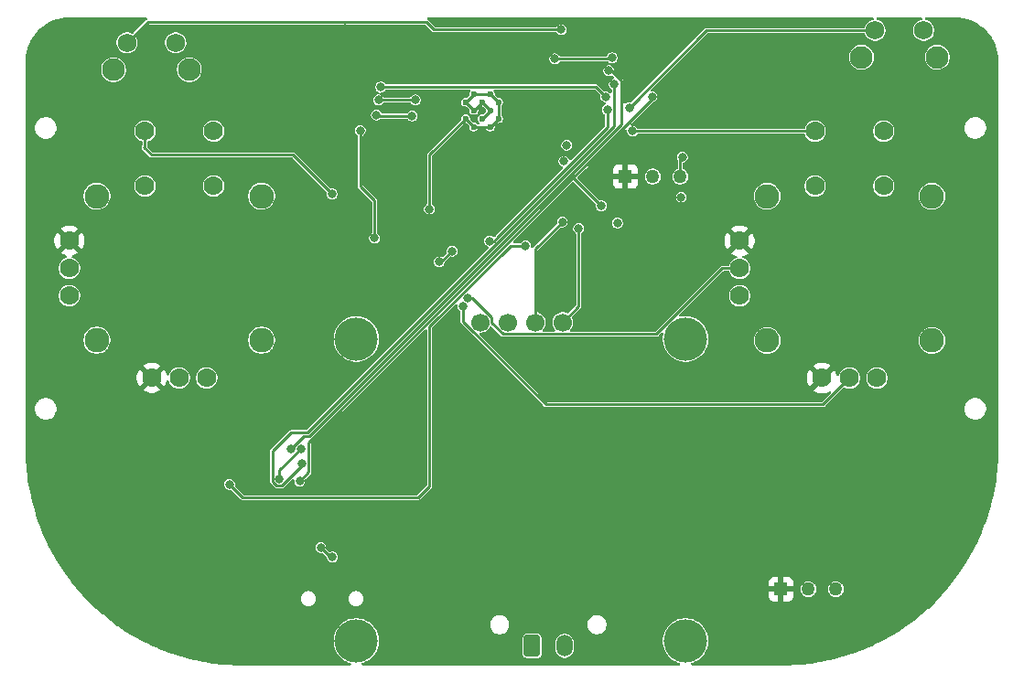
<source format=gbr>
%TF.GenerationSoftware,KiCad,Pcbnew,9.0.1*%
%TF.CreationDate,2025-10-05T16:26:19+02:00*%
%TF.ProjectId,RcSender,52635365-6e64-4657-922e-6b696361645f,rev?*%
%TF.SameCoordinates,Original*%
%TF.FileFunction,Copper,L2,Bot*%
%TF.FilePolarity,Positive*%
%FSLAX46Y46*%
G04 Gerber Fmt 4.6, Leading zero omitted, Abs format (unit mm)*
G04 Created by KiCad (PCBNEW 9.0.1) date 2025-10-05 16:26:19*
%MOMM*%
%LPD*%
G01*
G04 APERTURE LIST*
G04 Aperture macros list*
%AMRoundRect*
0 Rectangle with rounded corners*
0 $1 Rounding radius*
0 $2 $3 $4 $5 $6 $7 $8 $9 X,Y pos of 4 corners*
0 Add a 4 corners polygon primitive as box body*
4,1,4,$2,$3,$4,$5,$6,$7,$8,$9,$2,$3,0*
0 Add four circle primitives for the rounded corners*
1,1,$1+$1,$2,$3*
1,1,$1+$1,$4,$5*
1,1,$1+$1,$6,$7*
1,1,$1+$1,$8,$9*
0 Add four rect primitives between the rounded corners*
20,1,$1+$1,$2,$3,$4,$5,0*
20,1,$1+$1,$4,$5,$6,$7,0*
20,1,$1+$1,$6,$7,$8,$9,0*
20,1,$1+$1,$8,$9,$2,$3,0*%
G04 Aperture macros list end*
%TA.AperFunction,ComponentPad*%
%ADD10R,1.268000X1.268000*%
%TD*%
%TA.AperFunction,ComponentPad*%
%ADD11C,1.268000*%
%TD*%
%TA.AperFunction,ComponentPad*%
%ADD12C,1.700000*%
%TD*%
%TA.AperFunction,ComponentPad*%
%ADD13C,4.000000*%
%TD*%
%TA.AperFunction,HeatsinkPad*%
%ADD14C,0.600000*%
%TD*%
%TA.AperFunction,ComponentPad*%
%ADD15C,2.100000*%
%TD*%
%TA.AperFunction,ComponentPad*%
%ADD16C,1.750000*%
%TD*%
%TA.AperFunction,ComponentPad*%
%ADD17RoundRect,0.250001X-0.499999X-0.759999X0.499999X-0.759999X0.499999X0.759999X-0.499999X0.759999X0*%
%TD*%
%TA.AperFunction,ComponentPad*%
%ADD18O,1.500000X2.020000*%
%TD*%
%TA.AperFunction,ComponentPad*%
%ADD19C,1.778000*%
%TD*%
%TA.AperFunction,ComponentPad*%
%ADD20C,2.286000*%
%TD*%
%TA.AperFunction,ViaPad*%
%ADD21C,0.800000*%
%TD*%
%TA.AperFunction,Conductor*%
%ADD22C,0.250000*%
%TD*%
%TA.AperFunction,Conductor*%
%ADD23C,0.254000*%
%TD*%
G04 APERTURE END LIST*
D10*
%TO.P,POT1,1*%
%TO.N,+3.3V*%
X101020000Y-134700000D03*
D11*
%TO.P,POT1,2*%
%TO.N,IO36*%
X103560000Y-134700000D03*
%TO.P,POT1,3*%
%TO.N,GND*%
X106100000Y-134700000D03*
%TD*%
D12*
%TO.P,U8,1,VCC*%
%TO.N,+3V3*%
X73200000Y-110000000D03*
%TO.P,U8,2,GND*%
%TO.N,GNDD*%
X75740000Y-110000000D03*
%TO.P,U8,3,SCL*%
%TO.N,SCL*%
X78280000Y-110000000D03*
%TO.P,U8,4,SDA*%
%TO.N,SDA*%
X80820000Y-110000000D03*
D13*
%TO.P,U8,A*%
%TO.N,N/C*%
X61740000Y-111540000D03*
X61740000Y-139500000D03*
X92200000Y-111540000D03*
X92200000Y-139500000D03*
%TD*%
D14*
%TO.P,U4,39,GND*%
%TO.N,GND*%
X71850000Y-89612500D03*
X71850000Y-91137500D03*
X72612500Y-88850000D03*
X72612500Y-90375000D03*
X72612500Y-91900000D03*
X73375000Y-89612500D03*
X73375000Y-91137500D03*
X74137500Y-88850000D03*
X74137500Y-90375000D03*
X74137500Y-91900000D03*
X74900000Y-89612500D03*
X74900000Y-91137500D03*
%TD*%
D15*
%TO.P,SW1,*%
%TO.N,*%
X39275000Y-86602500D03*
X46285000Y-86602500D03*
D16*
%TO.P,SW1,1,1*%
%TO.N,IO15*%
X40525000Y-84112500D03*
%TO.P,SW1,2,2*%
%TO.N,GND*%
X45025000Y-84112500D03*
%TD*%
D17*
%TO.P,J2,1,Pin_1*%
%TO.N,GND*%
X78000000Y-139960000D03*
D18*
%TO.P,J2,2,Pin_2*%
%TO.N,VIN*%
X81000000Y-139960000D03*
%TD*%
D19*
%TO.P,U5,B1A,SEL+*%
%TO.N,IO14*%
X42175000Y-92281281D03*
%TO.P,U5,B1B*%
%TO.N,N/C*%
X48525000Y-92281281D03*
%TO.P,U5,B2A,SEL-*%
%TO.N,GND*%
X42175000Y-97361281D03*
%TO.P,U5,B2B*%
%TO.N,N/C*%
X48525000Y-97361281D03*
%TO.P,U5,H1,H+*%
%TO.N,+3.3V*%
X42810000Y-115141281D03*
%TO.P,U5,H2,H*%
%TO.N,IO33*%
X45350000Y-115141281D03*
%TO.P,U5,H3,H-*%
%TO.N,GND*%
X47890000Y-115141281D03*
D20*
%TO.P,U5,S1,SHIELD*%
%TO.N,unconnected-(U5-SHIELD-PadS1)_2*%
X37730000Y-98313781D03*
%TO.P,U5,S2,SHIELD*%
%TO.N,unconnected-(U5-SHIELD-PadS1)*%
X37730000Y-111648781D03*
%TO.P,U5,S3,SHIELD*%
%TO.N,unconnected-(U5-SHIELD-PadS1)_1*%
X52970000Y-111648781D03*
%TO.P,U5,S4,SHIELD*%
%TO.N,unconnected-(U5-SHIELD-PadS1)_3*%
X52970000Y-98313781D03*
D19*
%TO.P,U5,V1,V+*%
%TO.N,+3.3V*%
X35190000Y-102441281D03*
%TO.P,U5,V2,V*%
%TO.N,IO32*%
X35190000Y-104981281D03*
%TO.P,U5,V3,V-*%
%TO.N,GND*%
X35190000Y-107521281D03*
%TD*%
%TO.P,U6,B1A,SEL+*%
%TO.N,IO19*%
X104185000Y-92300000D03*
%TO.P,U6,B1B*%
%TO.N,N/C*%
X110535000Y-92300000D03*
%TO.P,U6,B2A,SEL-*%
%TO.N,GND*%
X104185000Y-97380000D03*
%TO.P,U6,B2B*%
%TO.N,N/C*%
X110535000Y-97380000D03*
%TO.P,U6,H1,H+*%
%TO.N,+3.3V*%
X104820000Y-115160000D03*
%TO.P,U6,H2,H*%
%TO.N,IO35*%
X107360000Y-115160000D03*
%TO.P,U6,H3,H-*%
%TO.N,GND*%
X109900000Y-115160000D03*
D20*
%TO.P,U6,S1,SHIELD*%
%TO.N,unconnected-(U6-SHIELD-PadS1)_1*%
X99740000Y-98332500D03*
%TO.P,U6,S2,SHIELD*%
%TO.N,unconnected-(U6-SHIELD-PadS1)_3*%
X99740000Y-111667500D03*
%TO.P,U6,S3,SHIELD*%
%TO.N,unconnected-(U6-SHIELD-PadS1)*%
X114980000Y-111667500D03*
%TO.P,U6,S4,SHIELD*%
%TO.N,unconnected-(U6-SHIELD-PadS1)_2*%
X114980000Y-98332500D03*
D19*
%TO.P,U6,V1,V+*%
%TO.N,+3.3V*%
X97200000Y-102460000D03*
%TO.P,U6,V2,V*%
%TO.N,IO34*%
X97200000Y-105000000D03*
%TO.P,U6,V3,V-*%
%TO.N,GND*%
X97200000Y-107540000D03*
%TD*%
D15*
%TO.P,SW2,*%
%TO.N,*%
X108475000Y-85452500D03*
X115485000Y-85452500D03*
D16*
%TO.P,SW2,1,1*%
%TO.N,IO13*%
X109725000Y-82962500D03*
%TO.P,SW2,2,2*%
%TO.N,GND*%
X114225000Y-82962500D03*
%TD*%
D10*
%TO.P,POT2,1*%
%TO.N,+3.3V*%
X86620000Y-96500000D03*
D11*
%TO.P,POT2,2*%
%TO.N,IO39*%
X89160000Y-96500000D03*
%TO.P,POT2,3*%
%TO.N,GND*%
X91700000Y-96500000D03*
%TD*%
D21*
%TO.N,IO34*%
X63800000Y-89400000D03*
X67200000Y-89400000D03*
X72067009Y-107730646D03*
%TO.N,IO35*%
X66906000Y-90900000D03*
X71600000Y-108500000D03*
X63600000Y-90800000D03*
%TO.N,IO14*%
X59500000Y-98100000D03*
%TO.N,IO39*%
X64000000Y-88200000D03*
X84800000Y-89100000D03*
%TO.N,GND*%
X91800000Y-98400000D03*
X69400000Y-104400000D03*
X70600000Y-103400000D03*
X68500000Y-99500000D03*
X91900000Y-94700000D03*
%TO.N,BT*%
X89100000Y-89100000D03*
X84400000Y-99200000D03*
X56500000Y-124700000D03*
%TO.N,+3.3V*%
X92900000Y-85500000D03*
X72100000Y-102800000D03*
X42200000Y-131600000D03*
X64500000Y-120500000D03*
X51000000Y-121000000D03*
X70200000Y-129250000D03*
X48200000Y-131600000D03*
X60700000Y-82800000D03*
X35000000Y-87500000D03*
X113000000Y-123800000D03*
X61000000Y-84200000D03*
X81400000Y-129400000D03*
X67000000Y-125500000D03*
X66500000Y-84400000D03*
X106900000Y-89500000D03*
X61500000Y-127000000D03*
%TO.N,EN*%
X63425000Y-102200000D03*
X80100000Y-85600000D03*
X62100000Y-92225000D03*
X85400000Y-85500000D03*
%TO.N,RX*%
X85600000Y-87970000D03*
X56700000Y-123075000D03*
%TO.N,TX*%
X55655715Y-121760400D03*
X85100000Y-86700000D03*
%TO.N,IO13*%
X74063288Y-102463288D03*
X84973000Y-90300000D03*
X87000000Y-90100000D03*
%TO.N,IO15*%
X80700000Y-82900000D03*
%TO.N,IO5*%
X85900000Y-100800000D03*
%TO.N,Net-(J1-D+)*%
X59529585Y-131727000D03*
X58449999Y-130834289D03*
%TO.N,Net-(Q1A-E1)*%
X56600000Y-121700000D03*
X54600000Y-124500000D03*
%TO.N,IO17*%
X80941601Y-95089999D03*
%TO.N,IO18*%
X81200000Y-93600000D03*
%TO.N,IO2*%
X50000000Y-125000000D03*
X77400000Y-102900000D03*
%TO.N,IO19*%
X87300000Y-92300000D03*
%TO.N,SCL*%
X80800000Y-100700000D03*
%TO.N,SDA*%
X82300000Y-101300000D03*
%TD*%
D22*
%TO.N,IO34*%
X72452340Y-107730646D02*
X72067009Y-107730646D01*
X74276000Y-109554306D02*
X72452340Y-107730646D01*
X75294306Y-111076000D02*
X74276000Y-110057694D01*
X89515960Y-111076000D02*
X75294306Y-111076000D01*
X95591960Y-105000000D02*
X89515960Y-111076000D01*
X74276000Y-110057694D02*
X74276000Y-109554306D01*
X67200000Y-89400000D02*
X63800000Y-89400000D01*
X97200000Y-105000000D02*
X95591960Y-105000000D01*
%TO.N,IO35*%
X63700000Y-90900000D02*
X63600000Y-90800000D01*
X66906000Y-90900000D02*
X63700000Y-90900000D01*
X71600000Y-109921694D02*
X71600000Y-108500000D01*
X79278306Y-117600000D02*
X71600000Y-109921694D01*
X104920000Y-117600000D02*
X79278306Y-117600000D01*
X107360000Y-115160000D02*
X104920000Y-117600000D01*
%TO.N,IO14*%
X42175000Y-93725000D02*
X42175000Y-92281281D01*
X42100000Y-93800000D02*
X42175000Y-93725000D01*
X42800000Y-94500000D02*
X42100000Y-93800000D01*
X55900000Y-94500000D02*
X42800000Y-94500000D01*
X59500000Y-98100000D02*
X55900000Y-94500000D01*
%TO.N,IO39*%
X83900000Y-88200000D02*
X64000000Y-88200000D01*
X84800000Y-89100000D02*
X83900000Y-88200000D01*
%TO.N,EN*%
X62100000Y-92225000D02*
X62100000Y-97400000D01*
X62100000Y-97400000D02*
X63425000Y-98725000D01*
X63425000Y-98725000D02*
X63425000Y-102200000D01*
%TO.N,GND*%
X74137500Y-91900000D02*
X72612500Y-91900000D01*
X72612500Y-90375000D02*
X71850000Y-89612500D01*
X73375000Y-89612500D02*
X72612500Y-90375000D01*
X69600000Y-104400000D02*
X70600000Y-103400000D01*
X91700000Y-96500000D02*
X91700000Y-94900000D01*
X74900000Y-91137500D02*
X74900000Y-89612500D01*
X74137500Y-88850000D02*
X72612500Y-88850000D01*
X68500000Y-99500000D02*
X68500000Y-94487500D01*
X74137500Y-90375000D02*
X73375000Y-91137500D01*
X74137500Y-91900000D02*
X74900000Y-91137500D01*
X74900000Y-89612500D02*
X74137500Y-88850000D01*
X73375000Y-89612500D02*
X74137500Y-90375000D01*
X69400000Y-104400000D02*
X69600000Y-104400000D01*
X72612500Y-88850000D02*
X71850000Y-89612500D01*
X68500000Y-94487500D02*
X71850000Y-91137500D01*
X72612500Y-91900000D02*
X71850000Y-91137500D01*
X91700000Y-94900000D02*
X91900000Y-94700000D01*
D23*
%TO.N,BT*%
X83207276Y-95207276D02*
X89100000Y-89314552D01*
X57327000Y-121087552D02*
X81807276Y-96607276D01*
X57327000Y-123873000D02*
X57327000Y-121087552D01*
X56500000Y-124700000D02*
X57327000Y-123873000D01*
D22*
X84400000Y-99200000D02*
X81807276Y-96607276D01*
D23*
X81807276Y-96607276D02*
X83207276Y-95207276D01*
X89100000Y-89314552D02*
X89100000Y-89100000D01*
D22*
%TO.N,+3.3V*%
X61200000Y-84400000D02*
X61000000Y-84200000D01*
X60700000Y-82800000D02*
X60700000Y-83900000D01*
X60700000Y-83900000D02*
X61000000Y-84200000D01*
X66500000Y-84400000D02*
X61200000Y-84400000D01*
%TO.N,EN*%
X85300000Y-85600000D02*
X85400000Y-85500000D01*
X80100000Y-85600000D02*
X85300000Y-85600000D01*
D23*
%TO.N,RX*%
X53973000Y-124759712D02*
X53973000Y-121927000D01*
X85600000Y-91813288D02*
X85600000Y-87970000D01*
X57213288Y-120200000D02*
X85600000Y-91813288D01*
X56700000Y-123286712D02*
X54859712Y-125127000D01*
X53973000Y-121927000D02*
X55700000Y-120200000D01*
X54859712Y-125127000D02*
X54340288Y-125127000D01*
X55700000Y-120200000D02*
X57213288Y-120200000D01*
X56700000Y-123075000D02*
X56700000Y-123286712D01*
X54340288Y-125127000D02*
X53973000Y-124759712D01*
%TO.N,TX*%
X55655715Y-121757573D02*
X56859288Y-120554000D01*
X56859288Y-120554000D02*
X57359920Y-120554000D01*
X55655715Y-121760400D02*
X55655715Y-121757573D01*
X85300000Y-86700000D02*
X85100000Y-86700000D01*
X57359920Y-120554000D02*
X86227000Y-91686920D01*
X86227000Y-87627000D02*
X85300000Y-86700000D01*
X86227000Y-91686920D02*
X86227000Y-87627000D01*
D22*
%TO.N,IO13*%
X94137500Y-82962500D02*
X109725000Y-82962500D01*
X85000000Y-90327000D02*
X84973000Y-90300000D01*
X85000000Y-91915484D02*
X85000000Y-90600000D01*
X74452196Y-102463288D02*
X74063288Y-102463288D01*
X85000000Y-90700000D02*
X85000000Y-90327000D01*
X85000000Y-90600000D02*
X85000000Y-90700000D01*
X87000000Y-90100000D02*
X94137500Y-82962500D01*
X74807742Y-102107742D02*
X74452196Y-102463288D01*
X74807742Y-102107742D02*
X85000000Y-91915484D01*
%TO.N,IO15*%
X42463500Y-82174000D02*
X40525000Y-84112500D01*
X68931377Y-82900000D02*
X68205377Y-82174000D01*
X68205377Y-82174000D02*
X42463500Y-82174000D01*
X80700000Y-82900000D02*
X68931377Y-82900000D01*
D23*
%TO.N,Net-(J1-D+)*%
X59342710Y-131727000D02*
X58449999Y-130834289D01*
X59529585Y-131727000D02*
X59342710Y-131727000D01*
D22*
%TO.N,Net-(Q1A-E1)*%
X54600000Y-124500000D02*
X54600000Y-123700000D01*
X54600000Y-123700000D02*
X56600000Y-121700000D01*
%TO.N,IO2*%
X68500000Y-110413770D02*
X76013770Y-102900000D01*
X67459298Y-126226000D02*
X68500000Y-125185298D01*
X76013770Y-102900000D02*
X77400000Y-102900000D01*
X68500000Y-125185298D02*
X68500000Y-110413770D01*
X50000000Y-125000000D02*
X51226000Y-126226000D01*
X51226000Y-126226000D02*
X67459298Y-126226000D01*
D23*
%TO.N,IO19*%
X87300000Y-92300000D02*
X104185000Y-92300000D01*
D22*
%TO.N,SCL*%
X78280000Y-110000000D02*
X78280000Y-103220000D01*
X78280000Y-103220000D02*
X80800000Y-100700000D01*
%TO.N,SDA*%
X80820000Y-110000000D02*
X82300000Y-108520000D01*
X82300000Y-108520000D02*
X82300000Y-101300000D01*
%TD*%
%TA.AperFunction,Conductor*%
%TO.N,+3.3V*%
G36*
X42320771Y-81785185D02*
G01*
X42366526Y-81837989D01*
X42376470Y-81907147D01*
X42347445Y-81970703D01*
X42341413Y-81977181D01*
X42272329Y-82046265D01*
X41104701Y-83213892D01*
X41043378Y-83247377D01*
X40973686Y-83242393D01*
X40969567Y-83240772D01*
X40888782Y-83207310D01*
X40809543Y-83174488D01*
X40809535Y-83174486D01*
X40621081Y-83137000D01*
X40621078Y-83137000D01*
X40428922Y-83137000D01*
X40428919Y-83137000D01*
X40240464Y-83174486D01*
X40240452Y-83174489D01*
X40062931Y-83248020D01*
X40062929Y-83248021D01*
X39903155Y-83354779D01*
X39903151Y-83354782D01*
X39767282Y-83490651D01*
X39767279Y-83490655D01*
X39660521Y-83650429D01*
X39660520Y-83650431D01*
X39586989Y-83827952D01*
X39586986Y-83827964D01*
X39549500Y-84016417D01*
X39549500Y-84208582D01*
X39586986Y-84397035D01*
X39586989Y-84397047D01*
X39660520Y-84574568D01*
X39660521Y-84574570D01*
X39767279Y-84734344D01*
X39767282Y-84734348D01*
X39903151Y-84870217D01*
X39903155Y-84870220D01*
X40062927Y-84976977D01*
X40062928Y-84976977D01*
X40062929Y-84976978D01*
X40062931Y-84976979D01*
X40144735Y-85010863D01*
X40240457Y-85050512D01*
X40428917Y-85087999D01*
X40428920Y-85088000D01*
X40428922Y-85088000D01*
X40621080Y-85088000D01*
X40621081Y-85087999D01*
X40809543Y-85050512D01*
X40987073Y-84976977D01*
X41146845Y-84870220D01*
X41282720Y-84734345D01*
X41389477Y-84574573D01*
X41463012Y-84397043D01*
X41500500Y-84208578D01*
X41500500Y-84016422D01*
X41500500Y-84016419D01*
X41500499Y-84016417D01*
X44049500Y-84016417D01*
X44049500Y-84208582D01*
X44086986Y-84397035D01*
X44086989Y-84397047D01*
X44160520Y-84574568D01*
X44160521Y-84574570D01*
X44267279Y-84734344D01*
X44267282Y-84734348D01*
X44403151Y-84870217D01*
X44403155Y-84870220D01*
X44562927Y-84976977D01*
X44562928Y-84976977D01*
X44562929Y-84976978D01*
X44562931Y-84976979D01*
X44644735Y-85010863D01*
X44740457Y-85050512D01*
X44928917Y-85087999D01*
X44928920Y-85088000D01*
X44928922Y-85088000D01*
X45121080Y-85088000D01*
X45121081Y-85087999D01*
X45309543Y-85050512D01*
X45487073Y-84976977D01*
X45646845Y-84870220D01*
X45782720Y-84734345D01*
X45889477Y-84574573D01*
X45963012Y-84397043D01*
X46000500Y-84208578D01*
X46000500Y-84016422D01*
X46000500Y-84016419D01*
X46000499Y-84016417D01*
X45995142Y-83989487D01*
X45963012Y-83827957D01*
X45962607Y-83826979D01*
X45889479Y-83650431D01*
X45889478Y-83650429D01*
X45854753Y-83598460D01*
X45782720Y-83490655D01*
X45782717Y-83490651D01*
X45646848Y-83354782D01*
X45646844Y-83354779D01*
X45487070Y-83248021D01*
X45487068Y-83248020D01*
X45309547Y-83174489D01*
X45309535Y-83174486D01*
X45121081Y-83137000D01*
X45121078Y-83137000D01*
X44928922Y-83137000D01*
X44928919Y-83137000D01*
X44740464Y-83174486D01*
X44740452Y-83174489D01*
X44562931Y-83248020D01*
X44562929Y-83248021D01*
X44403155Y-83354779D01*
X44403151Y-83354782D01*
X44267282Y-83490651D01*
X44267279Y-83490655D01*
X44160521Y-83650429D01*
X44160520Y-83650431D01*
X44086989Y-83827952D01*
X44086986Y-83827964D01*
X44049500Y-84016417D01*
X41500499Y-84016417D01*
X41495142Y-83989487D01*
X41463012Y-83827957D01*
X41462607Y-83826979D01*
X41396727Y-83667929D01*
X41389258Y-83598460D01*
X41420533Y-83535981D01*
X41423577Y-83532826D01*
X42520586Y-82435819D01*
X42581909Y-82402334D01*
X42608267Y-82399500D01*
X68060610Y-82399500D01*
X68127649Y-82419185D01*
X68148291Y-82435819D01*
X68740206Y-83027734D01*
X68740207Y-83027736D01*
X68803641Y-83091170D01*
X68827916Y-83101225D01*
X68886522Y-83125501D01*
X68886523Y-83125501D01*
X68990666Y-83125501D01*
X68990674Y-83125500D01*
X80180673Y-83125500D01*
X80247712Y-83145185D01*
X80288060Y-83187500D01*
X80299497Y-83207310D01*
X80299499Y-83207313D01*
X80299500Y-83207314D01*
X80392686Y-83300500D01*
X80506814Y-83366392D01*
X80634108Y-83400500D01*
X80634110Y-83400500D01*
X80765890Y-83400500D01*
X80765892Y-83400500D01*
X80893186Y-83366392D01*
X81007314Y-83300500D01*
X81100500Y-83207314D01*
X81166392Y-83093186D01*
X81200500Y-82965892D01*
X81200500Y-82834108D01*
X81166392Y-82706814D01*
X81100500Y-82592686D01*
X81007314Y-82499500D01*
X80897016Y-82435819D01*
X80893187Y-82433608D01*
X80829539Y-82416554D01*
X80765892Y-82399500D01*
X80634108Y-82399500D01*
X80506812Y-82433608D01*
X80392686Y-82499500D01*
X80392683Y-82499502D01*
X80299501Y-82592684D01*
X80299497Y-82592689D01*
X80288060Y-82612500D01*
X80237493Y-82660716D01*
X80180673Y-82674500D01*
X69076144Y-82674500D01*
X69009105Y-82654815D01*
X68988463Y-82638181D01*
X68413987Y-82063705D01*
X68396547Y-82046264D01*
X68333113Y-81982830D01*
X68333112Y-81982829D01*
X68327464Y-81977181D01*
X68308041Y-81941609D01*
X68293979Y-81915857D01*
X68296564Y-81879718D01*
X68298964Y-81846166D01*
X68340836Y-81790232D01*
X68406301Y-81765816D01*
X68415146Y-81765500D01*
X109483484Y-81765500D01*
X109550523Y-81785185D01*
X109596278Y-81837989D01*
X109606222Y-81907147D01*
X109577197Y-81970703D01*
X109518419Y-82008477D01*
X109507675Y-82011117D01*
X109440464Y-82024486D01*
X109440452Y-82024489D01*
X109262931Y-82098020D01*
X109262929Y-82098021D01*
X109103155Y-82204779D01*
X109103151Y-82204782D01*
X108967282Y-82340651D01*
X108967279Y-82340655D01*
X108860521Y-82500429D01*
X108860520Y-82500431D01*
X108794239Y-82660452D01*
X108750399Y-82714856D01*
X108684105Y-82736921D01*
X108679678Y-82737000D01*
X94182354Y-82737000D01*
X94092645Y-82737000D01*
X94092643Y-82737000D01*
X94092641Y-82737001D01*
X94009766Y-82771327D01*
X87207766Y-89573327D01*
X87146443Y-89606812D01*
X87087996Y-89605422D01*
X87065893Y-89599500D01*
X87065892Y-89599500D01*
X86934108Y-89599500D01*
X86806812Y-89633608D01*
X86692686Y-89699500D01*
X86692683Y-89699502D01*
X86666181Y-89726005D01*
X86604858Y-89759490D01*
X86535166Y-89754506D01*
X86479233Y-89712634D01*
X86454816Y-89647170D01*
X86454500Y-89638324D01*
X86454500Y-87581748D01*
X86454498Y-87581742D01*
X86441434Y-87550202D01*
X86441432Y-87550199D01*
X86419866Y-87498132D01*
X85636819Y-86715085D01*
X85603334Y-86653762D01*
X85602080Y-86642099D01*
X85601561Y-86642168D01*
X85600500Y-86634115D01*
X85600500Y-86634108D01*
X85566392Y-86506814D01*
X85500500Y-86392686D01*
X85407314Y-86299500D01*
X85407312Y-86299499D01*
X85407310Y-86299497D01*
X85305795Y-86240887D01*
X85305792Y-86240886D01*
X85293186Y-86233608D01*
X85165892Y-86199500D01*
X85034108Y-86199500D01*
X84906812Y-86233608D01*
X84792686Y-86299500D01*
X84792683Y-86299502D01*
X84699502Y-86392683D01*
X84699500Y-86392686D01*
X84633608Y-86506812D01*
X84599500Y-86634108D01*
X84599500Y-86765891D01*
X84633608Y-86893187D01*
X84666554Y-86950250D01*
X84699500Y-87007314D01*
X84792686Y-87100500D01*
X84906814Y-87166392D01*
X85034108Y-87200500D01*
X85034110Y-87200500D01*
X85165890Y-87200500D01*
X85165892Y-87200500D01*
X85293186Y-87166392D01*
X85306811Y-87158525D01*
X85333872Y-87151958D01*
X85359967Y-87142226D01*
X85367357Y-87143833D01*
X85374708Y-87142050D01*
X85401025Y-87151157D01*
X85428240Y-87157077D01*
X85436929Y-87163581D01*
X85440736Y-87164899D01*
X85456489Y-87178223D01*
X85550748Y-87272482D01*
X85584232Y-87333802D01*
X85579248Y-87403494D01*
X85537377Y-87459428D01*
X85495160Y-87479935D01*
X85406814Y-87503608D01*
X85406812Y-87503608D01*
X85406812Y-87503609D01*
X85292686Y-87569500D01*
X85292683Y-87569502D01*
X85199502Y-87662683D01*
X85199500Y-87662686D01*
X85133608Y-87776812D01*
X85099500Y-87904108D01*
X85099500Y-88035891D01*
X85133608Y-88163187D01*
X85166554Y-88220250D01*
X85199500Y-88277314D01*
X85199502Y-88277316D01*
X85292686Y-88370500D01*
X85310499Y-88380784D01*
X85318783Y-88389472D01*
X85329703Y-88394459D01*
X85342448Y-88414290D01*
X85358715Y-88431351D01*
X85361931Y-88444607D01*
X85367477Y-88453237D01*
X85372500Y-88488172D01*
X85372500Y-88665324D01*
X85352815Y-88732363D01*
X85300011Y-88778118D01*
X85230853Y-88788062D01*
X85167297Y-88759037D01*
X85160819Y-88753005D01*
X85107316Y-88699502D01*
X85107314Y-88699500D01*
X85048120Y-88665324D01*
X84993187Y-88633608D01*
X84929539Y-88616554D01*
X84865892Y-88599500D01*
X84734108Y-88599500D01*
X84734105Y-88599500D01*
X84712003Y-88605422D01*
X84642153Y-88603757D01*
X84592232Y-88573327D01*
X84108610Y-88089705D01*
X84091170Y-88072264D01*
X84027736Y-88008830D01*
X84027735Y-88008829D01*
X84003457Y-87998772D01*
X84003457Y-87998771D01*
X83944858Y-87974500D01*
X83944856Y-87974499D01*
X83944855Y-87974499D01*
X83855145Y-87974499D01*
X83840711Y-87974499D01*
X83840703Y-87974500D01*
X64519327Y-87974500D01*
X64452288Y-87954815D01*
X64411940Y-87912500D01*
X64400502Y-87892689D01*
X64400498Y-87892684D01*
X64307316Y-87799502D01*
X64307314Y-87799500D01*
X64226774Y-87753000D01*
X64193187Y-87733608D01*
X64129539Y-87716554D01*
X64065892Y-87699500D01*
X63934108Y-87699500D01*
X63806812Y-87733608D01*
X63692686Y-87799500D01*
X63692683Y-87799502D01*
X63599502Y-87892683D01*
X63599500Y-87892686D01*
X63533608Y-88006812D01*
X63499500Y-88134108D01*
X63499500Y-88265892D01*
X63516554Y-88329539D01*
X63533608Y-88393187D01*
X63557393Y-88434383D01*
X63599500Y-88507314D01*
X63692686Y-88600500D01*
X63692687Y-88600501D01*
X63692689Y-88600502D01*
X63809794Y-88668113D01*
X63858010Y-88718680D01*
X63871232Y-88787287D01*
X63845264Y-88852152D01*
X63788350Y-88892680D01*
X63747794Y-88899500D01*
X63734108Y-88899500D01*
X63606812Y-88933608D01*
X63492686Y-88999500D01*
X63492683Y-88999502D01*
X63399502Y-89092683D01*
X63399500Y-89092686D01*
X63333608Y-89206812D01*
X63310464Y-89293190D01*
X63299500Y-89334108D01*
X63299500Y-89465892D01*
X63308772Y-89500497D01*
X63333608Y-89593187D01*
X63360223Y-89639284D01*
X63399500Y-89707314D01*
X63492686Y-89800500D01*
X63606814Y-89866392D01*
X63734108Y-89900500D01*
X63734110Y-89900500D01*
X63865890Y-89900500D01*
X63865892Y-89900500D01*
X63993186Y-89866392D01*
X64107314Y-89800500D01*
X64200500Y-89707314D01*
X64205084Y-89699373D01*
X64211940Y-89687500D01*
X64262507Y-89639284D01*
X64319327Y-89625500D01*
X66680673Y-89625500D01*
X66747712Y-89645185D01*
X66788060Y-89687500D01*
X66799497Y-89707310D01*
X66799499Y-89707313D01*
X66799500Y-89707314D01*
X66892686Y-89800500D01*
X67006814Y-89866392D01*
X67134108Y-89900500D01*
X67134110Y-89900500D01*
X67265890Y-89900500D01*
X67265892Y-89900500D01*
X67393186Y-89866392D01*
X67507314Y-89800500D01*
X67600500Y-89707314D01*
X67666392Y-89593186D01*
X67700500Y-89465892D01*
X67700500Y-89334108D01*
X67666392Y-89206814D01*
X67600500Y-89092686D01*
X67507314Y-88999500D01*
X67450250Y-88966554D01*
X67393187Y-88933608D01*
X67293188Y-88906814D01*
X67265892Y-88899500D01*
X67134108Y-88899500D01*
X67006812Y-88933608D01*
X66892686Y-88999500D01*
X66892683Y-88999502D01*
X66799501Y-89092684D01*
X66799497Y-89092689D01*
X66788060Y-89112500D01*
X66737493Y-89160716D01*
X66680673Y-89174500D01*
X64319327Y-89174500D01*
X64252288Y-89154815D01*
X64211940Y-89112500D01*
X64200502Y-89092689D01*
X64200498Y-89092684D01*
X64107316Y-88999502D01*
X64107310Y-88999497D01*
X63990206Y-88931887D01*
X63941990Y-88881320D01*
X63928768Y-88812713D01*
X63954736Y-88747848D01*
X64011650Y-88707320D01*
X64052206Y-88700500D01*
X64065890Y-88700500D01*
X64065892Y-88700500D01*
X64193186Y-88666392D01*
X64307314Y-88600500D01*
X64400500Y-88507314D01*
X64411940Y-88487500D01*
X64462507Y-88439284D01*
X64519327Y-88425500D01*
X72180354Y-88425500D01*
X72247393Y-88445185D01*
X72293148Y-88497989D01*
X72303092Y-88567147D01*
X72287743Y-88611494D01*
X72255055Y-88668113D01*
X72239293Y-88695413D01*
X72212000Y-88797273D01*
X72212000Y-88880232D01*
X72192315Y-88947271D01*
X72175681Y-88967913D01*
X71967913Y-89175681D01*
X71906590Y-89209166D01*
X71880232Y-89212000D01*
X71797273Y-89212000D01*
X71695413Y-89239293D01*
X71695410Y-89239294D01*
X71604085Y-89292021D01*
X71529521Y-89366585D01*
X71476794Y-89457910D01*
X71476793Y-89457913D01*
X71449500Y-89559773D01*
X71449500Y-89665227D01*
X71476793Y-89767087D01*
X71529520Y-89858413D01*
X71604087Y-89932980D01*
X71695413Y-89985707D01*
X71797273Y-90013000D01*
X71797275Y-90013000D01*
X71880233Y-90013000D01*
X71947272Y-90032685D01*
X71967914Y-90049319D01*
X72175681Y-90257086D01*
X72209166Y-90318409D01*
X72212000Y-90344766D01*
X72212000Y-90427727D01*
X72239293Y-90529587D01*
X72292020Y-90620913D01*
X72366587Y-90695480D01*
X72457913Y-90748207D01*
X72559773Y-90775500D01*
X72559775Y-90775500D01*
X72665225Y-90775500D01*
X72665227Y-90775500D01*
X72767087Y-90748207D01*
X72858413Y-90695480D01*
X72932980Y-90620913D01*
X72985707Y-90529587D01*
X73013000Y-90427727D01*
X73013000Y-90344766D01*
X73032685Y-90277727D01*
X73049319Y-90257085D01*
X73257085Y-90049319D01*
X73284012Y-90034615D01*
X73309831Y-90018023D01*
X73316031Y-90017131D01*
X73318408Y-90015834D01*
X73344766Y-90013000D01*
X73405233Y-90013000D01*
X73472272Y-90032685D01*
X73492914Y-90049319D01*
X73700681Y-90257086D01*
X73734166Y-90318409D01*
X73737000Y-90344767D01*
X73737000Y-90405232D01*
X73717315Y-90472271D01*
X73700681Y-90492913D01*
X73492913Y-90700681D01*
X73431590Y-90734166D01*
X73405232Y-90737000D01*
X73322273Y-90737000D01*
X73220413Y-90764293D01*
X73220410Y-90764294D01*
X73129085Y-90817021D01*
X73054521Y-90891585D01*
X73001794Y-90982910D01*
X73001793Y-90982913D01*
X72974500Y-91084773D01*
X72974500Y-91190227D01*
X72996770Y-91273338D01*
X73001793Y-91292086D01*
X73001794Y-91292089D01*
X73006650Y-91300499D01*
X73044692Y-91366391D01*
X73054521Y-91383414D01*
X73133926Y-91462819D01*
X73144538Y-91482255D01*
X73159039Y-91498989D01*
X73160955Y-91512320D01*
X73167411Y-91524142D01*
X73165831Y-91546228D01*
X73168983Y-91568147D01*
X73163387Y-91580398D01*
X73162427Y-91593834D01*
X73149156Y-91611560D01*
X73139958Y-91631703D01*
X73128626Y-91638985D01*
X73120555Y-91649767D01*
X73099809Y-91657504D01*
X73081180Y-91669477D01*
X73059261Y-91672628D01*
X73055091Y-91674184D01*
X73046245Y-91674500D01*
X73004756Y-91674500D01*
X72937717Y-91654815D01*
X72917075Y-91638182D01*
X72890453Y-91611560D01*
X72858413Y-91579520D01*
X72767087Y-91526793D01*
X72665227Y-91499500D01*
X72582267Y-91499500D01*
X72515228Y-91479815D01*
X72494586Y-91463181D01*
X72286819Y-91255414D01*
X72253334Y-91194091D01*
X72250500Y-91167733D01*
X72250500Y-91084775D01*
X72250500Y-91084773D01*
X72223207Y-90982913D01*
X72170480Y-90891587D01*
X72095913Y-90817020D01*
X72004587Y-90764293D01*
X71902727Y-90737000D01*
X71797273Y-90737000D01*
X71695413Y-90764293D01*
X71695410Y-90764294D01*
X71604085Y-90817021D01*
X71529521Y-90891585D01*
X71476794Y-90982910D01*
X71476793Y-90982913D01*
X71449500Y-91084773D01*
X71449500Y-91167731D01*
X71429815Y-91234770D01*
X71413181Y-91255412D01*
X68376537Y-94292056D01*
X68376532Y-94292061D01*
X68372265Y-94296329D01*
X68372264Y-94296330D01*
X68308830Y-94359764D01*
X68303652Y-94372265D01*
X68296595Y-94389301D01*
X68296593Y-94389304D01*
X68274499Y-94442644D01*
X68274499Y-94546788D01*
X68274500Y-94546797D01*
X68274500Y-98980673D01*
X68254815Y-99047712D01*
X68212501Y-99088059D01*
X68192692Y-99099496D01*
X68192683Y-99099502D01*
X68099502Y-99192683D01*
X68099500Y-99192686D01*
X68033608Y-99306812D01*
X68009702Y-99396033D01*
X67999500Y-99434108D01*
X67999500Y-99565892D01*
X68008772Y-99600497D01*
X68033608Y-99693187D01*
X68066554Y-99750250D01*
X68099500Y-99807314D01*
X68192686Y-99900500D01*
X68306814Y-99966392D01*
X68434108Y-100000500D01*
X68434110Y-100000500D01*
X68565890Y-100000500D01*
X68565892Y-100000500D01*
X68693186Y-99966392D01*
X68807314Y-99900500D01*
X68900500Y-99807314D01*
X68966392Y-99693186D01*
X69000500Y-99565892D01*
X69000500Y-99434108D01*
X68966392Y-99306814D01*
X68900500Y-99192686D01*
X68807314Y-99099500D01*
X68806106Y-99098802D01*
X68787499Y-99088059D01*
X68739284Y-99037492D01*
X68725500Y-98980673D01*
X68725500Y-94632267D01*
X68745185Y-94565228D01*
X68761819Y-94544586D01*
X69772297Y-93534108D01*
X80699500Y-93534108D01*
X80699500Y-93665892D01*
X80701207Y-93672262D01*
X80733608Y-93793187D01*
X80763439Y-93844855D01*
X80799500Y-93907314D01*
X80892686Y-94000500D01*
X81006814Y-94066392D01*
X81134108Y-94100500D01*
X81134110Y-94100500D01*
X81265890Y-94100500D01*
X81265892Y-94100500D01*
X81393186Y-94066392D01*
X81507314Y-94000500D01*
X81600500Y-93907314D01*
X81666392Y-93793186D01*
X81700500Y-93665892D01*
X81700500Y-93534108D01*
X81666392Y-93406814D01*
X81600500Y-93292686D01*
X81507314Y-93199500D01*
X81435713Y-93158161D01*
X81393187Y-93133608D01*
X81329539Y-93116554D01*
X81265892Y-93099500D01*
X81134108Y-93099500D01*
X81006812Y-93133608D01*
X80892686Y-93199500D01*
X80892683Y-93199502D01*
X80799502Y-93292683D01*
X80799500Y-93292686D01*
X80733608Y-93406812D01*
X80699500Y-93534108D01*
X69772297Y-93534108D01*
X71732086Y-91574319D01*
X71759013Y-91559615D01*
X71784832Y-91543023D01*
X71791032Y-91542131D01*
X71793409Y-91540834D01*
X71819767Y-91538000D01*
X71880233Y-91538000D01*
X71947272Y-91557685D01*
X71967914Y-91574319D01*
X72175681Y-91782086D01*
X72209166Y-91843409D01*
X72212000Y-91869766D01*
X72212000Y-91952727D01*
X72239293Y-92054587D01*
X72292020Y-92145913D01*
X72366587Y-92220480D01*
X72457913Y-92273207D01*
X72559773Y-92300500D01*
X72559775Y-92300500D01*
X72665225Y-92300500D01*
X72665227Y-92300500D01*
X72767087Y-92273207D01*
X72858413Y-92220480D01*
X72917075Y-92161818D01*
X72978399Y-92128334D01*
X73004756Y-92125500D01*
X73745244Y-92125500D01*
X73812283Y-92145185D01*
X73832925Y-92161818D01*
X73891587Y-92220480D01*
X73982913Y-92273207D01*
X74084773Y-92300500D01*
X74084775Y-92300500D01*
X74190225Y-92300500D01*
X74190227Y-92300500D01*
X74292087Y-92273207D01*
X74383413Y-92220480D01*
X74457980Y-92145913D01*
X74510707Y-92054587D01*
X74538000Y-91952727D01*
X74538000Y-91869766D01*
X74557685Y-91802727D01*
X74574319Y-91782085D01*
X74782085Y-91574319D01*
X74843408Y-91540834D01*
X74869766Y-91538000D01*
X74952725Y-91538000D01*
X74952727Y-91538000D01*
X75054587Y-91510707D01*
X75145913Y-91457980D01*
X75220480Y-91383413D01*
X75273207Y-91292087D01*
X75300500Y-91190227D01*
X75300500Y-91084773D01*
X75273207Y-90982913D01*
X75220480Y-90891587D01*
X75161818Y-90832925D01*
X75128334Y-90771601D01*
X75125500Y-90745244D01*
X75125500Y-90004755D01*
X75145185Y-89937716D01*
X75161819Y-89917074D01*
X75186661Y-89892232D01*
X75220480Y-89858413D01*
X75273207Y-89767087D01*
X75300500Y-89665227D01*
X75300500Y-89559773D01*
X75273207Y-89457913D01*
X75220480Y-89366587D01*
X75145913Y-89292020D01*
X75054587Y-89239293D01*
X74952727Y-89212000D01*
X74869767Y-89212000D01*
X74802728Y-89192315D01*
X74782086Y-89175681D01*
X74574319Y-88967914D01*
X74540834Y-88906591D01*
X74538000Y-88880233D01*
X74538000Y-88797275D01*
X74538000Y-88797273D01*
X74510707Y-88695413D01*
X74462257Y-88611496D01*
X74445786Y-88543601D01*
X74468638Y-88477574D01*
X74523559Y-88434383D01*
X74569646Y-88425500D01*
X83755233Y-88425500D01*
X83822272Y-88445185D01*
X83842914Y-88461819D01*
X84273327Y-88892232D01*
X84306812Y-88953555D01*
X84305422Y-89012003D01*
X84299500Y-89034105D01*
X84299500Y-89034108D01*
X84299500Y-89165892D01*
X84313234Y-89217147D01*
X84333608Y-89293187D01*
X84366554Y-89350250D01*
X84399500Y-89407314D01*
X84492686Y-89500500D01*
X84606814Y-89566392D01*
X84734108Y-89600500D01*
X84734120Y-89600500D01*
X84737936Y-89601003D01*
X84740931Y-89602327D01*
X84741958Y-89602603D01*
X84741915Y-89602763D01*
X84801834Y-89629266D01*
X84840308Y-89687589D01*
X84841143Y-89757454D01*
X84804074Y-89816679D01*
X84783758Y-89831330D01*
X84665686Y-89899500D01*
X84665683Y-89899502D01*
X84572502Y-89992683D01*
X84572500Y-89992686D01*
X84506608Y-90106812D01*
X84472500Y-90234108D01*
X84472500Y-90365891D01*
X84506608Y-90493187D01*
X84527624Y-90529587D01*
X84572500Y-90607314D01*
X84665686Y-90700500D01*
X84665687Y-90700501D01*
X84665689Y-90700502D01*
X84671324Y-90703755D01*
X84712499Y-90727527D01*
X84760714Y-90778092D01*
X84774500Y-90834914D01*
X84774500Y-91770716D01*
X84754815Y-91837755D01*
X84738181Y-91858397D01*
X81621519Y-94975058D01*
X81560196Y-95008543D01*
X81490504Y-95003559D01*
X81434571Y-94961687D01*
X81414063Y-94919468D01*
X81407993Y-94896813D01*
X81405900Y-94893188D01*
X81342101Y-94782685D01*
X81248915Y-94689499D01*
X81152979Y-94634110D01*
X81134788Y-94623607D01*
X81071140Y-94606553D01*
X81007493Y-94589499D01*
X80875709Y-94589499D01*
X80748413Y-94623607D01*
X80634287Y-94689499D01*
X80634284Y-94689501D01*
X80541103Y-94782682D01*
X80541101Y-94782685D01*
X80475209Y-94896811D01*
X80448300Y-94997238D01*
X80441101Y-95024107D01*
X80441101Y-95155891D01*
X80443915Y-95166392D01*
X80475209Y-95283186D01*
X80505784Y-95336142D01*
X80541101Y-95397313D01*
X80634287Y-95490499D01*
X80748415Y-95556391D01*
X80748414Y-95556391D01*
X80758546Y-95559105D01*
X80771070Y-95562461D01*
X80830731Y-95598824D01*
X80861262Y-95661671D01*
X80852968Y-95731047D01*
X80826660Y-95769917D01*
X74680009Y-101916569D01*
X74680008Y-101916570D01*
X74680007Y-101916572D01*
X74633791Y-101962788D01*
X74539832Y-102056746D01*
X74478508Y-102090230D01*
X74408817Y-102085245D01*
X74376666Y-102067441D01*
X74370604Y-102062790D01*
X74370602Y-102062788D01*
X74288697Y-102015500D01*
X74256475Y-101996896D01*
X74192827Y-101979842D01*
X74129180Y-101962788D01*
X73997396Y-101962788D01*
X73870100Y-101996896D01*
X73755974Y-102062788D01*
X73755971Y-102062790D01*
X73662790Y-102155971D01*
X73662788Y-102155974D01*
X73596896Y-102270100D01*
X73562788Y-102397396D01*
X73562788Y-102529179D01*
X73596896Y-102656475D01*
X73602622Y-102666392D01*
X73662788Y-102770602D01*
X73755974Y-102863788D01*
X73870102Y-102929680D01*
X73892760Y-102935751D01*
X73952419Y-102972113D01*
X73982950Y-103034959D01*
X73974657Y-103104335D01*
X73948348Y-103143206D01*
X57155374Y-119936181D01*
X57094051Y-119969666D01*
X57067693Y-119972500D01*
X55745253Y-119972500D01*
X55654747Y-119972500D01*
X55654745Y-119972500D01*
X55654743Y-119972501D01*
X55571134Y-120007131D01*
X55571132Y-120007133D01*
X54275196Y-121303071D01*
X53844132Y-121734135D01*
X53780135Y-121798132D01*
X53745500Y-121881747D01*
X53745500Y-124714459D01*
X53745500Y-124804965D01*
X53780135Y-124888580D01*
X54211420Y-125319866D01*
X54270540Y-125344353D01*
X54270543Y-125344355D01*
X54270544Y-125344355D01*
X54280689Y-125348557D01*
X54295035Y-125354500D01*
X54904964Y-125354500D01*
X54904965Y-125354500D01*
X54988580Y-125319865D01*
X55791289Y-124517155D01*
X55852610Y-124483672D01*
X55922301Y-124488656D01*
X55978235Y-124530527D01*
X56002652Y-124595992D01*
X55999794Y-124625951D01*
X56000561Y-124626052D01*
X55999500Y-124634106D01*
X55999500Y-124634108D01*
X55999500Y-124765892D01*
X56010464Y-124806812D01*
X56033608Y-124893187D01*
X56066554Y-124950250D01*
X56099500Y-125007314D01*
X56192686Y-125100500D01*
X56306814Y-125166392D01*
X56434108Y-125200500D01*
X56434110Y-125200500D01*
X56565890Y-125200500D01*
X56565892Y-125200500D01*
X56693186Y-125166392D01*
X56807314Y-125100500D01*
X56900500Y-125007314D01*
X56966392Y-124893186D01*
X57000500Y-124765892D01*
X57000500Y-124634108D01*
X56995175Y-124614235D01*
X56996838Y-124544387D01*
X57027265Y-124494466D01*
X57519866Y-124001868D01*
X57523073Y-123994125D01*
X57544352Y-123942751D01*
X57544356Y-123942741D01*
X57554500Y-123918255D01*
X57554500Y-121233147D01*
X57574185Y-121166108D01*
X57590819Y-121145466D01*
X68062819Y-110673466D01*
X68124142Y-110639981D01*
X68193834Y-110644965D01*
X68249767Y-110686837D01*
X68274184Y-110752301D01*
X68274500Y-110761147D01*
X68274500Y-125040531D01*
X68254815Y-125107570D01*
X68238181Y-125128212D01*
X67402212Y-125964181D01*
X67340889Y-125997666D01*
X67314531Y-126000500D01*
X51370767Y-126000500D01*
X51303728Y-125980815D01*
X51283086Y-125964181D01*
X50526671Y-125207766D01*
X50493186Y-125146443D01*
X50494577Y-125087993D01*
X50500500Y-125065892D01*
X50500500Y-124934108D01*
X50466392Y-124806814D01*
X50465324Y-124804965D01*
X50457563Y-124791521D01*
X50400500Y-124692686D01*
X50307314Y-124599500D01*
X50246656Y-124564479D01*
X50193187Y-124533608D01*
X50093188Y-124506814D01*
X50065892Y-124499500D01*
X49934108Y-124499500D01*
X49806812Y-124533608D01*
X49692686Y-124599500D01*
X49692683Y-124599502D01*
X49599502Y-124692683D01*
X49599500Y-124692686D01*
X49533608Y-124806812D01*
X49499500Y-124934108D01*
X49499500Y-125065892D01*
X49516198Y-125128212D01*
X49533608Y-125193187D01*
X49554950Y-125230152D01*
X49599500Y-125307314D01*
X49692686Y-125400500D01*
X49806814Y-125466392D01*
X49934108Y-125500500D01*
X49934110Y-125500500D01*
X50065889Y-125500500D01*
X50065892Y-125500500D01*
X50087992Y-125494578D01*
X50157838Y-125496239D01*
X50207766Y-125526671D01*
X51034829Y-126353734D01*
X51034830Y-126353736D01*
X51098264Y-126417170D01*
X51132595Y-126431390D01*
X51181146Y-126451501D01*
X51181147Y-126451501D01*
X51285289Y-126451501D01*
X51285297Y-126451500D01*
X67414441Y-126451500D01*
X67414443Y-126451501D01*
X67504153Y-126451501D01*
X67562758Y-126427225D01*
X67587034Y-126417170D01*
X67650468Y-126353736D01*
X67650468Y-126353735D01*
X67667906Y-126336297D01*
X67667908Y-126336294D01*
X68627734Y-125376468D01*
X68627736Y-125376468D01*
X68691170Y-125313034D01*
X68714849Y-125255868D01*
X68725501Y-125230153D01*
X68725501Y-125140443D01*
X68725501Y-125130454D01*
X68725500Y-125130440D01*
X68725500Y-117999999D01*
X117997422Y-117999999D01*
X117998864Y-118014181D01*
X117999500Y-118026725D01*
X117999500Y-118098545D01*
X118014596Y-118174438D01*
X118015749Y-118180237D01*
X118017944Y-118201818D01*
X118023675Y-118220086D01*
X118024980Y-118226643D01*
X118024982Y-118226651D01*
X118037947Y-118291830D01*
X118037949Y-118291836D01*
X118069813Y-118368763D01*
X118069815Y-118368766D01*
X118071918Y-118373843D01*
X118078673Y-118395373D01*
X118087191Y-118410719D01*
X118089902Y-118417265D01*
X118089902Y-118417266D01*
X118113365Y-118473908D01*
X118113371Y-118473920D01*
X118163081Y-118548315D01*
X118163084Y-118548319D01*
X118165924Y-118552570D01*
X118177120Y-118572741D01*
X118187406Y-118584723D01*
X118191558Y-118590937D01*
X118222860Y-118637781D01*
X118222865Y-118637787D01*
X118290847Y-118705769D01*
X118294195Y-118709116D01*
X118309257Y-118726662D01*
X118320250Y-118735171D01*
X118325812Y-118740733D01*
X118325814Y-118740735D01*
X118362214Y-118777136D01*
X118362218Y-118777139D01*
X118451784Y-118836985D01*
X118469672Y-118850832D01*
X118480331Y-118856059D01*
X118526086Y-118886632D01*
X118632593Y-118930748D01*
X118651799Y-118940170D01*
X118661236Y-118942612D01*
X118708165Y-118962051D01*
X118829612Y-118986208D01*
X118848182Y-118991017D01*
X118855697Y-118991397D01*
X118895459Y-118999306D01*
X118901458Y-119000500D01*
X119035164Y-119000500D01*
X119050780Y-119001292D01*
X119055950Y-119000500D01*
X119098542Y-119000500D01*
X119144299Y-118991398D01*
X119241273Y-118972108D01*
X119251299Y-118970573D01*
X119253970Y-118969582D01*
X119291835Y-118962051D01*
X119439850Y-118900741D01*
X119441530Y-118900120D01*
X119441879Y-118899900D01*
X119473914Y-118886632D01*
X119637782Y-118777139D01*
X119777139Y-118637782D01*
X119886632Y-118473914D01*
X119962051Y-118291835D01*
X119979957Y-118201818D01*
X120000500Y-118098543D01*
X120000500Y-117901456D01*
X119962052Y-117708170D01*
X119962051Y-117708169D01*
X119962051Y-117708165D01*
X119930184Y-117631231D01*
X119886635Y-117526092D01*
X119886628Y-117526079D01*
X119777139Y-117362218D01*
X119777136Y-117362214D01*
X119637782Y-117222860D01*
X119473919Y-117113371D01*
X119473916Y-117113369D01*
X119473914Y-117113368D01*
X119473911Y-117113366D01*
X119473906Y-117113364D01*
X119446153Y-117101869D01*
X119441884Y-117100101D01*
X119441530Y-117099880D01*
X119439843Y-117099255D01*
X119371044Y-117070758D01*
X119291839Y-117037950D01*
X119291827Y-117037947D01*
X119262407Y-117032095D01*
X119262405Y-117032095D01*
X119253975Y-117030418D01*
X119251299Y-117029427D01*
X119241267Y-117027890D01*
X119238557Y-117027351D01*
X119238555Y-117027350D01*
X119098544Y-116999500D01*
X119098541Y-116999500D01*
X119055950Y-116999500D01*
X119050780Y-116998708D01*
X119035164Y-116999500D01*
X118901459Y-116999500D01*
X118864563Y-117006838D01*
X118864562Y-117006837D01*
X118855688Y-117008602D01*
X118848182Y-117008983D01*
X118829625Y-117013787D01*
X118826130Y-117014483D01*
X118708171Y-117037947D01*
X118708164Y-117037949D01*
X118669233Y-117054072D01*
X118669234Y-117054073D01*
X118661231Y-117057387D01*
X118651799Y-117059830D01*
X118632603Y-117069245D01*
X118628965Y-117070753D01*
X118628954Y-117070758D01*
X118526085Y-117113368D01*
X118487199Y-117139349D01*
X118487200Y-117139350D01*
X118480331Y-117143939D01*
X118469672Y-117149168D01*
X118451793Y-117163007D01*
X118448191Y-117165414D01*
X118448185Y-117165419D01*
X118362217Y-117222861D01*
X118325812Y-117259266D01*
X118325811Y-117259268D01*
X118320249Y-117264829D01*
X118309257Y-117273338D01*
X118294200Y-117290876D01*
X118290860Y-117294217D01*
X118290857Y-117294218D01*
X118222865Y-117362212D01*
X118222859Y-117362219D01*
X118191557Y-117409064D01*
X118187403Y-117415279D01*
X118177120Y-117427259D01*
X118165934Y-117447410D01*
X118163091Y-117451667D01*
X118113368Y-117526085D01*
X118113367Y-117526085D01*
X118089904Y-117582728D01*
X118089905Y-117582729D01*
X118087191Y-117589278D01*
X118078673Y-117604627D01*
X118071923Y-117626139D01*
X118069816Y-117631227D01*
X118069815Y-117631231D01*
X118037947Y-117708169D01*
X118024982Y-117773348D01*
X118023676Y-117779912D01*
X118017944Y-117798182D01*
X118015750Y-117819753D01*
X118014599Y-117825542D01*
X118014597Y-117825559D01*
X117999500Y-117901460D01*
X117999500Y-117973275D01*
X117998864Y-117985818D01*
X117997422Y-117999999D01*
X68725500Y-117999999D01*
X68725500Y-110558537D01*
X68745185Y-110491498D01*
X68761819Y-110470856D01*
X70887819Y-108344856D01*
X70949142Y-108311371D01*
X71018834Y-108316355D01*
X71074767Y-108358227D01*
X71099184Y-108423691D01*
X71099500Y-108432537D01*
X71099500Y-108565891D01*
X71133608Y-108693187D01*
X71166554Y-108750250D01*
X71199500Y-108807314D01*
X71292686Y-108900500D01*
X71312498Y-108911938D01*
X71360714Y-108962503D01*
X71374500Y-109019326D01*
X71374500Y-109866836D01*
X71374499Y-109866850D01*
X71374499Y-109966547D01*
X71374500Y-109966552D01*
X71398772Y-110025151D01*
X71408829Y-110049429D01*
X71408830Y-110049430D01*
X71472264Y-110112864D01*
X71472265Y-110112864D01*
X71489705Y-110130304D01*
X71489706Y-110130305D01*
X79087135Y-117727735D01*
X79150572Y-117791172D01*
X79214671Y-117817721D01*
X79233451Y-117825500D01*
X104875143Y-117825500D01*
X104875145Y-117825501D01*
X104964855Y-117825501D01*
X105023460Y-117801225D01*
X105047736Y-117791170D01*
X105111170Y-117727736D01*
X105111170Y-117727735D01*
X105128608Y-117710297D01*
X105128610Y-117710294D01*
X106769583Y-116069320D01*
X106830904Y-116035837D01*
X106900596Y-116040821D01*
X106904700Y-116042436D01*
X107071373Y-116111474D01*
X107262538Y-116149499D01*
X107262542Y-116149500D01*
X107262543Y-116149500D01*
X107457458Y-116149500D01*
X107457459Y-116149499D01*
X107648627Y-116111474D01*
X107828704Y-116036884D01*
X107990770Y-115928595D01*
X108128595Y-115790770D01*
X108236884Y-115628704D01*
X108311474Y-115448627D01*
X108349500Y-115257457D01*
X108349500Y-115062543D01*
X108349499Y-115062538D01*
X108910500Y-115062538D01*
X108910500Y-115257461D01*
X108948524Y-115448619D01*
X108948527Y-115448631D01*
X109023112Y-115628697D01*
X109023119Y-115628710D01*
X109131404Y-115790769D01*
X109131407Y-115790773D01*
X109269226Y-115928592D01*
X109269230Y-115928595D01*
X109431289Y-116036880D01*
X109431302Y-116036887D01*
X109611368Y-116111472D01*
X109611373Y-116111474D01*
X109802538Y-116149499D01*
X109802542Y-116149500D01*
X109802543Y-116149500D01*
X109997458Y-116149500D01*
X109997459Y-116149499D01*
X110188627Y-116111474D01*
X110368704Y-116036884D01*
X110530770Y-115928595D01*
X110668595Y-115790770D01*
X110776884Y-115628704D01*
X110851474Y-115448627D01*
X110889500Y-115257457D01*
X110889500Y-115062543D01*
X110851474Y-114871373D01*
X110843718Y-114852649D01*
X110776887Y-114691302D01*
X110776880Y-114691289D01*
X110668595Y-114529230D01*
X110668592Y-114529226D01*
X110530773Y-114391407D01*
X110530769Y-114391404D01*
X110368710Y-114283119D01*
X110368697Y-114283112D01*
X110188631Y-114208527D01*
X110188619Y-114208524D01*
X109997461Y-114170500D01*
X109997457Y-114170500D01*
X109802543Y-114170500D01*
X109802538Y-114170500D01*
X109611380Y-114208524D01*
X109611368Y-114208527D01*
X109431302Y-114283112D01*
X109431289Y-114283119D01*
X109269230Y-114391404D01*
X109269226Y-114391407D01*
X109131407Y-114529226D01*
X109131404Y-114529230D01*
X109023119Y-114691289D01*
X109023112Y-114691302D01*
X108948527Y-114871368D01*
X108948524Y-114871380D01*
X108910500Y-115062538D01*
X108349499Y-115062538D01*
X108311474Y-114871373D01*
X108303718Y-114852649D01*
X108236887Y-114691302D01*
X108236880Y-114691289D01*
X108128595Y-114529230D01*
X108128592Y-114529226D01*
X107990773Y-114391407D01*
X107990769Y-114391404D01*
X107828710Y-114283119D01*
X107828697Y-114283112D01*
X107648631Y-114208527D01*
X107648619Y-114208524D01*
X107457461Y-114170500D01*
X107457457Y-114170500D01*
X107262543Y-114170500D01*
X107262538Y-114170500D01*
X107071380Y-114208524D01*
X107071368Y-114208527D01*
X106891302Y-114283112D01*
X106891289Y-114283119D01*
X106729230Y-114391404D01*
X106729226Y-114391407D01*
X106591407Y-114529226D01*
X106591404Y-114529230D01*
X106483119Y-114691289D01*
X106483114Y-114691298D01*
X106411900Y-114863227D01*
X106368059Y-114917630D01*
X106301765Y-114939695D01*
X106234066Y-114922416D01*
X106186455Y-114871279D01*
X106176224Y-114839403D01*
X106175934Y-114839473D01*
X106175004Y-114835601D01*
X106174865Y-114835166D01*
X106174797Y-114834739D01*
X106107238Y-114626811D01*
X106107237Y-114626808D01*
X106007980Y-114432008D01*
X105963191Y-114370360D01*
X105963190Y-114370360D01*
X105257647Y-115075905D01*
X105234208Y-114988429D01*
X105175689Y-114887070D01*
X105092930Y-114804311D01*
X104991571Y-114745792D01*
X104904092Y-114722352D01*
X105609638Y-114016807D01*
X105609638Y-114016806D01*
X105547995Y-113972021D01*
X105547993Y-113972020D01*
X105353191Y-113872762D01*
X105353188Y-113872761D01*
X105145259Y-113805202D01*
X104929316Y-113771000D01*
X104710684Y-113771000D01*
X104494740Y-113805202D01*
X104286811Y-113872761D01*
X104286808Y-113872762D01*
X104092001Y-113972023D01*
X104030360Y-114016806D01*
X104030360Y-114016807D01*
X104735905Y-114722352D01*
X104648429Y-114745792D01*
X104547070Y-114804311D01*
X104464311Y-114887070D01*
X104405792Y-114988429D01*
X104382352Y-115075905D01*
X103676807Y-114370360D01*
X103676806Y-114370360D01*
X103632023Y-114432001D01*
X103532762Y-114626808D01*
X103532761Y-114626811D01*
X103465202Y-114834740D01*
X103431000Y-115050683D01*
X103431000Y-115269316D01*
X103465202Y-115485259D01*
X103532761Y-115693188D01*
X103532762Y-115693191D01*
X103632020Y-115887993D01*
X103632021Y-115887995D01*
X103676806Y-115949638D01*
X103676807Y-115949638D01*
X104382352Y-115244093D01*
X104405792Y-115331571D01*
X104464311Y-115432930D01*
X104547070Y-115515689D01*
X104648429Y-115574208D01*
X104735905Y-115597647D01*
X104030360Y-116303190D01*
X104030360Y-116303191D01*
X104092008Y-116347980D01*
X104286808Y-116447237D01*
X104286811Y-116447238D01*
X104494740Y-116514797D01*
X104710684Y-116549000D01*
X104929316Y-116549000D01*
X105145259Y-116514797D01*
X105353188Y-116447238D01*
X105353195Y-116447235D01*
X105472512Y-116386439D01*
X105541181Y-116373542D01*
X105605922Y-116399818D01*
X105646179Y-116456924D01*
X105649172Y-116526729D01*
X105616489Y-116584604D01*
X104862914Y-117338181D01*
X104801591Y-117371666D01*
X104775233Y-117374500D01*
X79423074Y-117374500D01*
X79356035Y-117354815D01*
X79335393Y-117338181D01*
X76148959Y-114151747D01*
X73159392Y-111162181D01*
X73125907Y-111100858D01*
X73130891Y-111031166D01*
X73172763Y-110975233D01*
X73238227Y-110950816D01*
X73247073Y-110950500D01*
X73293617Y-110950500D01*
X73293618Y-110950499D01*
X73477251Y-110913973D01*
X73650231Y-110842322D01*
X73805908Y-110738302D01*
X73938302Y-110605908D01*
X74042322Y-110450231D01*
X74042323Y-110450228D01*
X74042325Y-110450225D01*
X74061313Y-110404383D01*
X74105153Y-110349979D01*
X74171447Y-110327914D01*
X74239147Y-110345193D01*
X74263555Y-110364154D01*
X75096065Y-111196664D01*
X75096068Y-111196668D01*
X75166572Y-111267172D01*
X75230671Y-111293721D01*
X75249451Y-111301500D01*
X89471103Y-111301500D01*
X89471105Y-111301501D01*
X89560815Y-111301501D01*
X89619420Y-111277225D01*
X89643696Y-111267170D01*
X89707130Y-111203736D01*
X89707130Y-111203735D01*
X89724568Y-111186297D01*
X89724570Y-111186294D01*
X89937752Y-110973111D01*
X89999073Y-110939628D01*
X90068765Y-110944612D01*
X90124698Y-110986484D01*
X90149115Y-111051948D01*
X90145206Y-111092886D01*
X90135442Y-111129326D01*
X90135438Y-111129344D01*
X90099501Y-111402315D01*
X90099500Y-111402332D01*
X90099500Y-111677667D01*
X90099501Y-111677684D01*
X90135438Y-111950655D01*
X90135439Y-111950660D01*
X90135440Y-111950666D01*
X90171072Y-112083649D01*
X90206704Y-112216630D01*
X90312075Y-112471017D01*
X90312080Y-112471028D01*
X90384967Y-112597270D01*
X90449751Y-112709479D01*
X90449753Y-112709482D01*
X90449754Y-112709483D01*
X90617370Y-112927926D01*
X90617376Y-112927933D01*
X90812066Y-113122623D01*
X90812072Y-113122628D01*
X91030521Y-113290249D01*
X91183778Y-113378732D01*
X91268971Y-113427919D01*
X91268976Y-113427921D01*
X91268979Y-113427923D01*
X91523368Y-113533295D01*
X91789334Y-113604560D01*
X92062326Y-113640500D01*
X92062333Y-113640500D01*
X92337667Y-113640500D01*
X92337674Y-113640500D01*
X92610666Y-113604560D01*
X92876632Y-113533295D01*
X93131021Y-113427923D01*
X93369479Y-113290249D01*
X93587928Y-113122628D01*
X93782628Y-112927928D01*
X93950249Y-112709479D01*
X94087923Y-112471021D01*
X94193295Y-112216632D01*
X94264560Y-111950666D01*
X94300500Y-111677674D01*
X94300500Y-111569628D01*
X98496500Y-111569628D01*
X98496500Y-111765371D01*
X98527118Y-111958687D01*
X98587604Y-112144842D01*
X98676466Y-112319239D01*
X98791505Y-112477580D01*
X98929919Y-112615994D01*
X99062495Y-112712314D01*
X99088264Y-112731036D01*
X99199386Y-112787656D01*
X99262657Y-112819895D01*
X99262659Y-112819895D01*
X99262662Y-112819897D01*
X99362444Y-112852318D01*
X99448812Y-112880381D01*
X99642129Y-112911000D01*
X99642134Y-112911000D01*
X99837871Y-112911000D01*
X100031187Y-112880381D01*
X100088798Y-112861662D01*
X100217338Y-112819897D01*
X100391736Y-112731036D01*
X100480641Y-112666443D01*
X100550080Y-112615994D01*
X100550082Y-112615991D01*
X100550086Y-112615989D01*
X100688489Y-112477586D01*
X100688491Y-112477582D01*
X100688494Y-112477580D01*
X100738943Y-112408141D01*
X100803536Y-112319236D01*
X100892397Y-112144838D01*
X100952881Y-111958687D01*
X100955846Y-111939968D01*
X100983500Y-111765371D01*
X100983500Y-111569628D01*
X113736500Y-111569628D01*
X113736500Y-111765371D01*
X113767118Y-111958687D01*
X113827604Y-112144842D01*
X113916466Y-112319239D01*
X114031505Y-112477580D01*
X114169919Y-112615994D01*
X114302495Y-112712314D01*
X114328264Y-112731036D01*
X114439386Y-112787656D01*
X114502657Y-112819895D01*
X114502659Y-112819895D01*
X114502662Y-112819897D01*
X114602444Y-112852318D01*
X114688812Y-112880381D01*
X114882129Y-112911000D01*
X114882134Y-112911000D01*
X115077871Y-112911000D01*
X115271187Y-112880381D01*
X115328798Y-112861662D01*
X115457338Y-112819897D01*
X115631736Y-112731036D01*
X115720641Y-112666443D01*
X115790080Y-112615994D01*
X115790082Y-112615991D01*
X115790086Y-112615989D01*
X115928489Y-112477586D01*
X115928491Y-112477582D01*
X115928494Y-112477580D01*
X115978943Y-112408141D01*
X116043536Y-112319236D01*
X116132397Y-112144838D01*
X116192881Y-111958687D01*
X116195846Y-111939968D01*
X116223500Y-111765371D01*
X116223500Y-111569628D01*
X116192881Y-111376312D01*
X116136807Y-111203736D01*
X116132397Y-111190162D01*
X116132395Y-111190159D01*
X116132395Y-111190157D01*
X116082832Y-111092886D01*
X116043536Y-111015764D01*
X115996349Y-110950816D01*
X115928494Y-110857419D01*
X115790080Y-110719005D01*
X115631739Y-110603966D01*
X115631738Y-110603965D01*
X115631736Y-110603964D01*
X115577276Y-110576215D01*
X115457342Y-110515104D01*
X115271187Y-110454618D01*
X115077871Y-110424000D01*
X115077866Y-110424000D01*
X114882134Y-110424000D01*
X114882129Y-110424000D01*
X114688812Y-110454618D01*
X114502657Y-110515104D01*
X114328260Y-110603966D01*
X114169919Y-110719005D01*
X114031505Y-110857419D01*
X113916466Y-111015760D01*
X113827604Y-111190157D01*
X113767118Y-111376312D01*
X113736500Y-111569628D01*
X100983500Y-111569628D01*
X100952881Y-111376312D01*
X100896807Y-111203736D01*
X100892397Y-111190162D01*
X100892395Y-111190159D01*
X100892395Y-111190157D01*
X100842832Y-111092886D01*
X100803536Y-111015764D01*
X100756349Y-110950816D01*
X100688494Y-110857419D01*
X100550080Y-110719005D01*
X100391739Y-110603966D01*
X100391738Y-110603965D01*
X100391736Y-110603964D01*
X100337276Y-110576215D01*
X100217342Y-110515104D01*
X100031187Y-110454618D01*
X99837871Y-110424000D01*
X99837866Y-110424000D01*
X99642134Y-110424000D01*
X99642129Y-110424000D01*
X99448812Y-110454618D01*
X99262657Y-110515104D01*
X99088260Y-110603966D01*
X98929919Y-110719005D01*
X98791505Y-110857419D01*
X98676466Y-111015760D01*
X98587604Y-111190157D01*
X98527118Y-111376312D01*
X98496500Y-111569628D01*
X94300500Y-111569628D01*
X94300500Y-111402326D01*
X94264560Y-111129334D01*
X94193295Y-110863368D01*
X94087923Y-110608979D01*
X94087921Y-110608976D01*
X94087919Y-110608971D01*
X94020095Y-110491498D01*
X93950249Y-110370521D01*
X93782628Y-110152072D01*
X93782623Y-110152066D01*
X93587933Y-109957376D01*
X93587926Y-109957370D01*
X93369483Y-109789754D01*
X93369482Y-109789753D01*
X93369479Y-109789751D01*
X93274407Y-109734861D01*
X93131028Y-109652080D01*
X93131017Y-109652075D01*
X92876630Y-109546704D01*
X92737597Y-109509451D01*
X92610666Y-109475440D01*
X92610660Y-109475439D01*
X92610655Y-109475438D01*
X92337684Y-109439501D01*
X92337679Y-109439500D01*
X92337674Y-109439500D01*
X92062326Y-109439500D01*
X92062320Y-109439500D01*
X92062315Y-109439501D01*
X91789344Y-109475438D01*
X91789336Y-109475439D01*
X91789334Y-109475440D01*
X91789329Y-109475441D01*
X91789326Y-109475442D01*
X91752886Y-109485206D01*
X91683036Y-109483543D01*
X91625174Y-109444379D01*
X91597671Y-109380151D01*
X91609258Y-109311248D01*
X91633110Y-109277753D01*
X93468326Y-107442538D01*
X96210500Y-107442538D01*
X96210500Y-107637461D01*
X96248524Y-107828619D01*
X96248527Y-107828631D01*
X96323112Y-108008697D01*
X96323119Y-108008710D01*
X96431404Y-108170769D01*
X96431407Y-108170773D01*
X96569226Y-108308592D01*
X96569230Y-108308595D01*
X96731289Y-108416880D01*
X96731302Y-108416887D01*
X96871951Y-108475145D01*
X96911373Y-108491474D01*
X97102538Y-108529499D01*
X97102542Y-108529500D01*
X97102543Y-108529500D01*
X97297458Y-108529500D01*
X97297459Y-108529499D01*
X97488627Y-108491474D01*
X97630914Y-108432537D01*
X97668697Y-108416887D01*
X97668697Y-108416886D01*
X97668704Y-108416884D01*
X97830770Y-108308595D01*
X97968595Y-108170770D01*
X98076884Y-108008704D01*
X98151474Y-107828627D01*
X98189500Y-107637457D01*
X98189500Y-107442543D01*
X98151474Y-107251373D01*
X98139230Y-107221814D01*
X98076887Y-107071302D01*
X98076880Y-107071289D01*
X97968595Y-106909230D01*
X97968592Y-106909226D01*
X97830773Y-106771407D01*
X97830769Y-106771404D01*
X97668710Y-106663119D01*
X97668697Y-106663112D01*
X97488631Y-106588527D01*
X97488619Y-106588524D01*
X97297461Y-106550500D01*
X97297457Y-106550500D01*
X97102543Y-106550500D01*
X97102538Y-106550500D01*
X96911380Y-106588524D01*
X96911368Y-106588527D01*
X96731302Y-106663112D01*
X96731289Y-106663119D01*
X96569230Y-106771404D01*
X96569226Y-106771407D01*
X96431407Y-106909226D01*
X96431404Y-106909230D01*
X96323119Y-107071289D01*
X96323112Y-107071302D01*
X96248527Y-107251368D01*
X96248524Y-107251380D01*
X96210500Y-107442538D01*
X93468326Y-107442538D01*
X95649046Y-105261819D01*
X95710369Y-105228334D01*
X95736727Y-105225500D01*
X96139524Y-105225500D01*
X96206563Y-105245185D01*
X96252318Y-105297989D01*
X96254085Y-105302048D01*
X96323112Y-105468697D01*
X96323119Y-105468710D01*
X96431404Y-105630769D01*
X96431407Y-105630773D01*
X96569226Y-105768592D01*
X96569230Y-105768595D01*
X96731289Y-105876880D01*
X96731302Y-105876887D01*
X96911368Y-105951472D01*
X96911373Y-105951474D01*
X97102538Y-105989499D01*
X97102542Y-105989500D01*
X97102543Y-105989500D01*
X97297458Y-105989500D01*
X97297459Y-105989499D01*
X97488627Y-105951474D01*
X97668704Y-105876884D01*
X97830770Y-105768595D01*
X97968595Y-105630770D01*
X98076884Y-105468704D01*
X98151474Y-105288627D01*
X98189500Y-105097457D01*
X98189500Y-104902543D01*
X98151474Y-104711373D01*
X98102520Y-104593186D01*
X98076887Y-104531302D01*
X98076880Y-104531289D01*
X97968595Y-104369230D01*
X97968592Y-104369226D01*
X97830773Y-104231407D01*
X97830769Y-104231404D01*
X97668710Y-104123119D01*
X97668697Y-104123112D01*
X97496773Y-104051900D01*
X97442369Y-104008059D01*
X97420304Y-103941765D01*
X97437583Y-103874066D01*
X97488720Y-103826455D01*
X97520596Y-103816224D01*
X97520527Y-103815934D01*
X97524394Y-103815005D01*
X97524836Y-103814864D01*
X97525264Y-103814796D01*
X97733188Y-103747238D01*
X97733191Y-103747237D01*
X97927995Y-103647978D01*
X97989638Y-103603191D01*
X97989639Y-103603191D01*
X97284094Y-102897647D01*
X97371571Y-102874208D01*
X97472930Y-102815689D01*
X97555689Y-102732930D01*
X97614208Y-102631571D01*
X97637647Y-102544095D01*
X98343191Y-103249639D01*
X98343191Y-103249638D01*
X98387978Y-103187995D01*
X98487237Y-102993191D01*
X98487238Y-102993188D01*
X98554797Y-102785259D01*
X98589000Y-102569316D01*
X98589000Y-102350683D01*
X98554797Y-102134740D01*
X98487238Y-101926811D01*
X98487237Y-101926808D01*
X98387980Y-101732008D01*
X98343191Y-101670360D01*
X97637647Y-102375904D01*
X97614208Y-102288429D01*
X97555689Y-102187070D01*
X97472930Y-102104311D01*
X97371571Y-102045792D01*
X97284092Y-102022352D01*
X97989638Y-101316807D01*
X97989638Y-101316806D01*
X97927995Y-101272021D01*
X97927993Y-101272020D01*
X97733191Y-101172762D01*
X97733188Y-101172761D01*
X97525259Y-101105202D01*
X97309316Y-101071000D01*
X97090684Y-101071000D01*
X96874740Y-101105202D01*
X96666811Y-101172761D01*
X96666808Y-101172762D01*
X96472001Y-101272023D01*
X96410360Y-101316806D01*
X96410360Y-101316807D01*
X97115905Y-102022352D01*
X97028429Y-102045792D01*
X96927070Y-102104311D01*
X96844311Y-102187070D01*
X96785792Y-102288429D01*
X96762352Y-102375905D01*
X96056807Y-101670360D01*
X96056806Y-101670360D01*
X96012023Y-101732001D01*
X95912762Y-101926808D01*
X95912761Y-101926811D01*
X95845202Y-102134740D01*
X95811000Y-102350683D01*
X95811000Y-102569316D01*
X95845202Y-102785259D01*
X95912761Y-102993188D01*
X95912762Y-102993191D01*
X96012020Y-103187993D01*
X96012021Y-103187995D01*
X96056806Y-103249638D01*
X96056807Y-103249638D01*
X96762352Y-102544093D01*
X96785792Y-102631571D01*
X96844311Y-102732930D01*
X96927070Y-102815689D01*
X97028429Y-102874208D01*
X97115905Y-102897647D01*
X96410360Y-103603191D01*
X96472008Y-103647980D01*
X96666808Y-103747237D01*
X96666811Y-103747238D01*
X96874739Y-103814797D01*
X96875166Y-103814865D01*
X96875316Y-103814936D01*
X96879473Y-103815934D01*
X96879263Y-103816807D01*
X96938302Y-103844791D01*
X96975236Y-103904101D01*
X96974242Y-103973964D01*
X96935635Y-104032198D01*
X96903227Y-104051900D01*
X96731298Y-104123114D01*
X96731289Y-104123119D01*
X96569230Y-104231404D01*
X96569226Y-104231407D01*
X96431407Y-104369226D01*
X96431404Y-104369230D01*
X96323119Y-104531289D01*
X96323112Y-104531302D01*
X96254085Y-104697952D01*
X96210244Y-104752356D01*
X96143950Y-104774421D01*
X96139524Y-104774500D01*
X95651257Y-104774500D01*
X95651249Y-104774499D01*
X95636815Y-104774499D01*
X95547106Y-104774499D01*
X95547104Y-104774499D01*
X95547102Y-104774500D01*
X95498554Y-104794609D01*
X95464225Y-104808828D01*
X95432508Y-104840546D01*
X95400790Y-104872264D01*
X95400789Y-104872265D01*
X89458874Y-110814181D01*
X89397551Y-110847666D01*
X89371193Y-110850500D01*
X81613073Y-110850500D01*
X81546034Y-110830815D01*
X81500279Y-110778011D01*
X81490335Y-110708853D01*
X81519360Y-110645297D01*
X81525392Y-110638819D01*
X81558299Y-110605911D01*
X81558302Y-110605908D01*
X81662322Y-110450231D01*
X81733973Y-110277251D01*
X81770500Y-110093616D01*
X81770500Y-109906384D01*
X81733973Y-109722749D01*
X81704699Y-109652075D01*
X81672593Y-109574563D01*
X81665124Y-109505094D01*
X81696399Y-109442615D01*
X81699445Y-109439458D01*
X82427734Y-108711170D01*
X82427736Y-108711170D01*
X82491170Y-108647736D01*
X82501225Y-108623460D01*
X82525501Y-108564855D01*
X82525501Y-108475145D01*
X82525501Y-108465156D01*
X82525500Y-108465142D01*
X82525500Y-101819326D01*
X82545185Y-101752287D01*
X82587500Y-101711939D01*
X82607314Y-101700500D01*
X82700500Y-101607314D01*
X82766392Y-101493186D01*
X82800500Y-101365892D01*
X82800500Y-101234108D01*
X82766392Y-101106814D01*
X82700500Y-100992686D01*
X82607314Y-100899500D01*
X82493186Y-100833608D01*
X82365892Y-100799500D01*
X82234108Y-100799500D01*
X82106812Y-100833608D01*
X81992686Y-100899500D01*
X81992683Y-100899502D01*
X81899502Y-100992683D01*
X81899500Y-100992686D01*
X81833608Y-101106812D01*
X81799500Y-101234108D01*
X81799500Y-101365891D01*
X81833608Y-101493187D01*
X81866554Y-101550250D01*
X81899500Y-101607314D01*
X81992686Y-101700500D01*
X82012498Y-101711938D01*
X82060714Y-101762503D01*
X82074500Y-101819326D01*
X82074500Y-108375232D01*
X82054815Y-108442271D01*
X82038181Y-108462913D01*
X81380567Y-109120526D01*
X81319244Y-109154011D01*
X81249552Y-109149027D01*
X81245433Y-109147406D01*
X81097251Y-109086027D01*
X81097243Y-109086025D01*
X80913620Y-109049500D01*
X80913616Y-109049500D01*
X80726384Y-109049500D01*
X80726379Y-109049500D01*
X80542756Y-109086025D01*
X80542748Y-109086027D01*
X80369771Y-109157676D01*
X80369762Y-109157681D01*
X80214092Y-109261697D01*
X80214088Y-109261700D01*
X80081700Y-109394088D01*
X80081697Y-109394092D01*
X79977681Y-109549762D01*
X79977676Y-109549771D01*
X79906027Y-109722748D01*
X79906025Y-109722756D01*
X79869500Y-109906379D01*
X79869500Y-110093620D01*
X79906025Y-110277243D01*
X79906027Y-110277251D01*
X79977676Y-110450228D01*
X79977681Y-110450237D01*
X80081697Y-110605907D01*
X80081700Y-110605911D01*
X80114608Y-110638819D01*
X80148093Y-110700142D01*
X80143109Y-110769834D01*
X80101237Y-110825767D01*
X80035773Y-110850184D01*
X80026927Y-110850500D01*
X79073073Y-110850500D01*
X79006034Y-110830815D01*
X78960279Y-110778011D01*
X78950335Y-110708853D01*
X78979360Y-110645297D01*
X78985392Y-110638819D01*
X79018299Y-110605911D01*
X79018302Y-110605908D01*
X79122322Y-110450231D01*
X79193973Y-110277251D01*
X79230500Y-110093616D01*
X79230500Y-109906384D01*
X79193973Y-109722749D01*
X79122322Y-109549769D01*
X79122321Y-109549768D01*
X79122318Y-109549762D01*
X79018302Y-109394092D01*
X79018299Y-109394088D01*
X78885911Y-109261700D01*
X78885907Y-109261697D01*
X78730237Y-109157681D01*
X78730228Y-109157676D01*
X78582047Y-109096298D01*
X78527644Y-109052457D01*
X78505579Y-108986163D01*
X78505500Y-108981737D01*
X78505500Y-103364766D01*
X78525185Y-103297727D01*
X78541814Y-103277090D01*
X80592234Y-101226669D01*
X80653555Y-101193186D01*
X80712006Y-101194577D01*
X80734108Y-101200500D01*
X80734110Y-101200500D01*
X80865890Y-101200500D01*
X80865892Y-101200500D01*
X80993186Y-101166392D01*
X81107314Y-101100500D01*
X81200500Y-101007314D01*
X81266392Y-100893186D01*
X81300500Y-100765892D01*
X81300500Y-100734108D01*
X85399500Y-100734108D01*
X85399500Y-100865891D01*
X85433608Y-100993187D01*
X85441766Y-101007316D01*
X85499500Y-101107314D01*
X85592686Y-101200500D01*
X85706814Y-101266392D01*
X85834108Y-101300500D01*
X85834110Y-101300500D01*
X85965890Y-101300500D01*
X85965892Y-101300500D01*
X86093186Y-101266392D01*
X86207314Y-101200500D01*
X86300500Y-101107314D01*
X86366392Y-100993186D01*
X86400500Y-100865892D01*
X86400500Y-100734108D01*
X86366392Y-100606814D01*
X86300500Y-100492686D01*
X86207314Y-100399500D01*
X86150250Y-100366554D01*
X86093187Y-100333608D01*
X86029539Y-100316554D01*
X85965892Y-100299500D01*
X85834108Y-100299500D01*
X85706812Y-100333608D01*
X85592686Y-100399500D01*
X85592683Y-100399502D01*
X85499502Y-100492683D01*
X85499500Y-100492686D01*
X85433608Y-100606812D01*
X85399500Y-100734108D01*
X81300500Y-100734108D01*
X81300500Y-100634108D01*
X81266392Y-100506814D01*
X81200500Y-100392686D01*
X81107314Y-100299500D01*
X81050250Y-100266554D01*
X80993187Y-100233608D01*
X80929539Y-100216554D01*
X80865892Y-100199500D01*
X80734108Y-100199500D01*
X80606812Y-100233608D01*
X80492686Y-100299500D01*
X80492683Y-100299502D01*
X80399502Y-100392683D01*
X80399500Y-100392686D01*
X80333608Y-100506812D01*
X80299500Y-100634108D01*
X80299500Y-100765893D01*
X80305422Y-100787996D01*
X80303756Y-100857846D01*
X80273327Y-100907766D01*
X78152265Y-103028829D01*
X78152263Y-103028831D01*
X78111086Y-103070007D01*
X78049763Y-103103492D01*
X77980071Y-103098506D01*
X77924138Y-103056634D01*
X77899722Y-102991170D01*
X77900468Y-102966133D01*
X77900500Y-102965890D01*
X77900500Y-102834110D01*
X77900500Y-102834108D01*
X77866392Y-102706814D01*
X77800500Y-102592686D01*
X77707314Y-102499500D01*
X77638898Y-102460000D01*
X77593187Y-102433608D01*
X77529539Y-102416554D01*
X77465892Y-102399500D01*
X77334108Y-102399500D01*
X77206812Y-102433608D01*
X77092686Y-102499500D01*
X77092683Y-102499502D01*
X76999501Y-102592684D01*
X76999497Y-102592689D01*
X76988060Y-102612500D01*
X76937493Y-102660716D01*
X76880673Y-102674500D01*
X76361147Y-102674500D01*
X76294108Y-102654815D01*
X76248353Y-102602011D01*
X76238409Y-102532853D01*
X76267434Y-102469297D01*
X76273466Y-102462819D01*
X81721008Y-97015276D01*
X81782331Y-96981791D01*
X81852023Y-96986775D01*
X81896370Y-97015276D01*
X83873327Y-98992233D01*
X83906812Y-99053556D01*
X83905422Y-99112002D01*
X83899500Y-99134103D01*
X83899500Y-99265891D01*
X83933608Y-99393187D01*
X83966554Y-99450250D01*
X83999500Y-99507314D01*
X84092686Y-99600500D01*
X84206814Y-99666392D01*
X84334108Y-99700500D01*
X84334110Y-99700500D01*
X84465890Y-99700500D01*
X84465892Y-99700500D01*
X84593186Y-99666392D01*
X84707314Y-99600500D01*
X84800500Y-99507314D01*
X84866392Y-99393186D01*
X84900500Y-99265892D01*
X84900500Y-99134108D01*
X84866392Y-99006814D01*
X84800500Y-98892686D01*
X84707314Y-98799500D01*
X84650250Y-98766554D01*
X84593187Y-98733608D01*
X84529539Y-98716554D01*
X84465892Y-98699500D01*
X84334108Y-98699500D01*
X84334103Y-98699500D01*
X84312002Y-98705422D01*
X84242152Y-98703756D01*
X84192233Y-98673327D01*
X83932568Y-98413662D01*
X83853014Y-98334108D01*
X91299500Y-98334108D01*
X91299500Y-98465891D01*
X91333608Y-98593187D01*
X91340410Y-98604968D01*
X91399500Y-98707314D01*
X91492686Y-98800500D01*
X91606814Y-98866392D01*
X91734108Y-98900500D01*
X91734110Y-98900500D01*
X91865890Y-98900500D01*
X91865892Y-98900500D01*
X91993186Y-98866392D01*
X92107314Y-98800500D01*
X92200500Y-98707314D01*
X92266392Y-98593186D01*
X92300500Y-98465892D01*
X92300500Y-98334108D01*
X92273845Y-98234628D01*
X98496500Y-98234628D01*
X98496500Y-98430371D01*
X98527118Y-98623687D01*
X98587604Y-98809842D01*
X98676466Y-98984239D01*
X98791505Y-99142580D01*
X98929919Y-99280994D01*
X99062495Y-99377314D01*
X99088264Y-99396036D01*
X99162984Y-99434108D01*
X99262657Y-99484895D01*
X99262659Y-99484895D01*
X99262662Y-99484897D01*
X99331655Y-99507314D01*
X99448812Y-99545381D01*
X99642129Y-99576000D01*
X99642134Y-99576000D01*
X99837871Y-99576000D01*
X100031187Y-99545381D01*
X100088798Y-99526662D01*
X100217338Y-99484897D01*
X100391736Y-99396036D01*
X100514541Y-99306814D01*
X100550080Y-99280994D01*
X100550082Y-99280991D01*
X100550086Y-99280989D01*
X100688489Y-99142586D01*
X100688491Y-99142582D01*
X100688494Y-99142580D01*
X100738943Y-99073141D01*
X100803536Y-98984236D01*
X100892397Y-98809838D01*
X100952881Y-98623687D01*
X100955846Y-98604968D01*
X100983500Y-98430371D01*
X100983500Y-98234628D01*
X100952881Y-98041312D01*
X100892395Y-97855157D01*
X100860156Y-97791886D01*
X100803536Y-97680764D01*
X100781112Y-97649900D01*
X100688494Y-97522419D01*
X100550084Y-97384009D01*
X100550082Y-97384008D01*
X100540132Y-97376778D01*
X100540120Y-97376770D01*
X100410420Y-97282538D01*
X103195500Y-97282538D01*
X103195500Y-97477461D01*
X103233524Y-97668619D01*
X103233527Y-97668631D01*
X103308112Y-97848697D01*
X103308119Y-97848710D01*
X103416404Y-98010769D01*
X103416407Y-98010773D01*
X103554226Y-98148592D01*
X103554230Y-98148595D01*
X103716289Y-98256880D01*
X103716302Y-98256887D01*
X103896368Y-98331472D01*
X103896373Y-98331474D01*
X104087538Y-98369499D01*
X104087542Y-98369500D01*
X104087543Y-98369500D01*
X104282458Y-98369500D01*
X104282459Y-98369499D01*
X104473627Y-98331474D01*
X104653704Y-98256884D01*
X104815770Y-98148595D01*
X104953595Y-98010770D01*
X105061884Y-97848704D01*
X105136474Y-97668627D01*
X105174500Y-97477457D01*
X105174500Y-97282543D01*
X105174499Y-97282538D01*
X109545500Y-97282538D01*
X109545500Y-97477461D01*
X109583524Y-97668619D01*
X109583527Y-97668631D01*
X109658112Y-97848697D01*
X109658119Y-97848710D01*
X109766404Y-98010769D01*
X109766407Y-98010773D01*
X109904226Y-98148592D01*
X109904230Y-98148595D01*
X110066289Y-98256880D01*
X110066302Y-98256887D01*
X110246368Y-98331472D01*
X110246373Y-98331474D01*
X110437538Y-98369499D01*
X110437542Y-98369500D01*
X110437543Y-98369500D01*
X110632458Y-98369500D01*
X110632459Y-98369499D01*
X110823627Y-98331474D01*
X111003704Y-98256884D01*
X111037012Y-98234628D01*
X113736500Y-98234628D01*
X113736500Y-98430371D01*
X113767118Y-98623687D01*
X113827604Y-98809842D01*
X113916466Y-98984239D01*
X114031505Y-99142580D01*
X114169919Y-99280994D01*
X114302495Y-99377314D01*
X114328264Y-99396036D01*
X114402984Y-99434108D01*
X114502657Y-99484895D01*
X114502659Y-99484895D01*
X114502662Y-99484897D01*
X114571655Y-99507314D01*
X114688812Y-99545381D01*
X114882129Y-99576000D01*
X114882134Y-99576000D01*
X115077871Y-99576000D01*
X115271187Y-99545381D01*
X115328798Y-99526662D01*
X115457338Y-99484897D01*
X115631736Y-99396036D01*
X115754541Y-99306814D01*
X115790080Y-99280994D01*
X115790082Y-99280991D01*
X115790086Y-99280989D01*
X115928489Y-99142586D01*
X115928491Y-99142582D01*
X115928494Y-99142580D01*
X115978943Y-99073141D01*
X116043536Y-98984236D01*
X116132397Y-98809838D01*
X116192881Y-98623687D01*
X116195846Y-98604968D01*
X116223500Y-98430371D01*
X116223500Y-98234628D01*
X116192881Y-98041312D01*
X116132395Y-97855157D01*
X116100156Y-97791886D01*
X116043536Y-97680764D01*
X116021112Y-97649900D01*
X115928494Y-97522419D01*
X115790080Y-97384005D01*
X115631739Y-97268966D01*
X115631738Y-97268965D01*
X115631736Y-97268964D01*
X115564095Y-97234499D01*
X115457342Y-97180104D01*
X115271187Y-97119618D01*
X115077871Y-97089000D01*
X115077866Y-97089000D01*
X114882134Y-97089000D01*
X114882129Y-97089000D01*
X114688812Y-97119618D01*
X114502657Y-97180104D01*
X114328260Y-97268966D01*
X114169919Y-97384005D01*
X114031505Y-97522419D01*
X113916466Y-97680760D01*
X113827604Y-97855157D01*
X113767118Y-98041312D01*
X113736500Y-98234628D01*
X111037012Y-98234628D01*
X111165770Y-98148595D01*
X111165773Y-98148592D01*
X111172285Y-98142081D01*
X111303592Y-98010773D01*
X111303595Y-98010770D01*
X111411884Y-97848704D01*
X111486474Y-97668627D01*
X111524500Y-97477457D01*
X111524500Y-97282543D01*
X111486474Y-97091373D01*
X111477838Y-97070523D01*
X111411887Y-96911302D01*
X111411880Y-96911289D01*
X111303595Y-96749230D01*
X111303592Y-96749226D01*
X111165773Y-96611407D01*
X111165769Y-96611404D01*
X111003710Y-96503119D01*
X111003697Y-96503112D01*
X110823631Y-96428527D01*
X110823619Y-96428524D01*
X110632461Y-96390500D01*
X110632457Y-96390500D01*
X110437543Y-96390500D01*
X110437538Y-96390500D01*
X110246380Y-96428524D01*
X110246368Y-96428527D01*
X110066302Y-96503112D01*
X110066289Y-96503119D01*
X109904230Y-96611404D01*
X109904226Y-96611407D01*
X109766407Y-96749226D01*
X109766404Y-96749230D01*
X109658119Y-96911289D01*
X109658112Y-96911302D01*
X109583527Y-97091368D01*
X109583524Y-97091380D01*
X109545500Y-97282538D01*
X105174499Y-97282538D01*
X105136474Y-97091373D01*
X105127838Y-97070523D01*
X105061887Y-96911302D01*
X105061880Y-96911289D01*
X104953595Y-96749230D01*
X104953592Y-96749226D01*
X104815773Y-96611407D01*
X104815769Y-96611404D01*
X104653710Y-96503119D01*
X104653697Y-96503112D01*
X104473631Y-96428527D01*
X104473619Y-96428524D01*
X104282461Y-96390500D01*
X104282457Y-96390500D01*
X104087543Y-96390500D01*
X104087538Y-96390500D01*
X103896380Y-96428524D01*
X103896368Y-96428527D01*
X103716302Y-96503112D01*
X103716289Y-96503119D01*
X103554230Y-96611404D01*
X103554226Y-96611407D01*
X103416407Y-96749226D01*
X103416404Y-96749230D01*
X103308119Y-96911289D01*
X103308112Y-96911302D01*
X103233527Y-97091368D01*
X103233524Y-97091380D01*
X103195500Y-97282538D01*
X100410420Y-97282538D01*
X100391735Y-97268963D01*
X100217342Y-97180104D01*
X100031187Y-97119618D01*
X99837871Y-97089000D01*
X99837866Y-97089000D01*
X99642134Y-97089000D01*
X99642129Y-97089000D01*
X99448812Y-97119618D01*
X99262657Y-97180104D01*
X99088260Y-97268966D01*
X98929919Y-97384005D01*
X98791505Y-97522419D01*
X98676466Y-97680760D01*
X98587604Y-97855157D01*
X98527118Y-98041312D01*
X98496500Y-98234628D01*
X92273845Y-98234628D01*
X92266392Y-98206814D01*
X92200500Y-98092686D01*
X92107314Y-97999500D01*
X92050250Y-97966554D01*
X91993187Y-97933608D01*
X91893188Y-97906814D01*
X91865892Y-97899500D01*
X91734108Y-97899500D01*
X91606812Y-97933608D01*
X91492686Y-97999500D01*
X91492683Y-97999502D01*
X91399502Y-98092683D01*
X91399500Y-98092686D01*
X91333608Y-98206812D01*
X91299500Y-98334108D01*
X83853014Y-98334108D01*
X82305224Y-96786319D01*
X82215276Y-96696371D01*
X82181791Y-96635048D01*
X82186775Y-96565356D01*
X82215276Y-96521009D01*
X82402400Y-96333885D01*
X82918131Y-95818155D01*
X85486000Y-95818155D01*
X85486000Y-96250000D01*
X86332599Y-96250000D01*
X86315924Y-96266675D01*
X86265896Y-96353325D01*
X86240000Y-96449972D01*
X86240000Y-96550028D01*
X86265896Y-96646675D01*
X86315924Y-96733325D01*
X86332599Y-96750000D01*
X85486000Y-96750000D01*
X85486000Y-97181844D01*
X85492401Y-97241372D01*
X85492403Y-97241379D01*
X85542645Y-97376086D01*
X85542649Y-97376093D01*
X85628809Y-97491187D01*
X85628812Y-97491190D01*
X85743906Y-97577350D01*
X85743913Y-97577354D01*
X85878620Y-97627596D01*
X85878627Y-97627598D01*
X85938155Y-97633999D01*
X85938172Y-97634000D01*
X86370000Y-97634000D01*
X86370000Y-96787401D01*
X86386675Y-96804076D01*
X86473325Y-96854104D01*
X86569972Y-96880000D01*
X86670028Y-96880000D01*
X86766675Y-96854104D01*
X86853325Y-96804076D01*
X86870000Y-96787401D01*
X86870000Y-97634000D01*
X87301828Y-97634000D01*
X87301844Y-97633999D01*
X87361372Y-97627598D01*
X87361379Y-97627596D01*
X87496086Y-97577354D01*
X87496093Y-97577350D01*
X87611187Y-97491190D01*
X87611190Y-97491187D01*
X87697350Y-97376093D01*
X87697354Y-97376086D01*
X87747596Y-97241379D01*
X87747598Y-97241372D01*
X87753999Y-97181844D01*
X87754000Y-97181827D01*
X87754000Y-96750000D01*
X86907401Y-96750000D01*
X86924076Y-96733325D01*
X86974104Y-96646675D01*
X87000000Y-96550028D01*
X87000000Y-96449972D01*
X86994020Y-96427653D01*
X88425500Y-96427653D01*
X88425500Y-96572346D01*
X88453724Y-96714238D01*
X88453726Y-96714246D01*
X88509093Y-96847914D01*
X88589476Y-96968217D01*
X88691782Y-97070523D01*
X88737245Y-97100900D01*
X88812084Y-97150906D01*
X88945754Y-97206274D01*
X89087653Y-97234499D01*
X89087657Y-97234500D01*
X89087658Y-97234500D01*
X89232343Y-97234500D01*
X89232344Y-97234499D01*
X89374246Y-97206274D01*
X89507916Y-97150906D01*
X89628217Y-97070523D01*
X89730523Y-96968217D01*
X89810906Y-96847916D01*
X89866274Y-96714246D01*
X89894500Y-96572342D01*
X89894500Y-96427658D01*
X89894499Y-96427653D01*
X90965500Y-96427653D01*
X90965500Y-96572346D01*
X90993724Y-96714238D01*
X90993726Y-96714246D01*
X91049093Y-96847914D01*
X91129476Y-96968217D01*
X91231782Y-97070523D01*
X91277245Y-97100900D01*
X91352084Y-97150906D01*
X91485754Y-97206274D01*
X91627653Y-97234499D01*
X91627657Y-97234500D01*
X91627658Y-97234500D01*
X91772343Y-97234500D01*
X91772344Y-97234499D01*
X91914246Y-97206274D01*
X92047916Y-97150906D01*
X92168217Y-97070523D01*
X92270523Y-96968217D01*
X92350906Y-96847916D01*
X92406274Y-96714246D01*
X92434500Y-96572342D01*
X92434500Y-96427658D01*
X92406274Y-96285754D01*
X92350906Y-96152084D01*
X92310714Y-96091933D01*
X92270523Y-96031782D01*
X92168217Y-95929476D01*
X92047913Y-95849092D01*
X92002047Y-95830094D01*
X91947644Y-95786253D01*
X91925579Y-95719958D01*
X91925500Y-95715533D01*
X91925500Y-95306471D01*
X91945185Y-95239432D01*
X91997989Y-95193677D01*
X92017399Y-95186698D01*
X92093186Y-95166392D01*
X92207314Y-95100500D01*
X92300500Y-95007314D01*
X92366392Y-94893186D01*
X92400500Y-94765892D01*
X92400500Y-94634108D01*
X92366392Y-94506814D01*
X92300500Y-94392686D01*
X92207314Y-94299500D01*
X92129918Y-94254815D01*
X92093187Y-94233608D01*
X92029539Y-94216554D01*
X91965892Y-94199500D01*
X91834108Y-94199500D01*
X91706812Y-94233608D01*
X91592686Y-94299500D01*
X91592683Y-94299502D01*
X91499502Y-94392683D01*
X91499500Y-94392686D01*
X91433608Y-94506812D01*
X91399500Y-94634108D01*
X91399500Y-94765891D01*
X91433609Y-94893188D01*
X91433610Y-94893191D01*
X91457886Y-94935237D01*
X91474500Y-94997238D01*
X91474500Y-95715533D01*
X91454815Y-95782572D01*
X91402011Y-95828327D01*
X91397953Y-95830094D01*
X91352086Y-95849092D01*
X91231782Y-95929476D01*
X91129476Y-96031782D01*
X91049093Y-96152085D01*
X90993726Y-96285753D01*
X90993724Y-96285761D01*
X90965500Y-96427653D01*
X89894499Y-96427653D01*
X89866274Y-96285754D01*
X89810906Y-96152084D01*
X89770714Y-96091933D01*
X89730523Y-96031782D01*
X89628217Y-95929476D01*
X89538194Y-95869325D01*
X89507916Y-95849094D01*
X89507911Y-95849092D01*
X89374246Y-95793726D01*
X89374238Y-95793724D01*
X89232346Y-95765500D01*
X89232342Y-95765500D01*
X89087658Y-95765500D01*
X89087653Y-95765500D01*
X88945761Y-95793724D01*
X88945753Y-95793726D01*
X88812085Y-95849093D01*
X88691782Y-95929476D01*
X88589476Y-96031782D01*
X88509093Y-96152085D01*
X88453726Y-96285753D01*
X88453724Y-96285761D01*
X88425500Y-96427653D01*
X86994020Y-96427653D01*
X86974104Y-96353325D01*
X86924076Y-96266675D01*
X86907401Y-96250000D01*
X87754000Y-96250000D01*
X87754000Y-95818172D01*
X87753999Y-95818155D01*
X87747598Y-95758627D01*
X87747596Y-95758620D01*
X87697354Y-95623913D01*
X87697350Y-95623906D01*
X87611190Y-95508812D01*
X87611187Y-95508809D01*
X87496093Y-95422649D01*
X87496086Y-95422645D01*
X87361379Y-95372403D01*
X87361372Y-95372401D01*
X87301844Y-95366000D01*
X86870000Y-95366000D01*
X86870000Y-96212599D01*
X86853325Y-96195924D01*
X86766675Y-96145896D01*
X86670028Y-96120000D01*
X86569972Y-96120000D01*
X86473325Y-96145896D01*
X86386675Y-96195924D01*
X86370000Y-96212599D01*
X86370000Y-95366000D01*
X85938155Y-95366000D01*
X85878627Y-95372401D01*
X85878620Y-95372403D01*
X85743913Y-95422645D01*
X85743906Y-95422649D01*
X85628812Y-95508809D01*
X85628809Y-95508812D01*
X85542649Y-95623906D01*
X85542645Y-95623913D01*
X85492403Y-95758620D01*
X85492401Y-95758627D01*
X85486000Y-95818155D01*
X82918131Y-95818155D01*
X83009116Y-95727170D01*
X83179895Y-95556391D01*
X83400142Y-95336144D01*
X83400142Y-95336143D01*
X83417580Y-95318705D01*
X83417581Y-95318702D01*
X86587820Y-92148464D01*
X86649142Y-92114980D01*
X86718834Y-92119964D01*
X86774767Y-92161836D01*
X86799184Y-92227300D01*
X86799500Y-92236146D01*
X86799500Y-92365892D01*
X86813512Y-92418186D01*
X86833608Y-92493187D01*
X86856200Y-92532316D01*
X86899500Y-92607314D01*
X86992686Y-92700500D01*
X87106814Y-92766392D01*
X87234108Y-92800500D01*
X87234110Y-92800500D01*
X87365890Y-92800500D01*
X87365892Y-92800500D01*
X87493186Y-92766392D01*
X87607314Y-92700500D01*
X87700500Y-92607314D01*
X87710785Y-92589500D01*
X87761352Y-92541284D01*
X87818172Y-92527500D01*
X103125352Y-92527500D01*
X103192391Y-92547185D01*
X103238146Y-92599989D01*
X103239913Y-92604047D01*
X103308114Y-92768701D01*
X103308119Y-92768710D01*
X103416404Y-92930769D01*
X103416407Y-92930773D01*
X103554226Y-93068592D01*
X103554230Y-93068595D01*
X103716289Y-93176880D01*
X103716302Y-93176887D01*
X103868037Y-93239737D01*
X103896373Y-93251474D01*
X104013224Y-93274717D01*
X104087538Y-93289499D01*
X104087542Y-93289500D01*
X104087543Y-93289500D01*
X104282458Y-93289500D01*
X104282459Y-93289499D01*
X104473627Y-93251474D01*
X104653704Y-93176884D01*
X104815770Y-93068595D01*
X104953595Y-92930770D01*
X105061884Y-92768704D01*
X105136474Y-92588627D01*
X105174500Y-92397457D01*
X105174500Y-92202543D01*
X105174499Y-92202538D01*
X109545500Y-92202538D01*
X109545500Y-92397461D01*
X109583524Y-92588619D01*
X109583527Y-92588631D01*
X109658112Y-92768697D01*
X109658119Y-92768710D01*
X109766404Y-92930769D01*
X109766407Y-92930773D01*
X109904226Y-93068592D01*
X109904230Y-93068595D01*
X110066289Y-93176880D01*
X110066302Y-93176887D01*
X110218037Y-93239737D01*
X110246373Y-93251474D01*
X110363224Y-93274717D01*
X110437538Y-93289499D01*
X110437542Y-93289500D01*
X110437543Y-93289500D01*
X110632458Y-93289500D01*
X110632459Y-93289499D01*
X110823627Y-93251474D01*
X111003704Y-93176884D01*
X111165770Y-93068595D01*
X111303595Y-92930770D01*
X111411884Y-92768704D01*
X111486474Y-92588627D01*
X111524500Y-92397457D01*
X111524500Y-92202543D01*
X111486474Y-92011373D01*
X111481763Y-91999999D01*
X117997422Y-91999999D01*
X117998864Y-92014181D01*
X117999500Y-92026725D01*
X117999500Y-92098545D01*
X118014596Y-92174438D01*
X118015749Y-92180237D01*
X118017944Y-92201818D01*
X118023675Y-92220086D01*
X118024980Y-92226643D01*
X118024982Y-92226651D01*
X118037947Y-92291830D01*
X118037949Y-92291836D01*
X118069813Y-92368763D01*
X118069815Y-92368766D01*
X118071918Y-92373843D01*
X118078673Y-92395373D01*
X118087191Y-92410719D01*
X118089902Y-92417265D01*
X118089902Y-92417266D01*
X118113365Y-92473908D01*
X118113371Y-92473920D01*
X118163081Y-92548315D01*
X118163084Y-92548319D01*
X118165924Y-92552570D01*
X118177120Y-92572741D01*
X118187406Y-92584723D01*
X118191558Y-92590937D01*
X118222860Y-92637781D01*
X118222865Y-92637787D01*
X118290847Y-92705769D01*
X118294195Y-92709116D01*
X118309257Y-92726662D01*
X118320250Y-92735171D01*
X118325812Y-92740733D01*
X118325814Y-92740735D01*
X118362214Y-92777136D01*
X118362218Y-92777139D01*
X118451784Y-92836985D01*
X118469672Y-92850832D01*
X118480331Y-92856059D01*
X118526086Y-92886632D01*
X118632593Y-92930748D01*
X118651799Y-92940170D01*
X118661236Y-92942612D01*
X118708165Y-92962051D01*
X118829612Y-92986208D01*
X118848182Y-92991017D01*
X118855697Y-92991397D01*
X118895459Y-92999306D01*
X118901458Y-93000500D01*
X119035164Y-93000500D01*
X119050780Y-93001292D01*
X119055950Y-93000500D01*
X119098542Y-93000500D01*
X119144299Y-92991398D01*
X119241273Y-92972108D01*
X119251299Y-92970573D01*
X119253970Y-92969582D01*
X119291835Y-92962051D01*
X119439850Y-92900741D01*
X119441530Y-92900120D01*
X119441879Y-92899900D01*
X119473914Y-92886632D01*
X119637782Y-92777139D01*
X119777139Y-92637782D01*
X119886632Y-92473914D01*
X119962051Y-92291835D01*
X119976323Y-92220086D01*
X120000500Y-92098543D01*
X120000500Y-91901456D01*
X119962052Y-91708170D01*
X119962051Y-91708169D01*
X119962051Y-91708165D01*
X119939953Y-91654815D01*
X119886635Y-91526092D01*
X119886628Y-91526079D01*
X119777139Y-91362218D01*
X119777136Y-91362214D01*
X119637782Y-91222860D01*
X119473919Y-91113371D01*
X119473916Y-91113369D01*
X119473914Y-91113368D01*
X119473911Y-91113366D01*
X119473906Y-91113364D01*
X119446153Y-91101869D01*
X119441884Y-91100101D01*
X119441530Y-91099880D01*
X119439843Y-91099255D01*
X119371044Y-91070758D01*
X119291839Y-91037950D01*
X119291827Y-91037947D01*
X119262407Y-91032095D01*
X119262405Y-91032095D01*
X119253975Y-91030418D01*
X119251299Y-91029427D01*
X119241267Y-91027890D01*
X119238557Y-91027351D01*
X119238555Y-91027350D01*
X119098544Y-90999500D01*
X119098541Y-90999500D01*
X119055950Y-90999500D01*
X119050780Y-90998708D01*
X119035164Y-90999500D01*
X118901459Y-90999500D01*
X118864563Y-91006838D01*
X118864562Y-91006837D01*
X118855688Y-91008602D01*
X118848182Y-91008983D01*
X118829625Y-91013787D01*
X118826130Y-91014483D01*
X118708171Y-91037947D01*
X118708164Y-91037949D01*
X118669233Y-91054072D01*
X118669234Y-91054073D01*
X118661231Y-91057387D01*
X118651799Y-91059830D01*
X118632603Y-91069245D01*
X118628965Y-91070753D01*
X118628954Y-91070758D01*
X118526085Y-91113368D01*
X118487199Y-91139349D01*
X118487200Y-91139350D01*
X118480331Y-91143939D01*
X118469672Y-91149168D01*
X118451793Y-91163007D01*
X118448191Y-91165414D01*
X118448185Y-91165419D01*
X118362217Y-91222861D01*
X118325812Y-91259266D01*
X118325811Y-91259268D01*
X118320249Y-91264829D01*
X118309257Y-91273338D01*
X118294200Y-91290876D01*
X118290860Y-91294217D01*
X118290857Y-91294218D01*
X118222865Y-91362212D01*
X118222859Y-91362219D01*
X118191557Y-91409064D01*
X118187403Y-91415279D01*
X118177120Y-91427259D01*
X118165934Y-91447410D01*
X118163091Y-91451667D01*
X118113368Y-91526085D01*
X118113367Y-91526085D01*
X118089904Y-91582728D01*
X118089905Y-91582729D01*
X118087191Y-91589278D01*
X118078673Y-91604627D01*
X118071923Y-91626139D01*
X118069816Y-91631227D01*
X118069815Y-91631231D01*
X118037947Y-91708169D01*
X118024982Y-91773348D01*
X118023676Y-91779912D01*
X118017944Y-91798182D01*
X118015750Y-91819753D01*
X118014599Y-91825542D01*
X118014597Y-91825559D01*
X117999500Y-91901460D01*
X117999500Y-91973275D01*
X117998864Y-91985818D01*
X117997422Y-91999999D01*
X111481763Y-91999999D01*
X111478734Y-91992686D01*
X111411887Y-91831302D01*
X111411880Y-91831289D01*
X111303595Y-91669230D01*
X111303592Y-91669226D01*
X111165773Y-91531407D01*
X111165769Y-91531404D01*
X111003710Y-91423119D01*
X111003697Y-91423112D01*
X110823631Y-91348527D01*
X110823619Y-91348524D01*
X110632461Y-91310500D01*
X110632457Y-91310500D01*
X110437543Y-91310500D01*
X110437538Y-91310500D01*
X110246380Y-91348524D01*
X110246368Y-91348527D01*
X110066302Y-91423112D01*
X110066289Y-91423119D01*
X109904230Y-91531404D01*
X109904226Y-91531407D01*
X109766407Y-91669226D01*
X109766404Y-91669230D01*
X109658119Y-91831289D01*
X109658112Y-91831302D01*
X109583527Y-92011368D01*
X109583524Y-92011380D01*
X109545500Y-92202538D01*
X105174499Y-92202538D01*
X105136474Y-92011373D01*
X105128734Y-91992686D01*
X105061887Y-91831302D01*
X105061880Y-91831289D01*
X104953595Y-91669230D01*
X104953592Y-91669226D01*
X104815773Y-91531407D01*
X104815769Y-91531404D01*
X104653710Y-91423119D01*
X104653697Y-91423112D01*
X104473631Y-91348527D01*
X104473619Y-91348524D01*
X104282461Y-91310500D01*
X104282457Y-91310500D01*
X104087543Y-91310500D01*
X104087538Y-91310500D01*
X103896380Y-91348524D01*
X103896368Y-91348527D01*
X103716302Y-91423112D01*
X103716289Y-91423119D01*
X103554230Y-91531404D01*
X103554226Y-91531407D01*
X103416407Y-91669226D01*
X103416404Y-91669230D01*
X103308119Y-91831289D01*
X103308114Y-91831298D01*
X103239913Y-91995953D01*
X103196072Y-92050356D01*
X103129778Y-92072421D01*
X103125352Y-92072500D01*
X87818172Y-92072500D01*
X87751133Y-92052815D01*
X87710785Y-92010500D01*
X87702386Y-91995953D01*
X87700500Y-91992686D01*
X87607314Y-91899500D01*
X87536122Y-91858397D01*
X87493187Y-91833608D01*
X87377935Y-91802727D01*
X87365892Y-91799500D01*
X87236147Y-91799500D01*
X87169108Y-91779815D01*
X87123353Y-91727011D01*
X87113409Y-91657853D01*
X87142434Y-91594297D01*
X87148466Y-91587819D01*
X88123785Y-90612500D01*
X89101458Y-89634826D01*
X89158352Y-89603760D01*
X89158042Y-89602603D01*
X89165891Y-89600500D01*
X89165892Y-89600500D01*
X89293186Y-89566392D01*
X89407314Y-89500500D01*
X89500500Y-89407314D01*
X89566392Y-89293186D01*
X89600500Y-89165892D01*
X89600500Y-89034108D01*
X89566392Y-88906814D01*
X89500500Y-88792686D01*
X89407314Y-88699500D01*
X89348120Y-88665324D01*
X89293187Y-88633608D01*
X89229539Y-88616554D01*
X89165892Y-88599500D01*
X89118766Y-88599500D01*
X89051727Y-88579815D01*
X89005972Y-88527011D01*
X88996028Y-88457853D01*
X89025053Y-88394297D01*
X89031085Y-88387819D01*
X89255718Y-88163187D01*
X92056958Y-85361948D01*
X107324500Y-85361948D01*
X107324500Y-85543051D01*
X107352829Y-85721910D01*
X107408787Y-85894136D01*
X107408788Y-85894139D01*
X107491006Y-86055497D01*
X107597441Y-86201994D01*
X107597445Y-86201999D01*
X107725500Y-86330054D01*
X107725505Y-86330058D01*
X107729680Y-86333091D01*
X107872006Y-86436496D01*
X107977484Y-86490240D01*
X108033360Y-86518711D01*
X108033363Y-86518712D01*
X108119476Y-86546691D01*
X108205591Y-86574671D01*
X108288429Y-86587791D01*
X108384449Y-86603000D01*
X108384454Y-86603000D01*
X108565551Y-86603000D01*
X108652259Y-86589265D01*
X108744409Y-86574671D01*
X108916639Y-86518711D01*
X109077994Y-86436496D01*
X109224501Y-86330053D01*
X109352553Y-86202001D01*
X109458996Y-86055494D01*
X109541211Y-85894139D01*
X109597171Y-85721909D01*
X109621882Y-85565890D01*
X109625500Y-85543051D01*
X109625500Y-85361948D01*
X114334500Y-85361948D01*
X114334500Y-85543051D01*
X114362829Y-85721910D01*
X114418787Y-85894136D01*
X114418788Y-85894139D01*
X114501006Y-86055497D01*
X114607441Y-86201994D01*
X114607445Y-86201999D01*
X114735500Y-86330054D01*
X114735505Y-86330058D01*
X114739680Y-86333091D01*
X114882006Y-86436496D01*
X114987484Y-86490240D01*
X115043360Y-86518711D01*
X115043363Y-86518712D01*
X115129476Y-86546691D01*
X115215591Y-86574671D01*
X115298429Y-86587791D01*
X115394449Y-86603000D01*
X115394454Y-86603000D01*
X115575551Y-86603000D01*
X115662259Y-86589265D01*
X115754409Y-86574671D01*
X115926639Y-86518711D01*
X116087994Y-86436496D01*
X116234501Y-86330053D01*
X116362553Y-86202001D01*
X116468996Y-86055494D01*
X116551211Y-85894139D01*
X116607171Y-85721909D01*
X116631882Y-85565890D01*
X116635500Y-85543051D01*
X116635500Y-85361948D01*
X116619019Y-85257897D01*
X116607171Y-85183091D01*
X116551211Y-85010861D01*
X116551211Y-85010860D01*
X116479550Y-84870220D01*
X116468996Y-84849506D01*
X116455396Y-84830787D01*
X116362558Y-84703005D01*
X116362554Y-84703000D01*
X116234499Y-84574945D01*
X116234494Y-84574941D01*
X116087997Y-84468506D01*
X116087996Y-84468505D01*
X116087994Y-84468504D01*
X116036300Y-84442164D01*
X115926639Y-84386288D01*
X115926636Y-84386287D01*
X115754410Y-84330329D01*
X115575551Y-84302000D01*
X115575546Y-84302000D01*
X115394454Y-84302000D01*
X115394449Y-84302000D01*
X115215589Y-84330329D01*
X115043363Y-84386287D01*
X115043360Y-84386288D01*
X114882002Y-84468506D01*
X114735505Y-84574941D01*
X114735500Y-84574945D01*
X114607445Y-84703000D01*
X114607441Y-84703005D01*
X114501006Y-84849502D01*
X114418788Y-85010860D01*
X114418787Y-85010863D01*
X114362829Y-85183089D01*
X114334500Y-85361948D01*
X109625500Y-85361948D01*
X109609019Y-85257897D01*
X109597171Y-85183091D01*
X109541211Y-85010861D01*
X109541211Y-85010860D01*
X109469550Y-84870220D01*
X109458996Y-84849506D01*
X109445396Y-84830787D01*
X109352558Y-84703005D01*
X109352554Y-84703000D01*
X109224499Y-84574945D01*
X109224494Y-84574941D01*
X109077997Y-84468506D01*
X109077996Y-84468505D01*
X109077994Y-84468504D01*
X109026300Y-84442164D01*
X108916639Y-84386288D01*
X108916636Y-84386287D01*
X108744410Y-84330329D01*
X108565551Y-84302000D01*
X108565546Y-84302000D01*
X108384454Y-84302000D01*
X108384449Y-84302000D01*
X108205589Y-84330329D01*
X108033363Y-84386287D01*
X108033360Y-84386288D01*
X107872002Y-84468506D01*
X107725505Y-84574941D01*
X107725500Y-84574945D01*
X107597445Y-84703000D01*
X107597441Y-84703005D01*
X107491006Y-84849502D01*
X107408788Y-85010860D01*
X107408787Y-85010863D01*
X107352829Y-85183089D01*
X107324500Y-85361948D01*
X92056958Y-85361948D01*
X94194587Y-83224319D01*
X94255910Y-83190834D01*
X94282268Y-83188000D01*
X108679678Y-83188000D01*
X108746717Y-83207685D01*
X108792472Y-83260489D01*
X108794239Y-83264548D01*
X108860520Y-83424568D01*
X108860521Y-83424570D01*
X108967279Y-83584344D01*
X108967282Y-83584348D01*
X109103151Y-83720217D01*
X109103155Y-83720220D01*
X109262927Y-83826977D01*
X109262928Y-83826977D01*
X109262929Y-83826978D01*
X109262931Y-83826979D01*
X109440452Y-83900510D01*
X109440457Y-83900512D01*
X109628917Y-83937999D01*
X109628920Y-83938000D01*
X109628922Y-83938000D01*
X109821080Y-83938000D01*
X109821081Y-83937999D01*
X110009543Y-83900512D01*
X110187073Y-83826977D01*
X110346845Y-83720220D01*
X110482720Y-83584345D01*
X110589477Y-83424573D01*
X110663012Y-83247043D01*
X110700500Y-83058578D01*
X110700500Y-82866422D01*
X110700500Y-82866419D01*
X110700499Y-82866417D01*
X110681584Y-82771327D01*
X110663012Y-82677957D01*
X110621193Y-82576996D01*
X110589479Y-82500431D01*
X110589478Y-82500429D01*
X110588857Y-82499500D01*
X110482720Y-82340655D01*
X110482717Y-82340651D01*
X110346848Y-82204782D01*
X110346844Y-82204779D01*
X110187070Y-82098021D01*
X110187068Y-82098020D01*
X110009547Y-82024489D01*
X110009535Y-82024486D01*
X109942325Y-82011117D01*
X109880414Y-81978732D01*
X109845840Y-81918017D01*
X109849579Y-81848247D01*
X109890446Y-81791575D01*
X109955464Y-81765994D01*
X109966516Y-81765500D01*
X113983484Y-81765500D01*
X114050523Y-81785185D01*
X114096278Y-81837989D01*
X114106222Y-81907147D01*
X114077197Y-81970703D01*
X114018419Y-82008477D01*
X114007675Y-82011117D01*
X113940464Y-82024486D01*
X113940452Y-82024489D01*
X113762931Y-82098020D01*
X113762929Y-82098021D01*
X113603155Y-82204779D01*
X113603151Y-82204782D01*
X113467282Y-82340651D01*
X113467279Y-82340655D01*
X113360521Y-82500429D01*
X113360520Y-82500431D01*
X113286989Y-82677952D01*
X113286986Y-82677964D01*
X113249500Y-82866417D01*
X113249500Y-83058582D01*
X113286986Y-83247035D01*
X113286989Y-83247047D01*
X113360520Y-83424568D01*
X113360521Y-83424570D01*
X113467279Y-83584344D01*
X113467282Y-83584348D01*
X113603151Y-83720217D01*
X113603155Y-83720220D01*
X113762927Y-83826977D01*
X113762928Y-83826977D01*
X113762929Y-83826978D01*
X113762931Y-83826979D01*
X113940452Y-83900510D01*
X113940457Y-83900512D01*
X114128917Y-83937999D01*
X114128920Y-83938000D01*
X114128922Y-83938000D01*
X114321080Y-83938000D01*
X114321081Y-83937999D01*
X114509543Y-83900512D01*
X114687073Y-83826977D01*
X114846845Y-83720220D01*
X114982720Y-83584345D01*
X115089477Y-83424573D01*
X115163012Y-83247043D01*
X115200500Y-83058578D01*
X115200500Y-82866422D01*
X115200500Y-82866419D01*
X115200499Y-82866417D01*
X115181584Y-82771327D01*
X115163012Y-82677957D01*
X115121193Y-82576996D01*
X115089479Y-82500431D01*
X115089478Y-82500429D01*
X115088857Y-82499500D01*
X114982720Y-82340655D01*
X114982717Y-82340651D01*
X114846848Y-82204782D01*
X114846844Y-82204779D01*
X114687070Y-82098021D01*
X114687068Y-82098020D01*
X114509547Y-82024489D01*
X114509535Y-82024486D01*
X114442325Y-82011117D01*
X114380414Y-81978732D01*
X114345840Y-81918017D01*
X114349579Y-81848247D01*
X114390446Y-81791575D01*
X114455464Y-81765994D01*
X114466516Y-81765500D01*
X117147128Y-81765500D01*
X117152855Y-81765632D01*
X117480403Y-81780775D01*
X117486794Y-81781237D01*
X117561695Y-81788614D01*
X117566651Y-81789204D01*
X117853199Y-81829176D01*
X117860207Y-81830360D01*
X117929026Y-81844049D01*
X117933093Y-81844932D01*
X118220629Y-81912560D01*
X118228174Y-81914589D01*
X118285880Y-81932094D01*
X118289134Y-81933132D01*
X118579215Y-82030358D01*
X118587189Y-82033342D01*
X118626884Y-82049784D01*
X118629425Y-82050871D01*
X118743993Y-82101458D01*
X118925511Y-82181606D01*
X118933870Y-82185678D01*
X118941179Y-82189584D01*
X118943972Y-82191077D01*
X118943995Y-82191089D01*
X118945757Y-82192049D01*
X119250456Y-82361767D01*
X119260190Y-82367794D01*
X119310613Y-82402334D01*
X119453811Y-82500427D01*
X119555512Y-82570093D01*
X119564649Y-82576994D01*
X119840035Y-82805671D01*
X119848499Y-82813387D01*
X120101612Y-83066500D01*
X120109328Y-83074964D01*
X120338003Y-83350347D01*
X120344906Y-83359487D01*
X120547205Y-83654809D01*
X120553232Y-83664543D01*
X120722890Y-83969134D01*
X120723909Y-83971003D01*
X120729320Y-83981128D01*
X120733392Y-83989487D01*
X120864111Y-84285537D01*
X120865237Y-84288168D01*
X120881641Y-84327769D01*
X120884652Y-84335816D01*
X120905175Y-84397047D01*
X120981840Y-84625785D01*
X120982929Y-84629196D01*
X121000401Y-84686794D01*
X121002446Y-84694399D01*
X121070051Y-84981838D01*
X121070963Y-84986038D01*
X121084633Y-85054764D01*
X121085826Y-85061823D01*
X121125793Y-85348341D01*
X121126385Y-85353318D01*
X121133759Y-85428186D01*
X121134224Y-85434613D01*
X121149368Y-85762145D01*
X121149500Y-85767872D01*
X121149500Y-121763669D01*
X121149470Y-121766374D01*
X121132389Y-122549137D01*
X121132294Y-122551995D01*
X121124157Y-122733183D01*
X121124017Y-122735730D01*
X121078754Y-123426304D01*
X121078520Y-123429309D01*
X121062484Y-123607487D01*
X121062246Y-123609871D01*
X120986576Y-124300814D01*
X120986191Y-124303960D01*
X120962744Y-124477051D01*
X120962423Y-124479269D01*
X120855956Y-125170991D01*
X120855406Y-125174269D01*
X120825335Y-125339975D01*
X120824945Y-125342025D01*
X120687105Y-126034997D01*
X120686379Y-126038399D01*
X120650794Y-126194305D01*
X120650349Y-126196185D01*
X120480298Y-126891129D01*
X120479383Y-126894645D01*
X120439809Y-127038036D01*
X120439324Y-127039746D01*
X120235901Y-127737656D01*
X120234786Y-127741275D01*
X120193256Y-127869091D01*
X120192744Y-127870631D01*
X119954364Y-128572877D01*
X119953038Y-128576590D01*
X119912333Y-128685048D01*
X119911809Y-128686419D01*
X119636193Y-129395165D01*
X119634645Y-129398959D01*
X119598581Y-129483334D01*
X119598059Y-129484538D01*
X119282001Y-130202836D01*
X119280222Y-130206698D01*
X119254009Y-130261129D01*
X119253501Y-130262171D01*
X118892456Y-130994297D01*
X118890440Y-130998208D01*
X118881867Y-131014141D01*
X118881385Y-131015029D01*
X118471375Y-131762379D01*
X118468670Y-131767064D01*
X118018810Y-132508411D01*
X118015903Y-132512974D01*
X117534130Y-133233998D01*
X117531027Y-133238429D01*
X117018273Y-133937736D01*
X117014980Y-133942028D01*
X116472200Y-134618319D01*
X116468722Y-134622464D01*
X115896964Y-135274428D01*
X115893309Y-135278417D01*
X115293652Y-135904827D01*
X115289827Y-135908652D01*
X114663417Y-136508309D01*
X114659428Y-136511964D01*
X114007464Y-137083722D01*
X114003319Y-137087200D01*
X113327028Y-137629980D01*
X113322736Y-137633273D01*
X112623429Y-138146027D01*
X112618998Y-138149130D01*
X111897974Y-138630903D01*
X111893411Y-138633810D01*
X111152064Y-139083670D01*
X111147379Y-139086375D01*
X110400029Y-139496385D01*
X110399141Y-139496867D01*
X110383208Y-139505440D01*
X110379297Y-139507456D01*
X109647171Y-139868501D01*
X109646129Y-139869009D01*
X109591698Y-139895222D01*
X109587836Y-139897001D01*
X108869538Y-140213059D01*
X108868334Y-140213581D01*
X108783959Y-140249645D01*
X108780165Y-140251193D01*
X108071419Y-140526809D01*
X108070048Y-140527333D01*
X107961590Y-140568038D01*
X107957877Y-140569364D01*
X107255631Y-140807744D01*
X107254091Y-140808256D01*
X107126275Y-140849786D01*
X107122656Y-140850901D01*
X106424746Y-141054324D01*
X106423036Y-141054809D01*
X106279645Y-141094383D01*
X106276129Y-141095298D01*
X105581185Y-141265349D01*
X105579305Y-141265794D01*
X105423399Y-141301379D01*
X105419997Y-141302105D01*
X104727025Y-141439945D01*
X104724975Y-141440335D01*
X104559269Y-141470406D01*
X104555991Y-141470956D01*
X103864269Y-141577423D01*
X103862051Y-141577744D01*
X103688960Y-141601191D01*
X103685814Y-141601576D01*
X102994871Y-141677246D01*
X102992487Y-141677484D01*
X102814309Y-141693520D01*
X102811304Y-141693754D01*
X102120730Y-141739017D01*
X102118183Y-141739157D01*
X101936995Y-141747294D01*
X101934137Y-141747389D01*
X101151375Y-141764470D01*
X101148670Y-141764500D01*
X92806353Y-141764500D01*
X92739314Y-141744815D01*
X92693559Y-141692011D01*
X92683615Y-141622853D01*
X92712640Y-141559297D01*
X92771418Y-141521523D01*
X92774232Y-141520732D01*
X92876632Y-141493295D01*
X93131021Y-141387923D01*
X93369479Y-141250249D01*
X93587928Y-141082628D01*
X93782628Y-140887928D01*
X93950249Y-140669479D01*
X94087923Y-140431021D01*
X94193295Y-140176632D01*
X94264560Y-139910666D01*
X94300500Y-139637674D01*
X94300500Y-139362326D01*
X94264560Y-139089334D01*
X94193295Y-138823368D01*
X94087923Y-138568979D01*
X94087921Y-138568976D01*
X94087919Y-138568971D01*
X94001591Y-138419448D01*
X93950249Y-138330521D01*
X93881099Y-138240403D01*
X93782629Y-138112073D01*
X93782623Y-138112066D01*
X93587933Y-137917376D01*
X93587926Y-137917370D01*
X93369483Y-137749754D01*
X93369482Y-137749753D01*
X93369479Y-137749751D01*
X93274407Y-137694861D01*
X93131028Y-137612080D01*
X93131017Y-137612075D01*
X92876630Y-137506704D01*
X92743649Y-137471072D01*
X92610666Y-137435440D01*
X92610660Y-137435439D01*
X92610655Y-137435438D01*
X92337684Y-137399501D01*
X92337679Y-137399500D01*
X92337674Y-137399500D01*
X92062326Y-137399500D01*
X92062320Y-137399500D01*
X92062315Y-137399501D01*
X91789344Y-137435438D01*
X91789337Y-137435439D01*
X91789334Y-137435440D01*
X91733125Y-137450500D01*
X91523369Y-137506704D01*
X91268982Y-137612075D01*
X91268971Y-137612080D01*
X91030516Y-137749754D01*
X90812073Y-137917370D01*
X90812066Y-137917376D01*
X90617376Y-138112066D01*
X90617370Y-138112073D01*
X90449754Y-138330516D01*
X90312080Y-138568971D01*
X90312075Y-138568982D01*
X90206704Y-138823369D01*
X90135441Y-139089331D01*
X90135438Y-139089344D01*
X90099501Y-139362315D01*
X90099500Y-139362332D01*
X90099500Y-139637667D01*
X90099501Y-139637684D01*
X90135438Y-139910655D01*
X90135439Y-139910660D01*
X90135440Y-139910666D01*
X90135441Y-139910668D01*
X90206704Y-140176630D01*
X90312075Y-140431017D01*
X90312080Y-140431028D01*
X90391184Y-140568038D01*
X90449751Y-140669479D01*
X90449753Y-140669482D01*
X90449754Y-140669483D01*
X90617370Y-140887926D01*
X90617376Y-140887933D01*
X90812066Y-141082623D01*
X90812072Y-141082628D01*
X91030521Y-141250249D01*
X91183778Y-141338732D01*
X91268971Y-141387919D01*
X91268976Y-141387921D01*
X91268979Y-141387923D01*
X91523368Y-141493295D01*
X91625741Y-141520725D01*
X91685401Y-141557090D01*
X91715930Y-141619937D01*
X91707635Y-141689312D01*
X91663150Y-141743190D01*
X91596598Y-141764465D01*
X91593647Y-141764500D01*
X62346353Y-141764500D01*
X62279314Y-141744815D01*
X62233559Y-141692011D01*
X62223615Y-141622853D01*
X62252640Y-141559297D01*
X62311418Y-141521523D01*
X62314232Y-141520732D01*
X62416632Y-141493295D01*
X62671021Y-141387923D01*
X62909479Y-141250249D01*
X63127928Y-141082628D01*
X63322628Y-140887928D01*
X63490249Y-140669479D01*
X63627923Y-140431021D01*
X63733295Y-140176632D01*
X63804560Y-139910666D01*
X63840500Y-139637674D01*
X63840500Y-139362326D01*
X63814751Y-139166740D01*
X77149500Y-139166740D01*
X77149500Y-140753257D01*
X77159427Y-140821393D01*
X77210802Y-140926484D01*
X77293515Y-141009197D01*
X77293516Y-141009197D01*
X77293517Y-141009198D01*
X77398608Y-141060573D01*
X77398610Y-141060573D01*
X77398612Y-141060574D01*
X77420965Y-141063830D01*
X77466741Y-141070500D01*
X78533258Y-141070499D01*
X78601392Y-141060573D01*
X78706483Y-141009198D01*
X78789198Y-140926483D01*
X78840573Y-140821392D01*
X78850500Y-140753259D01*
X78850499Y-139616228D01*
X80149500Y-139616228D01*
X80149500Y-140303771D01*
X80182182Y-140468074D01*
X80182184Y-140468082D01*
X80246295Y-140622860D01*
X80339373Y-140762162D01*
X80457837Y-140880626D01*
X80526469Y-140926484D01*
X80597137Y-140973703D01*
X80751918Y-141037816D01*
X80916228Y-141070499D01*
X80916232Y-141070500D01*
X80916233Y-141070500D01*
X81083768Y-141070500D01*
X81083769Y-141070499D01*
X81248082Y-141037816D01*
X81402863Y-140973703D01*
X81542162Y-140880626D01*
X81660626Y-140762162D01*
X81753703Y-140622863D01*
X81817816Y-140468082D01*
X81850500Y-140303767D01*
X81850500Y-139616233D01*
X81817816Y-139451918D01*
X81753703Y-139297137D01*
X81722537Y-139250494D01*
X81660626Y-139157837D01*
X81542162Y-139039373D01*
X81402860Y-138946295D01*
X81248082Y-138882184D01*
X81248074Y-138882182D01*
X81083771Y-138849500D01*
X81083767Y-138849500D01*
X80916233Y-138849500D01*
X80916228Y-138849500D01*
X80751925Y-138882182D01*
X80751917Y-138882184D01*
X80597139Y-138946295D01*
X80457837Y-139039373D01*
X80339373Y-139157837D01*
X80246295Y-139297139D01*
X80182184Y-139451917D01*
X80182182Y-139451925D01*
X80149500Y-139616228D01*
X78850499Y-139616228D01*
X78850499Y-139166742D01*
X78840573Y-139098608D01*
X78789198Y-138993517D01*
X78789197Y-138993516D01*
X78789197Y-138993515D01*
X78706484Y-138910802D01*
X78647939Y-138882182D01*
X78601392Y-138859427D01*
X78601390Y-138859426D01*
X78601387Y-138859425D01*
X78533259Y-138849500D01*
X77466742Y-138849500D01*
X77398606Y-138859427D01*
X77293515Y-138910802D01*
X77210802Y-138993515D01*
X77159428Y-139098606D01*
X77159425Y-139098612D01*
X77149500Y-139166740D01*
X63814751Y-139166740D01*
X63804560Y-139089334D01*
X63733295Y-138823368D01*
X63627923Y-138568979D01*
X63627921Y-138568976D01*
X63627919Y-138568971D01*
X63541591Y-138419448D01*
X63490249Y-138330521D01*
X63421099Y-138240403D01*
X63322629Y-138112073D01*
X63322623Y-138112066D01*
X63127933Y-137917376D01*
X63127926Y-137917370D01*
X63121945Y-137912781D01*
X74114500Y-137912781D01*
X74114500Y-138087218D01*
X74148527Y-138258283D01*
X74148529Y-138258291D01*
X74215278Y-138419439D01*
X74215283Y-138419448D01*
X74312186Y-138564473D01*
X74312189Y-138564477D01*
X74435522Y-138687810D01*
X74435526Y-138687813D01*
X74580551Y-138784716D01*
X74580557Y-138784719D01*
X74580558Y-138784720D01*
X74741709Y-138851471D01*
X74896105Y-138882182D01*
X74912781Y-138885499D01*
X74912785Y-138885500D01*
X74912786Y-138885500D01*
X75087215Y-138885500D01*
X75087216Y-138885499D01*
X75258291Y-138851471D01*
X75419442Y-138784720D01*
X75564474Y-138687813D01*
X75687813Y-138564474D01*
X75784720Y-138419442D01*
X75851471Y-138258291D01*
X75885500Y-138087214D01*
X75885500Y-137912786D01*
X75885499Y-137912781D01*
X83114500Y-137912781D01*
X83114500Y-138087218D01*
X83148527Y-138258283D01*
X83148529Y-138258291D01*
X83215278Y-138419439D01*
X83215283Y-138419448D01*
X83312186Y-138564473D01*
X83312189Y-138564477D01*
X83435522Y-138687810D01*
X83435526Y-138687813D01*
X83580551Y-138784716D01*
X83580557Y-138784719D01*
X83580558Y-138784720D01*
X83741709Y-138851471D01*
X83896105Y-138882182D01*
X83912781Y-138885499D01*
X83912785Y-138885500D01*
X83912786Y-138885500D01*
X84087215Y-138885500D01*
X84087216Y-138885499D01*
X84258291Y-138851471D01*
X84419442Y-138784720D01*
X84564474Y-138687813D01*
X84687813Y-138564474D01*
X84784720Y-138419442D01*
X84851471Y-138258291D01*
X84885500Y-138087214D01*
X84885500Y-137912786D01*
X84851471Y-137741709D01*
X84784720Y-137580558D01*
X84784719Y-137580557D01*
X84784716Y-137580551D01*
X84687813Y-137435526D01*
X84687810Y-137435522D01*
X84564477Y-137312189D01*
X84564473Y-137312186D01*
X84419448Y-137215283D01*
X84419439Y-137215278D01*
X84258291Y-137148529D01*
X84258283Y-137148527D01*
X84087218Y-137114500D01*
X84087214Y-137114500D01*
X83912786Y-137114500D01*
X83912781Y-137114500D01*
X83741716Y-137148527D01*
X83741708Y-137148529D01*
X83580560Y-137215278D01*
X83580551Y-137215283D01*
X83435526Y-137312186D01*
X83435522Y-137312189D01*
X83312189Y-137435522D01*
X83312186Y-137435526D01*
X83215283Y-137580551D01*
X83215278Y-137580560D01*
X83148529Y-137741708D01*
X83148527Y-137741716D01*
X83114500Y-137912781D01*
X75885499Y-137912781D01*
X75851471Y-137741709D01*
X75784720Y-137580558D01*
X75784719Y-137580557D01*
X75784716Y-137580551D01*
X75687813Y-137435526D01*
X75687810Y-137435522D01*
X75564477Y-137312189D01*
X75564473Y-137312186D01*
X75419448Y-137215283D01*
X75419439Y-137215278D01*
X75258291Y-137148529D01*
X75258283Y-137148527D01*
X75087218Y-137114500D01*
X75087214Y-137114500D01*
X74912786Y-137114500D01*
X74912781Y-137114500D01*
X74741716Y-137148527D01*
X74741708Y-137148529D01*
X74580560Y-137215278D01*
X74580551Y-137215283D01*
X74435526Y-137312186D01*
X74435522Y-137312189D01*
X74312189Y-137435522D01*
X74312186Y-137435526D01*
X74215283Y-137580551D01*
X74215278Y-137580560D01*
X74148529Y-137741708D01*
X74148527Y-137741716D01*
X74114500Y-137912781D01*
X63121945Y-137912781D01*
X62909483Y-137749754D01*
X62909482Y-137749753D01*
X62909479Y-137749751D01*
X62814407Y-137694861D01*
X62671028Y-137612080D01*
X62671017Y-137612075D01*
X62416630Y-137506704D01*
X62283649Y-137471072D01*
X62150666Y-137435440D01*
X62150660Y-137435439D01*
X62150655Y-137435438D01*
X61877684Y-137399501D01*
X61877679Y-137399500D01*
X61877674Y-137399500D01*
X61602326Y-137399500D01*
X61602320Y-137399500D01*
X61602315Y-137399501D01*
X61329344Y-137435438D01*
X61329337Y-137435439D01*
X61329334Y-137435440D01*
X61273125Y-137450500D01*
X61063369Y-137506704D01*
X60808982Y-137612075D01*
X60808971Y-137612080D01*
X60570516Y-137749754D01*
X60352073Y-137917370D01*
X60352066Y-137917376D01*
X60157376Y-138112066D01*
X60157370Y-138112073D01*
X59989754Y-138330516D01*
X59852080Y-138568971D01*
X59852075Y-138568982D01*
X59746704Y-138823369D01*
X59675441Y-139089331D01*
X59675438Y-139089344D01*
X59639501Y-139362315D01*
X59639500Y-139362332D01*
X59639500Y-139637667D01*
X59639501Y-139637684D01*
X59675438Y-139910655D01*
X59675439Y-139910660D01*
X59675440Y-139910666D01*
X59675441Y-139910668D01*
X59746704Y-140176630D01*
X59852075Y-140431017D01*
X59852080Y-140431028D01*
X59931184Y-140568038D01*
X59989751Y-140669479D01*
X59989753Y-140669482D01*
X59989754Y-140669483D01*
X60157370Y-140887926D01*
X60157376Y-140887933D01*
X60352066Y-141082623D01*
X60352072Y-141082628D01*
X60570521Y-141250249D01*
X60723778Y-141338732D01*
X60808971Y-141387919D01*
X60808976Y-141387921D01*
X60808979Y-141387923D01*
X61063368Y-141493295D01*
X61165741Y-141520725D01*
X61225401Y-141557090D01*
X61255930Y-141619937D01*
X61247635Y-141689312D01*
X61203150Y-141743190D01*
X61136598Y-141764465D01*
X61133647Y-141764500D01*
X51151330Y-141764500D01*
X51148625Y-141764470D01*
X50365861Y-141747389D01*
X50363003Y-141747294D01*
X50181815Y-141739157D01*
X50179268Y-141739017D01*
X49488694Y-141693754D01*
X49485689Y-141693520D01*
X49307511Y-141677484D01*
X49305127Y-141677246D01*
X48614184Y-141601576D01*
X48611038Y-141601191D01*
X48437947Y-141577744D01*
X48435729Y-141577423D01*
X47744007Y-141470956D01*
X47740729Y-141470406D01*
X47575023Y-141440335D01*
X47572973Y-141439945D01*
X46880001Y-141302105D01*
X46876599Y-141301379D01*
X46720693Y-141265794D01*
X46718813Y-141265349D01*
X46023869Y-141095298D01*
X46020353Y-141094383D01*
X45876962Y-141054809D01*
X45875252Y-141054324D01*
X45177342Y-140850901D01*
X45173723Y-140849786D01*
X45045907Y-140808256D01*
X45044367Y-140807744D01*
X44342121Y-140569364D01*
X44338408Y-140568038D01*
X44229950Y-140527333D01*
X44228579Y-140526809D01*
X43519833Y-140251193D01*
X43516039Y-140249645D01*
X43431664Y-140213581D01*
X43430460Y-140213059D01*
X42712162Y-139897001D01*
X42708300Y-139895222D01*
X42653869Y-139869009D01*
X42652827Y-139868501D01*
X41920701Y-139507456D01*
X41916790Y-139505440D01*
X41900857Y-139496867D01*
X41900033Y-139496419D01*
X41320430Y-139178439D01*
X41152620Y-139086375D01*
X41147935Y-139083670D01*
X40406588Y-138633810D01*
X40402025Y-138630903D01*
X40309337Y-138568971D01*
X39680992Y-138149124D01*
X39676570Y-138146027D01*
X39630261Y-138112072D01*
X39358470Y-137912786D01*
X38977263Y-137633273D01*
X38972971Y-137629980D01*
X38296680Y-137087200D01*
X38292535Y-137083722D01*
X37640571Y-136511964D01*
X37636582Y-136508309D01*
X37010172Y-135908652D01*
X37006347Y-135904827D01*
X36756655Y-135643995D01*
X56599499Y-135643995D01*
X56626418Y-135779322D01*
X56626421Y-135779332D01*
X56679221Y-135906804D01*
X56679228Y-135906817D01*
X56755885Y-136021541D01*
X56755888Y-136021545D01*
X56853454Y-136119111D01*
X56853458Y-136119114D01*
X56968182Y-136195771D01*
X56968195Y-136195778D01*
X57095667Y-136248578D01*
X57095672Y-136248580D01*
X57095676Y-136248580D01*
X57095677Y-136248581D01*
X57231004Y-136275500D01*
X57231007Y-136275500D01*
X57368995Y-136275500D01*
X57460041Y-136257389D01*
X57504328Y-136248580D01*
X57631811Y-136195775D01*
X57746542Y-136119114D01*
X57844114Y-136021542D01*
X57920775Y-135906811D01*
X57973580Y-135779328D01*
X57991112Y-135691190D01*
X58000500Y-135643995D01*
X60999499Y-135643995D01*
X61026418Y-135779322D01*
X61026421Y-135779332D01*
X61079221Y-135906804D01*
X61079228Y-135906817D01*
X61155885Y-136021541D01*
X61155888Y-136021545D01*
X61253454Y-136119111D01*
X61253458Y-136119114D01*
X61368182Y-136195771D01*
X61368195Y-136195778D01*
X61495667Y-136248578D01*
X61495672Y-136248580D01*
X61495676Y-136248580D01*
X61495677Y-136248581D01*
X61631004Y-136275500D01*
X61631007Y-136275500D01*
X61768995Y-136275500D01*
X61860041Y-136257389D01*
X61904328Y-136248580D01*
X62031811Y-136195775D01*
X62146542Y-136119114D01*
X62244114Y-136021542D01*
X62320775Y-135906811D01*
X62373580Y-135779328D01*
X62391112Y-135691190D01*
X62400500Y-135643995D01*
X62400500Y-135506004D01*
X62373581Y-135370677D01*
X62373580Y-135370676D01*
X62373580Y-135370672D01*
X62332097Y-135270523D01*
X62320778Y-135243195D01*
X62320771Y-135243182D01*
X62244114Y-135128458D01*
X62244111Y-135128454D01*
X62146545Y-135030888D01*
X62146541Y-135030885D01*
X62102923Y-135001740D01*
X62031817Y-134954228D01*
X62031804Y-134954221D01*
X61904332Y-134901421D01*
X61904322Y-134901418D01*
X61768995Y-134874500D01*
X61768993Y-134874500D01*
X61631007Y-134874500D01*
X61631005Y-134874500D01*
X61495677Y-134901418D01*
X61495667Y-134901421D01*
X61368195Y-134954221D01*
X61368182Y-134954228D01*
X61253458Y-135030885D01*
X61253454Y-135030888D01*
X61155888Y-135128454D01*
X61155885Y-135128458D01*
X61079228Y-135243182D01*
X61079221Y-135243195D01*
X61026421Y-135370667D01*
X61026418Y-135370677D01*
X60999500Y-135506004D01*
X60999500Y-135506007D01*
X60999500Y-135643993D01*
X60999500Y-135643995D01*
X60999499Y-135643995D01*
X58000500Y-135643995D01*
X58000500Y-135506004D01*
X57973581Y-135370677D01*
X57973580Y-135370676D01*
X57973580Y-135370672D01*
X57932097Y-135270523D01*
X57920778Y-135243195D01*
X57920771Y-135243182D01*
X57844114Y-135128458D01*
X57844111Y-135128454D01*
X57746545Y-135030888D01*
X57746541Y-135030885D01*
X57631817Y-134954228D01*
X57631804Y-134954221D01*
X57504332Y-134901421D01*
X57504322Y-134901418D01*
X57368995Y-134874500D01*
X57368993Y-134874500D01*
X57231007Y-134874500D01*
X57231005Y-134874500D01*
X57095677Y-134901418D01*
X57095667Y-134901421D01*
X56968195Y-134954221D01*
X56968182Y-134954228D01*
X56853458Y-135030885D01*
X56853454Y-135030888D01*
X56755888Y-135128454D01*
X56755885Y-135128458D01*
X56679228Y-135243182D01*
X56679221Y-135243195D01*
X56626421Y-135370667D01*
X56626418Y-135370677D01*
X56599500Y-135506004D01*
X56599500Y-135506007D01*
X56599500Y-135643993D01*
X56599500Y-135643995D01*
X56599499Y-135643995D01*
X36756655Y-135643995D01*
X36700814Y-135585663D01*
X36406690Y-135278417D01*
X36403035Y-135274428D01*
X35962717Y-134772343D01*
X35831277Y-134622464D01*
X35827799Y-134618319D01*
X35405757Y-134092465D01*
X35346117Y-134018155D01*
X99886000Y-134018155D01*
X99886000Y-134450000D01*
X100732599Y-134450000D01*
X100715924Y-134466675D01*
X100665896Y-134553325D01*
X100640000Y-134649972D01*
X100640000Y-134750028D01*
X100665896Y-134846675D01*
X100715924Y-134933325D01*
X100732599Y-134950000D01*
X99886000Y-134950000D01*
X99886000Y-135381844D01*
X99892401Y-135441372D01*
X99892403Y-135441379D01*
X99942645Y-135576086D01*
X99942649Y-135576093D01*
X100028809Y-135691187D01*
X100028812Y-135691190D01*
X100143906Y-135777350D01*
X100143913Y-135777354D01*
X100278620Y-135827596D01*
X100278627Y-135827598D01*
X100338155Y-135833999D01*
X100338172Y-135834000D01*
X100770000Y-135834000D01*
X100770000Y-134987401D01*
X100786675Y-135004076D01*
X100873325Y-135054104D01*
X100969972Y-135080000D01*
X101070028Y-135080000D01*
X101166675Y-135054104D01*
X101253325Y-135004076D01*
X101270000Y-134987401D01*
X101270000Y-135834000D01*
X101701828Y-135834000D01*
X101701844Y-135833999D01*
X101761372Y-135827598D01*
X101761379Y-135827596D01*
X101896086Y-135777354D01*
X101896093Y-135777350D01*
X102011187Y-135691190D01*
X102011190Y-135691187D01*
X102097350Y-135576093D01*
X102097354Y-135576086D01*
X102147596Y-135441379D01*
X102147598Y-135441372D01*
X102153999Y-135381844D01*
X102154000Y-135381827D01*
X102154000Y-134950000D01*
X101307401Y-134950000D01*
X101324076Y-134933325D01*
X101374104Y-134846675D01*
X101400000Y-134750028D01*
X101400000Y-134649972D01*
X101394020Y-134627653D01*
X102825500Y-134627653D01*
X102825500Y-134772346D01*
X102853724Y-134914238D01*
X102853726Y-134914246D01*
X102909093Y-135047914D01*
X102989476Y-135168217D01*
X103091782Y-135270523D01*
X103151933Y-135310714D01*
X103212084Y-135350906D01*
X103345754Y-135406274D01*
X103487653Y-135434499D01*
X103487657Y-135434500D01*
X103487658Y-135434500D01*
X103632343Y-135434500D01*
X103632344Y-135434499D01*
X103774246Y-135406274D01*
X103907916Y-135350906D01*
X104028217Y-135270523D01*
X104130523Y-135168217D01*
X104210906Y-135047916D01*
X104266274Y-134914246D01*
X104294500Y-134772342D01*
X104294500Y-134627658D01*
X104294499Y-134627653D01*
X105365500Y-134627653D01*
X105365500Y-134772346D01*
X105393724Y-134914238D01*
X105393726Y-134914246D01*
X105449093Y-135047914D01*
X105529476Y-135168217D01*
X105631782Y-135270523D01*
X105691933Y-135310714D01*
X105752084Y-135350906D01*
X105885754Y-135406274D01*
X106027653Y-135434499D01*
X106027657Y-135434500D01*
X106027658Y-135434500D01*
X106172343Y-135434500D01*
X106172344Y-135434499D01*
X106314246Y-135406274D01*
X106447916Y-135350906D01*
X106568217Y-135270523D01*
X106670523Y-135168217D01*
X106750906Y-135047916D01*
X106806274Y-134914246D01*
X106834500Y-134772342D01*
X106834500Y-134627658D01*
X106806274Y-134485754D01*
X106750906Y-134352084D01*
X106707259Y-134286762D01*
X106670523Y-134231782D01*
X106568217Y-134129476D01*
X106478194Y-134069325D01*
X106447916Y-134049094D01*
X106314246Y-133993726D01*
X106314238Y-133993724D01*
X106172346Y-133965500D01*
X106172342Y-133965500D01*
X106027658Y-133965500D01*
X106027653Y-133965500D01*
X105885761Y-133993724D01*
X105885753Y-133993726D01*
X105752085Y-134049093D01*
X105631782Y-134129476D01*
X105529476Y-134231782D01*
X105449093Y-134352085D01*
X105393726Y-134485753D01*
X105393724Y-134485761D01*
X105365500Y-134627653D01*
X104294499Y-134627653D01*
X104266274Y-134485754D01*
X104210906Y-134352084D01*
X104167259Y-134286762D01*
X104130523Y-134231782D01*
X104028217Y-134129476D01*
X103938194Y-134069325D01*
X103907916Y-134049094D01*
X103774246Y-133993726D01*
X103774238Y-133993724D01*
X103632346Y-133965500D01*
X103632342Y-133965500D01*
X103487658Y-133965500D01*
X103487653Y-133965500D01*
X103345761Y-133993724D01*
X103345753Y-133993726D01*
X103212085Y-134049093D01*
X103091782Y-134129476D01*
X102989476Y-134231782D01*
X102909093Y-134352085D01*
X102853726Y-134485753D01*
X102853724Y-134485761D01*
X102825500Y-134627653D01*
X101394020Y-134627653D01*
X101374104Y-134553325D01*
X101324076Y-134466675D01*
X101307401Y-134450000D01*
X102154000Y-134450000D01*
X102154000Y-134018172D01*
X102153999Y-134018155D01*
X102147598Y-133958627D01*
X102147596Y-133958620D01*
X102097354Y-133823913D01*
X102097350Y-133823906D01*
X102011190Y-133708812D01*
X102011187Y-133708809D01*
X101896093Y-133622649D01*
X101896086Y-133622645D01*
X101761379Y-133572403D01*
X101761372Y-133572401D01*
X101701844Y-133566000D01*
X101270000Y-133566000D01*
X101270000Y-134412599D01*
X101253325Y-134395924D01*
X101166675Y-134345896D01*
X101070028Y-134320000D01*
X100969972Y-134320000D01*
X100873325Y-134345896D01*
X100786675Y-134395924D01*
X100770000Y-134412599D01*
X100770000Y-133566000D01*
X100338155Y-133566000D01*
X100278627Y-133572401D01*
X100278620Y-133572403D01*
X100143913Y-133622645D01*
X100143906Y-133622649D01*
X100028812Y-133708809D01*
X100028809Y-133708812D01*
X99942649Y-133823906D01*
X99942645Y-133823913D01*
X99892403Y-133958620D01*
X99892401Y-133958627D01*
X99886000Y-134018155D01*
X35346117Y-134018155D01*
X35285019Y-133942028D01*
X35281726Y-133937736D01*
X35013851Y-133572401D01*
X34768959Y-133238411D01*
X34765882Y-133234016D01*
X34284087Y-132512961D01*
X34281189Y-132508411D01*
X34110728Y-132227500D01*
X33831325Y-131767058D01*
X33828624Y-131762379D01*
X33418471Y-131014768D01*
X33418215Y-131014297D01*
X33409558Y-130998208D01*
X33407542Y-130994297D01*
X33405029Y-130989202D01*
X33296140Y-130768397D01*
X57949499Y-130768397D01*
X57949499Y-130900180D01*
X57983607Y-131027476D01*
X57990737Y-131039825D01*
X58049499Y-131141603D01*
X58142685Y-131234789D01*
X58256813Y-131300681D01*
X58384107Y-131334789D01*
X58384109Y-131334789D01*
X58515890Y-131334789D01*
X58515891Y-131334789D01*
X58535759Y-131329465D01*
X58605607Y-131331126D01*
X58655535Y-131361558D01*
X58992766Y-131698789D01*
X59026251Y-131760112D01*
X59029085Y-131786470D01*
X59029085Y-131792891D01*
X59063193Y-131920187D01*
X59096139Y-131977250D01*
X59129085Y-132034314D01*
X59222271Y-132127500D01*
X59336399Y-132193392D01*
X59463693Y-132227500D01*
X59463695Y-132227500D01*
X59595475Y-132227500D01*
X59595477Y-132227500D01*
X59722771Y-132193392D01*
X59836899Y-132127500D01*
X59930085Y-132034314D01*
X59995977Y-131920186D01*
X60030085Y-131792892D01*
X60030085Y-131661108D01*
X59995977Y-131533814D01*
X59930085Y-131419686D01*
X59836899Y-131326500D01*
X59779835Y-131293554D01*
X59722772Y-131260608D01*
X59626412Y-131234789D01*
X59595477Y-131226500D01*
X59463693Y-131226500D01*
X59336399Y-131260608D01*
X59336396Y-131260609D01*
X59336395Y-131260610D01*
X59331079Y-131263679D01*
X59263177Y-131280144D01*
X59197153Y-131257285D01*
X59181409Y-131243966D01*
X58977268Y-131039825D01*
X58943783Y-130978502D01*
X58945175Y-130920048D01*
X58950499Y-130900181D01*
X58950499Y-130768397D01*
X58916391Y-130641103D01*
X58850499Y-130526975D01*
X58757313Y-130433789D01*
X58700249Y-130400843D01*
X58643186Y-130367897D01*
X58579538Y-130350843D01*
X58515891Y-130333789D01*
X58384107Y-130333789D01*
X58256811Y-130367897D01*
X58142685Y-130433789D01*
X58142682Y-130433791D01*
X58049501Y-130526972D01*
X58049499Y-130526975D01*
X57983607Y-130641101D01*
X57949499Y-130768397D01*
X33296140Y-130768397D01*
X33046497Y-130262171D01*
X33045989Y-130261129D01*
X33019776Y-130206698D01*
X33017997Y-130202836D01*
X32701939Y-129484538D01*
X32701417Y-129483334D01*
X32665335Y-129398916D01*
X32663805Y-129395165D01*
X32388189Y-128686419D01*
X32387665Y-128685048D01*
X32346960Y-128576590D01*
X32345634Y-128572877D01*
X32107254Y-127870631D01*
X32106742Y-127869091D01*
X32065212Y-127741275D01*
X32064097Y-127737656D01*
X31860648Y-127039655D01*
X31860216Y-127038131D01*
X31820594Y-126894567D01*
X31819721Y-126891210D01*
X31649624Y-126196081D01*
X31649226Y-126194400D01*
X31613599Y-126038306D01*
X31612913Y-126035094D01*
X31475044Y-125341981D01*
X31474663Y-125339975D01*
X31471013Y-125319863D01*
X31444589Y-125174253D01*
X31444042Y-125170991D01*
X31434281Y-125107570D01*
X31337560Y-124479168D01*
X31337268Y-124477150D01*
X31313797Y-124303880D01*
X31313432Y-124300898D01*
X31237743Y-123609781D01*
X31237523Y-123607578D01*
X31221473Y-123429253D01*
X31221248Y-123426362D01*
X31175975Y-122735624D01*
X31175847Y-122733294D01*
X31167701Y-122551924D01*
X31167611Y-122549212D01*
X31150530Y-121766374D01*
X31150500Y-121763669D01*
X31150500Y-117999999D01*
X31997422Y-117999999D01*
X31998864Y-118014181D01*
X31999500Y-118026725D01*
X31999500Y-118098545D01*
X32014596Y-118174438D01*
X32015749Y-118180237D01*
X32017944Y-118201818D01*
X32023675Y-118220086D01*
X32024980Y-118226643D01*
X32024982Y-118226651D01*
X32037947Y-118291830D01*
X32037949Y-118291836D01*
X32069813Y-118368763D01*
X32069815Y-118368766D01*
X32071918Y-118373843D01*
X32078673Y-118395373D01*
X32087191Y-118410719D01*
X32089902Y-118417265D01*
X32089902Y-118417266D01*
X32113365Y-118473908D01*
X32113371Y-118473920D01*
X32163081Y-118548315D01*
X32163084Y-118548319D01*
X32165924Y-118552570D01*
X32177120Y-118572741D01*
X32187406Y-118584723D01*
X32191558Y-118590937D01*
X32222860Y-118637781D01*
X32222865Y-118637787D01*
X32290847Y-118705769D01*
X32294195Y-118709116D01*
X32309257Y-118726662D01*
X32320250Y-118735171D01*
X32325812Y-118740733D01*
X32325814Y-118740735D01*
X32362214Y-118777136D01*
X32362218Y-118777139D01*
X32451784Y-118836985D01*
X32469672Y-118850832D01*
X32480331Y-118856059D01*
X32526086Y-118886632D01*
X32632593Y-118930748D01*
X32651799Y-118940170D01*
X32661236Y-118942612D01*
X32708165Y-118962051D01*
X32829612Y-118986208D01*
X32848182Y-118991017D01*
X32855697Y-118991397D01*
X32895459Y-118999306D01*
X32901458Y-119000500D01*
X33035164Y-119000500D01*
X33050780Y-119001292D01*
X33055950Y-119000500D01*
X33098542Y-119000500D01*
X33144299Y-118991398D01*
X33241273Y-118972108D01*
X33251299Y-118970573D01*
X33253970Y-118969582D01*
X33291835Y-118962051D01*
X33439850Y-118900741D01*
X33441530Y-118900120D01*
X33441879Y-118899900D01*
X33473914Y-118886632D01*
X33637782Y-118777139D01*
X33777139Y-118637782D01*
X33886632Y-118473914D01*
X33962051Y-118291835D01*
X33979957Y-118201818D01*
X34000500Y-118098543D01*
X34000500Y-117901456D01*
X33962052Y-117708170D01*
X33962051Y-117708169D01*
X33962051Y-117708165D01*
X33930184Y-117631231D01*
X33886635Y-117526092D01*
X33886628Y-117526079D01*
X33777139Y-117362218D01*
X33777136Y-117362214D01*
X33637782Y-117222860D01*
X33473919Y-117113371D01*
X33473916Y-117113369D01*
X33473914Y-117113368D01*
X33473911Y-117113366D01*
X33473906Y-117113364D01*
X33446153Y-117101869D01*
X33441884Y-117100101D01*
X33441530Y-117099880D01*
X33439843Y-117099255D01*
X33371044Y-117070758D01*
X33291839Y-117037950D01*
X33291827Y-117037947D01*
X33262407Y-117032095D01*
X33262405Y-117032095D01*
X33253975Y-117030418D01*
X33251299Y-117029427D01*
X33241267Y-117027890D01*
X33238557Y-117027351D01*
X33238555Y-117027350D01*
X33098544Y-116999500D01*
X33098541Y-116999500D01*
X33055950Y-116999500D01*
X33050780Y-116998708D01*
X33035164Y-116999500D01*
X32901459Y-116999500D01*
X32864563Y-117006838D01*
X32864562Y-117006837D01*
X32855688Y-117008602D01*
X32848182Y-117008983D01*
X32829625Y-117013787D01*
X32826130Y-117014483D01*
X32708171Y-117037947D01*
X32708164Y-117037949D01*
X32669233Y-117054072D01*
X32669234Y-117054073D01*
X32661231Y-117057387D01*
X32651799Y-117059830D01*
X32632603Y-117069245D01*
X32628965Y-117070753D01*
X32628954Y-117070758D01*
X32526085Y-117113368D01*
X32487199Y-117139349D01*
X32487200Y-117139350D01*
X32480331Y-117143939D01*
X32469672Y-117149168D01*
X32451793Y-117163007D01*
X32448191Y-117165414D01*
X32448185Y-117165419D01*
X32362217Y-117222861D01*
X32325812Y-117259266D01*
X32325811Y-117259268D01*
X32320249Y-117264829D01*
X32309257Y-117273338D01*
X32294200Y-117290876D01*
X32290860Y-117294217D01*
X32290857Y-117294218D01*
X32222865Y-117362212D01*
X32222859Y-117362219D01*
X32191557Y-117409064D01*
X32187403Y-117415279D01*
X32177120Y-117427259D01*
X32165934Y-117447410D01*
X32163091Y-117451667D01*
X32113368Y-117526085D01*
X32113367Y-117526085D01*
X32089904Y-117582728D01*
X32089905Y-117582729D01*
X32087191Y-117589278D01*
X32078673Y-117604627D01*
X32071923Y-117626139D01*
X32069816Y-117631227D01*
X32069815Y-117631231D01*
X32037947Y-117708169D01*
X32024982Y-117773348D01*
X32023676Y-117779912D01*
X32017944Y-117798182D01*
X32015750Y-117819753D01*
X32014599Y-117825542D01*
X32014597Y-117825559D01*
X31999500Y-117901460D01*
X31999500Y-117973275D01*
X31998864Y-117985818D01*
X31997422Y-117999999D01*
X31150500Y-117999999D01*
X31150500Y-115031964D01*
X41421000Y-115031964D01*
X41421000Y-115250597D01*
X41455202Y-115466540D01*
X41522761Y-115674469D01*
X41522762Y-115674472D01*
X41622020Y-115869274D01*
X41622021Y-115869276D01*
X41666806Y-115930919D01*
X41666807Y-115930919D01*
X42372352Y-115225374D01*
X42395792Y-115312852D01*
X42454311Y-115414211D01*
X42537070Y-115496970D01*
X42638429Y-115555489D01*
X42725905Y-115578928D01*
X42020360Y-116284472D01*
X42082008Y-116329261D01*
X42276808Y-116428518D01*
X42276811Y-116428519D01*
X42484740Y-116496078D01*
X42700684Y-116530281D01*
X42919316Y-116530281D01*
X43135259Y-116496078D01*
X43343188Y-116428519D01*
X43343191Y-116428518D01*
X43537995Y-116329259D01*
X43599638Y-116284472D01*
X43599639Y-116284472D01*
X42894094Y-115578928D01*
X42981571Y-115555489D01*
X43082930Y-115496970D01*
X43165689Y-115414211D01*
X43224208Y-115312852D01*
X43247647Y-115225376D01*
X43953191Y-115930920D01*
X43953191Y-115930919D01*
X43997978Y-115869276D01*
X44097237Y-115674472D01*
X44097238Y-115674469D01*
X44164796Y-115466545D01*
X44164864Y-115466117D01*
X44164936Y-115465964D01*
X44165934Y-115461808D01*
X44166807Y-115462017D01*
X44194789Y-115402980D01*
X44254098Y-115366045D01*
X44323960Y-115367037D01*
X44382196Y-115405642D01*
X44401900Y-115438054D01*
X44473112Y-115609978D01*
X44473119Y-115609991D01*
X44581404Y-115772050D01*
X44581407Y-115772054D01*
X44719226Y-115909873D01*
X44719230Y-115909876D01*
X44881289Y-116018161D01*
X44881302Y-116018168D01*
X45004800Y-116069322D01*
X45061373Y-116092755D01*
X45252538Y-116130780D01*
X45252542Y-116130781D01*
X45252543Y-116130781D01*
X45447458Y-116130781D01*
X45447459Y-116130780D01*
X45638627Y-116092755D01*
X45818704Y-116018165D01*
X45980770Y-115909876D01*
X46118595Y-115772051D01*
X46226884Y-115609985D01*
X46301474Y-115429908D01*
X46339500Y-115238738D01*
X46339500Y-115043824D01*
X46339499Y-115043819D01*
X46900500Y-115043819D01*
X46900500Y-115238742D01*
X46938524Y-115429900D01*
X46938527Y-115429912D01*
X47013112Y-115609978D01*
X47013119Y-115609991D01*
X47121404Y-115772050D01*
X47121407Y-115772054D01*
X47259226Y-115909873D01*
X47259230Y-115909876D01*
X47421289Y-116018161D01*
X47421302Y-116018168D01*
X47544800Y-116069322D01*
X47601373Y-116092755D01*
X47792538Y-116130780D01*
X47792542Y-116130781D01*
X47792543Y-116130781D01*
X47987458Y-116130781D01*
X47987459Y-116130780D01*
X48178627Y-116092755D01*
X48358704Y-116018165D01*
X48520770Y-115909876D01*
X48658595Y-115772051D01*
X48766884Y-115609985D01*
X48841474Y-115429908D01*
X48879500Y-115238738D01*
X48879500Y-115043824D01*
X48841474Y-114852654D01*
X48835985Y-114839403D01*
X48766887Y-114672583D01*
X48766880Y-114672570D01*
X48658595Y-114510511D01*
X48658592Y-114510507D01*
X48520773Y-114372688D01*
X48520769Y-114372685D01*
X48358710Y-114264400D01*
X48358697Y-114264393D01*
X48178631Y-114189808D01*
X48178619Y-114189805D01*
X47987461Y-114151781D01*
X47987457Y-114151781D01*
X47792543Y-114151781D01*
X47792538Y-114151781D01*
X47601380Y-114189805D01*
X47601368Y-114189808D01*
X47421302Y-114264393D01*
X47421289Y-114264400D01*
X47259230Y-114372685D01*
X47259226Y-114372688D01*
X47121407Y-114510507D01*
X47121404Y-114510511D01*
X47013119Y-114672570D01*
X47013112Y-114672583D01*
X46938527Y-114852649D01*
X46938524Y-114852661D01*
X46900500Y-115043819D01*
X46339499Y-115043819D01*
X46301474Y-114852654D01*
X46295985Y-114839403D01*
X46226887Y-114672583D01*
X46226880Y-114672570D01*
X46118595Y-114510511D01*
X46118592Y-114510507D01*
X45980773Y-114372688D01*
X45980769Y-114372685D01*
X45818710Y-114264400D01*
X45818697Y-114264393D01*
X45638631Y-114189808D01*
X45638619Y-114189805D01*
X45447461Y-114151781D01*
X45447457Y-114151781D01*
X45252543Y-114151781D01*
X45252538Y-114151781D01*
X45061380Y-114189805D01*
X45061368Y-114189808D01*
X44881302Y-114264393D01*
X44881289Y-114264400D01*
X44719230Y-114372685D01*
X44719226Y-114372688D01*
X44581407Y-114510507D01*
X44581404Y-114510511D01*
X44473119Y-114672570D01*
X44473114Y-114672579D01*
X44401900Y-114844508D01*
X44358059Y-114898911D01*
X44291765Y-114920976D01*
X44224066Y-114903697D01*
X44176455Y-114852560D01*
X44166224Y-114820684D01*
X44165934Y-114820754D01*
X44165004Y-114816882D01*
X44164865Y-114816447D01*
X44164797Y-114816020D01*
X44097238Y-114608092D01*
X44097237Y-114608089D01*
X43997980Y-114413289D01*
X43953191Y-114351641D01*
X43247647Y-115057185D01*
X43224208Y-114969710D01*
X43165689Y-114868351D01*
X43082930Y-114785592D01*
X42981571Y-114727073D01*
X42894092Y-114703633D01*
X43599638Y-113998088D01*
X43599638Y-113998087D01*
X43537995Y-113953302D01*
X43537993Y-113953301D01*
X43343191Y-113854043D01*
X43343188Y-113854042D01*
X43135259Y-113786483D01*
X42919316Y-113752281D01*
X42700684Y-113752281D01*
X42484740Y-113786483D01*
X42276811Y-113854042D01*
X42276808Y-113854043D01*
X42082001Y-113953304D01*
X42020360Y-113998087D01*
X42020360Y-113998088D01*
X42725905Y-114703633D01*
X42638429Y-114727073D01*
X42537070Y-114785592D01*
X42454311Y-114868351D01*
X42395792Y-114969710D01*
X42372352Y-115057186D01*
X41666807Y-114351641D01*
X41666806Y-114351641D01*
X41622023Y-114413282D01*
X41522762Y-114608089D01*
X41522761Y-114608092D01*
X41455202Y-114816021D01*
X41421000Y-115031964D01*
X31150500Y-115031964D01*
X31150500Y-111550909D01*
X36486500Y-111550909D01*
X36486500Y-111746652D01*
X36517118Y-111939968D01*
X36577604Y-112126123D01*
X36666466Y-112300520D01*
X36781505Y-112458861D01*
X36919919Y-112597275D01*
X37068089Y-112704924D01*
X37078264Y-112712317D01*
X37189386Y-112768937D01*
X37252657Y-112801176D01*
X37252659Y-112801176D01*
X37252662Y-112801178D01*
X37352444Y-112833599D01*
X37438812Y-112861662D01*
X37632129Y-112892281D01*
X37632134Y-112892281D01*
X37827871Y-112892281D01*
X38021187Y-112861662D01*
X38207338Y-112801178D01*
X38381736Y-112712317D01*
X38470641Y-112647724D01*
X38540080Y-112597275D01*
X38540082Y-112597272D01*
X38540086Y-112597270D01*
X38678489Y-112458867D01*
X38678491Y-112458863D01*
X38678494Y-112458861D01*
X38728943Y-112389422D01*
X38793536Y-112300517D01*
X38882397Y-112126119D01*
X38942881Y-111939968D01*
X38973500Y-111746652D01*
X38973500Y-111550909D01*
X51726500Y-111550909D01*
X51726500Y-111746652D01*
X51757118Y-111939968D01*
X51817604Y-112126123D01*
X51906466Y-112300520D01*
X52021505Y-112458861D01*
X52159919Y-112597275D01*
X52308089Y-112704924D01*
X52318264Y-112712317D01*
X52429386Y-112768937D01*
X52492657Y-112801176D01*
X52492659Y-112801176D01*
X52492662Y-112801178D01*
X52592444Y-112833599D01*
X52678812Y-112861662D01*
X52872129Y-112892281D01*
X52872134Y-112892281D01*
X53067871Y-112892281D01*
X53261187Y-112861662D01*
X53447338Y-112801178D01*
X53621736Y-112712317D01*
X53710641Y-112647724D01*
X53780080Y-112597275D01*
X53780082Y-112597272D01*
X53780086Y-112597270D01*
X53918489Y-112458867D01*
X53918491Y-112458863D01*
X53918494Y-112458861D01*
X53968943Y-112389422D01*
X54033536Y-112300517D01*
X54122397Y-112126119D01*
X54182881Y-111939968D01*
X54213500Y-111746652D01*
X54213500Y-111550909D01*
X54192396Y-111417665D01*
X54189967Y-111402332D01*
X59639500Y-111402332D01*
X59639500Y-111677667D01*
X59639501Y-111677684D01*
X59675438Y-111950655D01*
X59675439Y-111950660D01*
X59675440Y-111950666D01*
X59711072Y-112083649D01*
X59746704Y-112216630D01*
X59852075Y-112471017D01*
X59852080Y-112471028D01*
X59924967Y-112597270D01*
X59989751Y-112709479D01*
X59989753Y-112709482D01*
X59989754Y-112709483D01*
X60157370Y-112927926D01*
X60157376Y-112927933D01*
X60352066Y-113122623D01*
X60352072Y-113122628D01*
X60570521Y-113290249D01*
X60723778Y-113378732D01*
X60808971Y-113427919D01*
X60808976Y-113427921D01*
X60808979Y-113427923D01*
X61063368Y-113533295D01*
X61329334Y-113604560D01*
X61602326Y-113640500D01*
X61602333Y-113640500D01*
X61877667Y-113640500D01*
X61877674Y-113640500D01*
X62150666Y-113604560D01*
X62416632Y-113533295D01*
X62671021Y-113427923D01*
X62909479Y-113290249D01*
X63127928Y-113122628D01*
X63322628Y-112927928D01*
X63490249Y-112709479D01*
X63627923Y-112471021D01*
X63733295Y-112216632D01*
X63804560Y-111950666D01*
X63840500Y-111677674D01*
X63840500Y-111402326D01*
X63804560Y-111129334D01*
X63733295Y-110863368D01*
X63627923Y-110608979D01*
X63627921Y-110608976D01*
X63627919Y-110608971D01*
X63560095Y-110491498D01*
X63490249Y-110370521D01*
X63322628Y-110152072D01*
X63322623Y-110152066D01*
X63127933Y-109957376D01*
X63127926Y-109957370D01*
X62909483Y-109789754D01*
X62909482Y-109789753D01*
X62909479Y-109789751D01*
X62814407Y-109734861D01*
X62671028Y-109652080D01*
X62671017Y-109652075D01*
X62416630Y-109546704D01*
X62277597Y-109509451D01*
X62150666Y-109475440D01*
X62150660Y-109475439D01*
X62150655Y-109475438D01*
X61877684Y-109439501D01*
X61877679Y-109439500D01*
X61877674Y-109439500D01*
X61602326Y-109439500D01*
X61602320Y-109439500D01*
X61602315Y-109439501D01*
X61329344Y-109475438D01*
X61329337Y-109475439D01*
X61329334Y-109475440D01*
X61299093Y-109483543D01*
X61063369Y-109546704D01*
X60808982Y-109652075D01*
X60808971Y-109652080D01*
X60570516Y-109789754D01*
X60352073Y-109957370D01*
X60352066Y-109957376D01*
X60157376Y-110152066D01*
X60157370Y-110152073D01*
X59989754Y-110370516D01*
X59852080Y-110608971D01*
X59852075Y-110608982D01*
X59746704Y-110863369D01*
X59675441Y-111129331D01*
X59675438Y-111129344D01*
X59639501Y-111402315D01*
X59639500Y-111402332D01*
X54189967Y-111402332D01*
X54185846Y-111376313D01*
X54182881Y-111357594D01*
X54122397Y-111171443D01*
X54122395Y-111171440D01*
X54122395Y-111171438D01*
X54082370Y-111092886D01*
X54033536Y-110997045D01*
X53999949Y-110950816D01*
X53918494Y-110838700D01*
X53780080Y-110700286D01*
X53621739Y-110585247D01*
X53621738Y-110585246D01*
X53621736Y-110585245D01*
X53567276Y-110557496D01*
X53447342Y-110496385D01*
X53261187Y-110435899D01*
X53067871Y-110405281D01*
X53067866Y-110405281D01*
X52872134Y-110405281D01*
X52872129Y-110405281D01*
X52678812Y-110435899D01*
X52492657Y-110496385D01*
X52318260Y-110585247D01*
X52159919Y-110700286D01*
X52021505Y-110838700D01*
X51906466Y-110997041D01*
X51817604Y-111171438D01*
X51757118Y-111357593D01*
X51726500Y-111550909D01*
X38973500Y-111550909D01*
X38942881Y-111357593D01*
X38913500Y-111267167D01*
X38882397Y-111171443D01*
X38882395Y-111171440D01*
X38882395Y-111171438D01*
X38842370Y-111092886D01*
X38793536Y-110997045D01*
X38759949Y-110950816D01*
X38678494Y-110838700D01*
X38540080Y-110700286D01*
X38381739Y-110585247D01*
X38381738Y-110585246D01*
X38381736Y-110585245D01*
X38327276Y-110557496D01*
X38207342Y-110496385D01*
X38021187Y-110435899D01*
X37827871Y-110405281D01*
X37827866Y-110405281D01*
X37632134Y-110405281D01*
X37632129Y-110405281D01*
X37438812Y-110435899D01*
X37252657Y-110496385D01*
X37078260Y-110585247D01*
X36919919Y-110700286D01*
X36781505Y-110838700D01*
X36666466Y-110997041D01*
X36577604Y-111171438D01*
X36517118Y-111357593D01*
X36486500Y-111550909D01*
X31150500Y-111550909D01*
X31150500Y-107423819D01*
X34200500Y-107423819D01*
X34200500Y-107618742D01*
X34238524Y-107809900D01*
X34238527Y-107809912D01*
X34313112Y-107989978D01*
X34313119Y-107989991D01*
X34421404Y-108152050D01*
X34421407Y-108152054D01*
X34559226Y-108289873D01*
X34559230Y-108289876D01*
X34721289Y-108398161D01*
X34721302Y-108398168D01*
X34883027Y-108465156D01*
X34901373Y-108472755D01*
X35092538Y-108510780D01*
X35092542Y-108510781D01*
X35092543Y-108510781D01*
X35287458Y-108510781D01*
X35287459Y-108510780D01*
X35478627Y-108472755D01*
X35658704Y-108398165D01*
X35820770Y-108289876D01*
X35958595Y-108152051D01*
X36066884Y-107989985D01*
X36141474Y-107809908D01*
X36179500Y-107618738D01*
X36179500Y-107423824D01*
X36141474Y-107232654D01*
X36082216Y-107089591D01*
X36066887Y-107052583D01*
X36066880Y-107052570D01*
X35958595Y-106890511D01*
X35958592Y-106890507D01*
X35820773Y-106752688D01*
X35820769Y-106752685D01*
X35658710Y-106644400D01*
X35658697Y-106644393D01*
X35478631Y-106569808D01*
X35478619Y-106569805D01*
X35287461Y-106531781D01*
X35287457Y-106531781D01*
X35092543Y-106531781D01*
X35092538Y-106531781D01*
X34901380Y-106569805D01*
X34901368Y-106569808D01*
X34721302Y-106644393D01*
X34721289Y-106644400D01*
X34559230Y-106752685D01*
X34559226Y-106752688D01*
X34421407Y-106890507D01*
X34421404Y-106890511D01*
X34313119Y-107052570D01*
X34313112Y-107052583D01*
X34238527Y-107232649D01*
X34238524Y-107232661D01*
X34200500Y-107423819D01*
X31150500Y-107423819D01*
X31150500Y-102331964D01*
X33801000Y-102331964D01*
X33801000Y-102550597D01*
X33835202Y-102766540D01*
X33902761Y-102974469D01*
X33902762Y-102974472D01*
X34002020Y-103169274D01*
X34002021Y-103169276D01*
X34046806Y-103230919D01*
X34046807Y-103230919D01*
X34752352Y-102525374D01*
X34775792Y-102612852D01*
X34834311Y-102714211D01*
X34917070Y-102796970D01*
X35018429Y-102855489D01*
X35105905Y-102878928D01*
X34400360Y-103584472D01*
X34462008Y-103629261D01*
X34656808Y-103728518D01*
X34656811Y-103728519D01*
X34864739Y-103796078D01*
X34865166Y-103796146D01*
X34865316Y-103796217D01*
X34869473Y-103797215D01*
X34869263Y-103798088D01*
X34928302Y-103826072D01*
X34965236Y-103885382D01*
X34964242Y-103955245D01*
X34925635Y-104013479D01*
X34893227Y-104033181D01*
X34721298Y-104104395D01*
X34721289Y-104104400D01*
X34559230Y-104212685D01*
X34559226Y-104212688D01*
X34421407Y-104350507D01*
X34421404Y-104350511D01*
X34313119Y-104512570D01*
X34313112Y-104512583D01*
X34238527Y-104692649D01*
X34238524Y-104692661D01*
X34200500Y-104883819D01*
X34200500Y-105078742D01*
X34238524Y-105269900D01*
X34238527Y-105269912D01*
X34313112Y-105449978D01*
X34313119Y-105449991D01*
X34421404Y-105612050D01*
X34421407Y-105612054D01*
X34559226Y-105749873D01*
X34559230Y-105749876D01*
X34721289Y-105858161D01*
X34721302Y-105858168D01*
X34901368Y-105932753D01*
X34901373Y-105932755D01*
X35092538Y-105970780D01*
X35092542Y-105970781D01*
X35092543Y-105970781D01*
X35287458Y-105970781D01*
X35287459Y-105970780D01*
X35478627Y-105932755D01*
X35658704Y-105858165D01*
X35820770Y-105749876D01*
X35958595Y-105612051D01*
X36066884Y-105449985D01*
X36141474Y-105269908D01*
X36179500Y-105078738D01*
X36179500Y-104883824D01*
X36141474Y-104692654D01*
X36100274Y-104593187D01*
X36066887Y-104512583D01*
X36066880Y-104512570D01*
X35988236Y-104394872D01*
X35988235Y-104394871D01*
X35971102Y-104369230D01*
X35958595Y-104350511D01*
X35958593Y-104350508D01*
X35942193Y-104334108D01*
X68899500Y-104334108D01*
X68899500Y-104465891D01*
X68933608Y-104593187D01*
X68966554Y-104650250D01*
X68999500Y-104707314D01*
X69092686Y-104800500D01*
X69206814Y-104866392D01*
X69334108Y-104900500D01*
X69334110Y-104900500D01*
X69465890Y-104900500D01*
X69465892Y-104900500D01*
X69593186Y-104866392D01*
X69707314Y-104800500D01*
X69800500Y-104707314D01*
X69866392Y-104593186D01*
X69900500Y-104465892D01*
X69900500Y-104465883D01*
X69901561Y-104457832D01*
X69903913Y-104458141D01*
X69920185Y-104402727D01*
X69936815Y-104382089D01*
X70392234Y-103926669D01*
X70453555Y-103893186D01*
X70512006Y-103894577D01*
X70534108Y-103900500D01*
X70534110Y-103900500D01*
X70665890Y-103900500D01*
X70665892Y-103900500D01*
X70793186Y-103866392D01*
X70907314Y-103800500D01*
X71000500Y-103707314D01*
X71066392Y-103593186D01*
X71100500Y-103465892D01*
X71100500Y-103334108D01*
X71066392Y-103206814D01*
X71000500Y-103092686D01*
X70907314Y-102999500D01*
X70845459Y-102963788D01*
X70793187Y-102933608D01*
X70684552Y-102904500D01*
X70665892Y-102899500D01*
X70534108Y-102899500D01*
X70406812Y-102933608D01*
X70292686Y-102999500D01*
X70292683Y-102999502D01*
X70199502Y-103092683D01*
X70199500Y-103092686D01*
X70133608Y-103206812D01*
X70099500Y-103334108D01*
X70099500Y-103465893D01*
X70105422Y-103487996D01*
X70103756Y-103557846D01*
X70073327Y-103607766D01*
X69758288Y-103922805D01*
X69696965Y-103956290D01*
X69627273Y-103951306D01*
X69608606Y-103942511D01*
X69593186Y-103933608D01*
X69465892Y-103899500D01*
X69334108Y-103899500D01*
X69206812Y-103933608D01*
X69092686Y-103999500D01*
X69092683Y-103999502D01*
X68999502Y-104092683D01*
X68999500Y-104092686D01*
X68933608Y-104206812D01*
X68899500Y-104334108D01*
X35942193Y-104334108D01*
X35820773Y-104212688D01*
X35820769Y-104212685D01*
X35658710Y-104104400D01*
X35658697Y-104104393D01*
X35486773Y-104033181D01*
X35432369Y-103989340D01*
X35410304Y-103923046D01*
X35427583Y-103855347D01*
X35478720Y-103807736D01*
X35510596Y-103797505D01*
X35510527Y-103797215D01*
X35514394Y-103796286D01*
X35514836Y-103796145D01*
X35515264Y-103796077D01*
X35723188Y-103728519D01*
X35723191Y-103728518D01*
X35917995Y-103629259D01*
X35979638Y-103584472D01*
X35979639Y-103584472D01*
X35274094Y-102878928D01*
X35361571Y-102855489D01*
X35462930Y-102796970D01*
X35545689Y-102714211D01*
X35604208Y-102612852D01*
X35627647Y-102525376D01*
X36333191Y-103230920D01*
X36333191Y-103230919D01*
X36377978Y-103169276D01*
X36477237Y-102974472D01*
X36477238Y-102974469D01*
X36544797Y-102766540D01*
X36579000Y-102550597D01*
X36579000Y-102331964D01*
X36544797Y-102116021D01*
X36477238Y-101908092D01*
X36477237Y-101908089D01*
X36377980Y-101713289D01*
X36333191Y-101651641D01*
X35627647Y-102357185D01*
X35604208Y-102269710D01*
X35545689Y-102168351D01*
X35462930Y-102085592D01*
X35361571Y-102027073D01*
X35274092Y-102003633D01*
X35979638Y-101298088D01*
X35979638Y-101298087D01*
X35917995Y-101253302D01*
X35917993Y-101253301D01*
X35723191Y-101154043D01*
X35723188Y-101154042D01*
X35515259Y-101086483D01*
X35299316Y-101052281D01*
X35080684Y-101052281D01*
X34864740Y-101086483D01*
X34656811Y-101154042D01*
X34656808Y-101154043D01*
X34462001Y-101253304D01*
X34400360Y-101298087D01*
X34400360Y-101298088D01*
X35105905Y-102003633D01*
X35018429Y-102027073D01*
X34917070Y-102085592D01*
X34834311Y-102168351D01*
X34775792Y-102269710D01*
X34752352Y-102357186D01*
X34046807Y-101651641D01*
X34046806Y-101651641D01*
X34002023Y-101713282D01*
X33902762Y-101908089D01*
X33902761Y-101908092D01*
X33835202Y-102116021D01*
X33801000Y-102331964D01*
X31150500Y-102331964D01*
X31150500Y-98215909D01*
X36486500Y-98215909D01*
X36486500Y-98411652D01*
X36517118Y-98604968D01*
X36577604Y-98791123D01*
X36666466Y-98965520D01*
X36781505Y-99123861D01*
X36919919Y-99262275D01*
X37068089Y-99369924D01*
X37078264Y-99377317D01*
X37189386Y-99433937D01*
X37252657Y-99466176D01*
X37252659Y-99466176D01*
X37252662Y-99466178D01*
X37352444Y-99498599D01*
X37438812Y-99526662D01*
X37632129Y-99557281D01*
X37632134Y-99557281D01*
X37827871Y-99557281D01*
X38021187Y-99526662D01*
X38207338Y-99466178D01*
X38381736Y-99377317D01*
X38478779Y-99306812D01*
X38540080Y-99262275D01*
X38540082Y-99262272D01*
X38540086Y-99262270D01*
X38678489Y-99123867D01*
X38678491Y-99123863D01*
X38678494Y-99123861D01*
X38737346Y-99042856D01*
X38793536Y-98965517D01*
X38882397Y-98791119D01*
X38942881Y-98604968D01*
X38954148Y-98533830D01*
X38973500Y-98411652D01*
X38973500Y-98215909D01*
X38942881Y-98022593D01*
X38888479Y-97855162D01*
X38882397Y-97836443D01*
X38882395Y-97836440D01*
X38882395Y-97836438D01*
X38812620Y-97699500D01*
X38793536Y-97662045D01*
X38773160Y-97633999D01*
X38678494Y-97503700D01*
X38540084Y-97365290D01*
X38540082Y-97365289D01*
X38530132Y-97358059D01*
X38530120Y-97358051D01*
X38400420Y-97263819D01*
X41185500Y-97263819D01*
X41185500Y-97458742D01*
X41223524Y-97649900D01*
X41223527Y-97649912D01*
X41298112Y-97829978D01*
X41298119Y-97829991D01*
X41406404Y-97992050D01*
X41406407Y-97992054D01*
X41544226Y-98129873D01*
X41544230Y-98129876D01*
X41706289Y-98238161D01*
X41706302Y-98238168D01*
X41839129Y-98293186D01*
X41886373Y-98312755D01*
X42077538Y-98350780D01*
X42077542Y-98350781D01*
X42077543Y-98350781D01*
X42272458Y-98350781D01*
X42272459Y-98350780D01*
X42463627Y-98312755D01*
X42643704Y-98238165D01*
X42805770Y-98129876D01*
X42943595Y-97992051D01*
X43051884Y-97829985D01*
X43126474Y-97649908D01*
X43164500Y-97458738D01*
X43164500Y-97263824D01*
X43164499Y-97263819D01*
X47535500Y-97263819D01*
X47535500Y-97458742D01*
X47573524Y-97649900D01*
X47573527Y-97649912D01*
X47648112Y-97829978D01*
X47648119Y-97829991D01*
X47756404Y-97992050D01*
X47756407Y-97992054D01*
X47894226Y-98129873D01*
X47894230Y-98129876D01*
X48056289Y-98238161D01*
X48056302Y-98238168D01*
X48189129Y-98293186D01*
X48236373Y-98312755D01*
X48427538Y-98350780D01*
X48427542Y-98350781D01*
X48427543Y-98350781D01*
X48622458Y-98350781D01*
X48622459Y-98350780D01*
X48813627Y-98312755D01*
X48993704Y-98238165D01*
X49027012Y-98215909D01*
X51726500Y-98215909D01*
X51726500Y-98411652D01*
X51757118Y-98604968D01*
X51817604Y-98791123D01*
X51906466Y-98965520D01*
X52021505Y-99123861D01*
X52159919Y-99262275D01*
X52308089Y-99369924D01*
X52318264Y-99377317D01*
X52429386Y-99433937D01*
X52492657Y-99466176D01*
X52492659Y-99466176D01*
X52492662Y-99466178D01*
X52592444Y-99498599D01*
X52678812Y-99526662D01*
X52872129Y-99557281D01*
X52872134Y-99557281D01*
X53067871Y-99557281D01*
X53261187Y-99526662D01*
X53447338Y-99466178D01*
X53621736Y-99377317D01*
X53718779Y-99306812D01*
X53780080Y-99262275D01*
X53780082Y-99262272D01*
X53780086Y-99262270D01*
X53918489Y-99123867D01*
X53918491Y-99123863D01*
X53918494Y-99123861D01*
X53977346Y-99042856D01*
X54033536Y-98965517D01*
X54122397Y-98791119D01*
X54182881Y-98604968D01*
X54194148Y-98533830D01*
X54213500Y-98411652D01*
X54213500Y-98215909D01*
X54182881Y-98022593D01*
X54128479Y-97855162D01*
X54122397Y-97836443D01*
X54122395Y-97836440D01*
X54122395Y-97836438D01*
X54052620Y-97699500D01*
X54033536Y-97662045D01*
X54013160Y-97633999D01*
X53918494Y-97503700D01*
X53780080Y-97365286D01*
X53621739Y-97250247D01*
X53621738Y-97250246D01*
X53621736Y-97250245D01*
X53535437Y-97206273D01*
X53447342Y-97161385D01*
X53261187Y-97100899D01*
X53067871Y-97070281D01*
X53067866Y-97070281D01*
X52872134Y-97070281D01*
X52872129Y-97070281D01*
X52678812Y-97100899D01*
X52492657Y-97161385D01*
X52318260Y-97250247D01*
X52159919Y-97365286D01*
X52021505Y-97503700D01*
X51906466Y-97662041D01*
X51817604Y-97836438D01*
X51757118Y-98022593D01*
X51726500Y-98215909D01*
X49027012Y-98215909D01*
X49155770Y-98129876D01*
X49155773Y-98129873D01*
X49162285Y-98123362D01*
X49293592Y-97992054D01*
X49293595Y-97992051D01*
X49401884Y-97829985D01*
X49476474Y-97649908D01*
X49514500Y-97458738D01*
X49514500Y-97263824D01*
X49476474Y-97072654D01*
X49475491Y-97070281D01*
X49401887Y-96892583D01*
X49401880Y-96892570D01*
X49293595Y-96730511D01*
X49293592Y-96730507D01*
X49155773Y-96592688D01*
X49155769Y-96592685D01*
X48993710Y-96484400D01*
X48993697Y-96484393D01*
X48813631Y-96409808D01*
X48813619Y-96409805D01*
X48622461Y-96371781D01*
X48622457Y-96371781D01*
X48427543Y-96371781D01*
X48427538Y-96371781D01*
X48236380Y-96409805D01*
X48236368Y-96409808D01*
X48056302Y-96484393D01*
X48056289Y-96484400D01*
X47894230Y-96592685D01*
X47894226Y-96592688D01*
X47756407Y-96730507D01*
X47756404Y-96730511D01*
X47648119Y-96892570D01*
X47648112Y-96892583D01*
X47573527Y-97072649D01*
X47573524Y-97072661D01*
X47535500Y-97263819D01*
X43164499Y-97263819D01*
X43126474Y-97072654D01*
X43125491Y-97070281D01*
X43051887Y-96892583D01*
X43051880Y-96892570D01*
X42943595Y-96730511D01*
X42943592Y-96730507D01*
X42805773Y-96592688D01*
X42805769Y-96592685D01*
X42643710Y-96484400D01*
X42643697Y-96484393D01*
X42463631Y-96409808D01*
X42463619Y-96409805D01*
X42272461Y-96371781D01*
X42272457Y-96371781D01*
X42077543Y-96371781D01*
X42077538Y-96371781D01*
X41886380Y-96409805D01*
X41886368Y-96409808D01*
X41706302Y-96484393D01*
X41706289Y-96484400D01*
X41544230Y-96592685D01*
X41544226Y-96592688D01*
X41406407Y-96730507D01*
X41406404Y-96730511D01*
X41298119Y-96892570D01*
X41298112Y-96892583D01*
X41223527Y-97072649D01*
X41223524Y-97072661D01*
X41185500Y-97263819D01*
X38400420Y-97263819D01*
X38381735Y-97250244D01*
X38207342Y-97161385D01*
X38021187Y-97100899D01*
X37827871Y-97070281D01*
X37827866Y-97070281D01*
X37632134Y-97070281D01*
X37632129Y-97070281D01*
X37438812Y-97100899D01*
X37252657Y-97161385D01*
X37078260Y-97250247D01*
X36919919Y-97365286D01*
X36781505Y-97503700D01*
X36666466Y-97662041D01*
X36577604Y-97836438D01*
X36517118Y-98022593D01*
X36486500Y-98215909D01*
X31150500Y-98215909D01*
X31150500Y-91999999D01*
X31997422Y-91999999D01*
X31998864Y-92014181D01*
X31999500Y-92026725D01*
X31999500Y-92098545D01*
X32014596Y-92174438D01*
X32015749Y-92180237D01*
X32017944Y-92201818D01*
X32023675Y-92220086D01*
X32024980Y-92226643D01*
X32024982Y-92226651D01*
X32037947Y-92291830D01*
X32037949Y-92291836D01*
X32069813Y-92368763D01*
X32069815Y-92368766D01*
X32071918Y-92373843D01*
X32078673Y-92395373D01*
X32087191Y-92410719D01*
X32089902Y-92417265D01*
X32089902Y-92417266D01*
X32113365Y-92473908D01*
X32113371Y-92473920D01*
X32163081Y-92548315D01*
X32163084Y-92548319D01*
X32165924Y-92552570D01*
X32177120Y-92572741D01*
X32187406Y-92584723D01*
X32191558Y-92590937D01*
X32222860Y-92637781D01*
X32222865Y-92637787D01*
X32290847Y-92705769D01*
X32294195Y-92709116D01*
X32309257Y-92726662D01*
X32320250Y-92735171D01*
X32325812Y-92740733D01*
X32325814Y-92740735D01*
X32362214Y-92777136D01*
X32362218Y-92777139D01*
X32451784Y-92836985D01*
X32469672Y-92850832D01*
X32480331Y-92856059D01*
X32526086Y-92886632D01*
X32632593Y-92930748D01*
X32651799Y-92940170D01*
X32661236Y-92942612D01*
X32708165Y-92962051D01*
X32829612Y-92986208D01*
X32848182Y-92991017D01*
X32855697Y-92991397D01*
X32895459Y-92999306D01*
X32901458Y-93000500D01*
X33035164Y-93000500D01*
X33050780Y-93001292D01*
X33055950Y-93000500D01*
X33098542Y-93000500D01*
X33144299Y-92991398D01*
X33241273Y-92972108D01*
X33251299Y-92970573D01*
X33253970Y-92969582D01*
X33291835Y-92962051D01*
X33439850Y-92900741D01*
X33441530Y-92900120D01*
X33441879Y-92899900D01*
X33473914Y-92886632D01*
X33637782Y-92777139D01*
X33777139Y-92637782D01*
X33886632Y-92473914D01*
X33962051Y-92291835D01*
X33983537Y-92183819D01*
X41185500Y-92183819D01*
X41185500Y-92378742D01*
X41223524Y-92569900D01*
X41223527Y-92569912D01*
X41298112Y-92749978D01*
X41298119Y-92749991D01*
X41406404Y-92912050D01*
X41406407Y-92912054D01*
X41544226Y-93049873D01*
X41544230Y-93049876D01*
X41706289Y-93158161D01*
X41706301Y-93158168D01*
X41792606Y-93193915D01*
X41872954Y-93227196D01*
X41888517Y-93239737D01*
X41906703Y-93248043D01*
X41915166Y-93261212D01*
X41927356Y-93271035D01*
X41933669Y-93290004D01*
X41944477Y-93306821D01*
X41948439Y-93334380D01*
X41949421Y-93337329D01*
X41949500Y-93341756D01*
X41949500Y-93580232D01*
X41929815Y-93647271D01*
X41913181Y-93667913D01*
X41908831Y-93672262D01*
X41874499Y-93755144D01*
X41874499Y-93844855D01*
X41908831Y-93927737D01*
X42672266Y-94691172D01*
X42736365Y-94717721D01*
X42755145Y-94725500D01*
X55755233Y-94725500D01*
X55822272Y-94745185D01*
X55842914Y-94761819D01*
X58973327Y-97892232D01*
X59006812Y-97953555D01*
X59005422Y-98012003D01*
X58999500Y-98034105D01*
X58999500Y-98034108D01*
X58999500Y-98165892D01*
X59016554Y-98229539D01*
X59033608Y-98293187D01*
X59066554Y-98350250D01*
X59099500Y-98407314D01*
X59192686Y-98500500D01*
X59306814Y-98566392D01*
X59434108Y-98600500D01*
X59434110Y-98600500D01*
X59565890Y-98600500D01*
X59565892Y-98600500D01*
X59693186Y-98566392D01*
X59807314Y-98500500D01*
X59900500Y-98407314D01*
X59966392Y-98293186D01*
X60000500Y-98165892D01*
X60000500Y-98034108D01*
X59966392Y-97906814D01*
X59900500Y-97792686D01*
X59807314Y-97699500D01*
X59742433Y-97662041D01*
X59693187Y-97633608D01*
X59581779Y-97603757D01*
X59565892Y-97599500D01*
X59434108Y-97599500D01*
X59434105Y-97599500D01*
X59412003Y-97605422D01*
X59342153Y-97603757D01*
X59292232Y-97573327D01*
X56113606Y-94394701D01*
X56091170Y-94372265D01*
X56091170Y-94372264D01*
X56027736Y-94308830D01*
X55997558Y-94296330D01*
X55981475Y-94289668D01*
X55981474Y-94289667D01*
X55944856Y-94274499D01*
X55944855Y-94274499D01*
X55855145Y-94274499D01*
X55840711Y-94274499D01*
X55840703Y-94274500D01*
X42944768Y-94274500D01*
X42877729Y-94254815D01*
X42857087Y-94238181D01*
X42436820Y-93817914D01*
X42422117Y-93790988D01*
X42405524Y-93765170D01*
X42404632Y-93758966D01*
X42403335Y-93756591D01*
X42400501Y-93730235D01*
X42400501Y-93680145D01*
X42400500Y-93680142D01*
X42400500Y-93341756D01*
X42420185Y-93274717D01*
X42472989Y-93228962D01*
X42477007Y-93227212D01*
X42598522Y-93176880D01*
X42643698Y-93158168D01*
X42643701Y-93158166D01*
X42643704Y-93158165D01*
X42805770Y-93049876D01*
X42943595Y-92912051D01*
X43051884Y-92749985D01*
X43055716Y-92740735D01*
X43072382Y-92700499D01*
X43126474Y-92569908D01*
X43164500Y-92378738D01*
X43164500Y-92183824D01*
X43164499Y-92183819D01*
X47535500Y-92183819D01*
X47535500Y-92378742D01*
X47573524Y-92569900D01*
X47573527Y-92569912D01*
X47648112Y-92749978D01*
X47648119Y-92749991D01*
X47756404Y-92912050D01*
X47756407Y-92912054D01*
X47894226Y-93049873D01*
X47894230Y-93049876D01*
X48056289Y-93158161D01*
X48056302Y-93158168D01*
X48222950Y-93227195D01*
X48236373Y-93232755D01*
X48427538Y-93270780D01*
X48427542Y-93270781D01*
X48427543Y-93270781D01*
X48622458Y-93270781D01*
X48622459Y-93270780D01*
X48813627Y-93232755D01*
X48993704Y-93158165D01*
X49155770Y-93049876D01*
X49293595Y-92912051D01*
X49401884Y-92749985D01*
X49405716Y-92740735D01*
X49422382Y-92700499D01*
X49476474Y-92569908D01*
X49514500Y-92378738D01*
X49514500Y-92183824D01*
X49513787Y-92180237D01*
X49512779Y-92175168D01*
X49512779Y-92175167D01*
X49509585Y-92159108D01*
X61599500Y-92159108D01*
X61599500Y-92290892D01*
X61616554Y-92354539D01*
X61633608Y-92418187D01*
X61664193Y-92471161D01*
X61699500Y-92532314D01*
X61792686Y-92625500D01*
X61812498Y-92636938D01*
X61860714Y-92687503D01*
X61874500Y-92744326D01*
X61874500Y-97345142D01*
X61874499Y-97345156D01*
X61874499Y-97444853D01*
X61874500Y-97444858D01*
X61898772Y-97503457D01*
X61908829Y-97527735D01*
X61908830Y-97527736D01*
X61972264Y-97591170D01*
X61972265Y-97591170D01*
X61989705Y-97608610D01*
X63163181Y-98782086D01*
X63196666Y-98843409D01*
X63199500Y-98869767D01*
X63199500Y-101680673D01*
X63179815Y-101747712D01*
X63137501Y-101788059D01*
X63117692Y-101799496D01*
X63117683Y-101799502D01*
X63024502Y-101892683D01*
X63024500Y-101892686D01*
X62958608Y-102006812D01*
X62924500Y-102134108D01*
X62924500Y-102265891D01*
X62958608Y-102393187D01*
X62981946Y-102433608D01*
X63024500Y-102507314D01*
X63117686Y-102600500D01*
X63231814Y-102666392D01*
X63359108Y-102700500D01*
X63359110Y-102700500D01*
X63490890Y-102700500D01*
X63490892Y-102700500D01*
X63618186Y-102666392D01*
X63732314Y-102600500D01*
X63825500Y-102507314D01*
X63891392Y-102393186D01*
X63925500Y-102265892D01*
X63925500Y-102134108D01*
X63891392Y-102006814D01*
X63825500Y-101892686D01*
X63732314Y-101799500D01*
X63731106Y-101798802D01*
X63712499Y-101788059D01*
X63664284Y-101737492D01*
X63650500Y-101680673D01*
X63650500Y-98784297D01*
X63650501Y-98784288D01*
X63650501Y-98680146D01*
X63650501Y-98680145D01*
X63616170Y-98597265D01*
X63616170Y-98597264D01*
X63552736Y-98533830D01*
X63545671Y-98526765D01*
X63545664Y-98526759D01*
X62361819Y-97342914D01*
X62328334Y-97281591D01*
X62325500Y-97255233D01*
X62325500Y-92744326D01*
X62345185Y-92677287D01*
X62387500Y-92636939D01*
X62407314Y-92625500D01*
X62500500Y-92532314D01*
X62566392Y-92418186D01*
X62600500Y-92290892D01*
X62600500Y-92159108D01*
X62566392Y-92031814D01*
X62500500Y-91917686D01*
X62407314Y-91824500D01*
X62333851Y-91782086D01*
X62293187Y-91758608D01*
X62229539Y-91741554D01*
X62165892Y-91724500D01*
X62034108Y-91724500D01*
X61906812Y-91758608D01*
X61792686Y-91824500D01*
X61792683Y-91824502D01*
X61699502Y-91917683D01*
X61699500Y-91917686D01*
X61633608Y-92031812D01*
X61608505Y-92125500D01*
X61599500Y-92159108D01*
X49509585Y-92159108D01*
X49481496Y-92017902D01*
X49476474Y-91992654D01*
X49476472Y-91992649D01*
X49401887Y-91812583D01*
X49401880Y-91812570D01*
X49293595Y-91650511D01*
X49293592Y-91650507D01*
X49155773Y-91512688D01*
X49155769Y-91512685D01*
X48993710Y-91404400D01*
X48993697Y-91404393D01*
X48813631Y-91329808D01*
X48813619Y-91329805D01*
X48622461Y-91291781D01*
X48622457Y-91291781D01*
X48427543Y-91291781D01*
X48427538Y-91291781D01*
X48236380Y-91329805D01*
X48236368Y-91329808D01*
X48056302Y-91404393D01*
X48056289Y-91404400D01*
X47894230Y-91512685D01*
X47894226Y-91512688D01*
X47756407Y-91650507D01*
X47756404Y-91650511D01*
X47648119Y-91812570D01*
X47648112Y-91812583D01*
X47573527Y-91992649D01*
X47573524Y-91992661D01*
X47535500Y-92183819D01*
X43164499Y-92183819D01*
X43126474Y-91992654D01*
X43126472Y-91992649D01*
X43051887Y-91812583D01*
X43051880Y-91812570D01*
X42943595Y-91650511D01*
X42943592Y-91650507D01*
X42805773Y-91512688D01*
X42805769Y-91512685D01*
X42643710Y-91404400D01*
X42643697Y-91404393D01*
X42463631Y-91329808D01*
X42463619Y-91329805D01*
X42272461Y-91291781D01*
X42272457Y-91291781D01*
X42077543Y-91291781D01*
X42077538Y-91291781D01*
X41886380Y-91329805D01*
X41886368Y-91329808D01*
X41706302Y-91404393D01*
X41706289Y-91404400D01*
X41544230Y-91512685D01*
X41544226Y-91512688D01*
X41406407Y-91650507D01*
X41406404Y-91650511D01*
X41298119Y-91812570D01*
X41298112Y-91812583D01*
X41223527Y-91992649D01*
X41223524Y-91992661D01*
X41185500Y-92183819D01*
X33983537Y-92183819D01*
X33989560Y-92153541D01*
X33989560Y-92153540D01*
X34000500Y-92098543D01*
X34000500Y-91901456D01*
X33962052Y-91708170D01*
X33962051Y-91708169D01*
X33962051Y-91708165D01*
X33939953Y-91654815D01*
X33886635Y-91526092D01*
X33886628Y-91526079D01*
X33777139Y-91362218D01*
X33777136Y-91362214D01*
X33637782Y-91222860D01*
X33473919Y-91113371D01*
X33473916Y-91113369D01*
X33473914Y-91113368D01*
X33473911Y-91113366D01*
X33473906Y-91113364D01*
X33446153Y-91101869D01*
X33441884Y-91100101D01*
X33441530Y-91099880D01*
X33439843Y-91099255D01*
X33371044Y-91070758D01*
X33291839Y-91037950D01*
X33291827Y-91037947D01*
X33262407Y-91032095D01*
X33262405Y-91032095D01*
X33253975Y-91030418D01*
X33251299Y-91029427D01*
X33241267Y-91027890D01*
X33238557Y-91027351D01*
X33238555Y-91027350D01*
X33098544Y-90999500D01*
X33098541Y-90999500D01*
X33055950Y-90999500D01*
X33050780Y-90998708D01*
X33035164Y-90999500D01*
X32901459Y-90999500D01*
X32864563Y-91006838D01*
X32864562Y-91006837D01*
X32855688Y-91008602D01*
X32848182Y-91008983D01*
X32829625Y-91013787D01*
X32826130Y-91014483D01*
X32708171Y-91037947D01*
X32708164Y-91037949D01*
X32669233Y-91054072D01*
X32669234Y-91054073D01*
X32661231Y-91057387D01*
X32651799Y-91059830D01*
X32632603Y-91069245D01*
X32628965Y-91070753D01*
X32628954Y-91070758D01*
X32526085Y-91113368D01*
X32487199Y-91139349D01*
X32487200Y-91139350D01*
X32480331Y-91143939D01*
X32469672Y-91149168D01*
X32451793Y-91163007D01*
X32448191Y-91165414D01*
X32448185Y-91165419D01*
X32362217Y-91222861D01*
X32325812Y-91259266D01*
X32325811Y-91259268D01*
X32320249Y-91264829D01*
X32309257Y-91273338D01*
X32294200Y-91290876D01*
X32290860Y-91294217D01*
X32290857Y-91294218D01*
X32222865Y-91362212D01*
X32222859Y-91362219D01*
X32191557Y-91409064D01*
X32187403Y-91415279D01*
X32177120Y-91427259D01*
X32165934Y-91447410D01*
X32163091Y-91451667D01*
X32113368Y-91526085D01*
X32113367Y-91526085D01*
X32089904Y-91582728D01*
X32089905Y-91582729D01*
X32087191Y-91589278D01*
X32078673Y-91604627D01*
X32071923Y-91626139D01*
X32069816Y-91631227D01*
X32069815Y-91631231D01*
X32037947Y-91708169D01*
X32024982Y-91773348D01*
X32023676Y-91779912D01*
X32017944Y-91798182D01*
X32015750Y-91819753D01*
X32014599Y-91825542D01*
X32014597Y-91825559D01*
X31999500Y-91901460D01*
X31999500Y-91973275D01*
X31998864Y-91985818D01*
X31997422Y-91999999D01*
X31150500Y-91999999D01*
X31150500Y-90734108D01*
X63099500Y-90734108D01*
X63099500Y-90865892D01*
X63106385Y-90891587D01*
X63133608Y-90993187D01*
X63160767Y-91040227D01*
X63199500Y-91107314D01*
X63292686Y-91200500D01*
X63406814Y-91266392D01*
X63534108Y-91300500D01*
X63534110Y-91300500D01*
X63665890Y-91300500D01*
X63665892Y-91300500D01*
X63793186Y-91266392D01*
X63907314Y-91200500D01*
X63945995Y-91161819D01*
X64007318Y-91128334D01*
X64033676Y-91125500D01*
X66386673Y-91125500D01*
X66453712Y-91145185D01*
X66494060Y-91187500D01*
X66505497Y-91207310D01*
X66505499Y-91207313D01*
X66505500Y-91207314D01*
X66598686Y-91300500D01*
X66681871Y-91348527D01*
X66705577Y-91362214D01*
X66712814Y-91366392D01*
X66840108Y-91400500D01*
X66840110Y-91400500D01*
X66971890Y-91400500D01*
X66971892Y-91400500D01*
X67099186Y-91366392D01*
X67213314Y-91300500D01*
X67306500Y-91207314D01*
X67372392Y-91093186D01*
X67406500Y-90965892D01*
X67406500Y-90834108D01*
X67372392Y-90706814D01*
X67368745Y-90700498D01*
X67342370Y-90654815D01*
X67306500Y-90592686D01*
X67213314Y-90499500D01*
X67140916Y-90457701D01*
X67099187Y-90433608D01*
X67003200Y-90407889D01*
X66971892Y-90399500D01*
X66840108Y-90399500D01*
X66712812Y-90433608D01*
X66598686Y-90499500D01*
X66598683Y-90499502D01*
X66505501Y-90592684D01*
X66505497Y-90592689D01*
X66494060Y-90612500D01*
X66443493Y-90660716D01*
X66386673Y-90674500D01*
X64177062Y-90674500D01*
X64110023Y-90654815D01*
X64069675Y-90612500D01*
X64043054Y-90566391D01*
X64000500Y-90492686D01*
X63907314Y-90399500D01*
X63849102Y-90365891D01*
X63793187Y-90333608D01*
X63729539Y-90316554D01*
X63665892Y-90299500D01*
X63534108Y-90299500D01*
X63406812Y-90333608D01*
X63292686Y-90399500D01*
X63292683Y-90399502D01*
X63199502Y-90492683D01*
X63199500Y-90492686D01*
X63133608Y-90606812D01*
X63108457Y-90700681D01*
X63099500Y-90734108D01*
X31150500Y-90734108D01*
X31150500Y-86511948D01*
X38124500Y-86511948D01*
X38124500Y-86693051D01*
X38152829Y-86871910D01*
X38208787Y-87044136D01*
X38208788Y-87044139D01*
X38258677Y-87142050D01*
X38288459Y-87200500D01*
X38291006Y-87205497D01*
X38397441Y-87351994D01*
X38397445Y-87351999D01*
X38525500Y-87480054D01*
X38525505Y-87480058D01*
X38557921Y-87503609D01*
X38672006Y-87586496D01*
X38777484Y-87640240D01*
X38833360Y-87668711D01*
X38833363Y-87668712D01*
X38919476Y-87696691D01*
X39005591Y-87724671D01*
X39088429Y-87737791D01*
X39184449Y-87753000D01*
X39184454Y-87753000D01*
X39365551Y-87753000D01*
X39452259Y-87739265D01*
X39544409Y-87724671D01*
X39716639Y-87668711D01*
X39877994Y-87586496D01*
X40024501Y-87480053D01*
X40152553Y-87352001D01*
X40258996Y-87205494D01*
X40341211Y-87044139D01*
X40397171Y-86871909D01*
X40411765Y-86779759D01*
X40425500Y-86693051D01*
X40425500Y-86511948D01*
X45134500Y-86511948D01*
X45134500Y-86693051D01*
X45162829Y-86871910D01*
X45218787Y-87044136D01*
X45218788Y-87044139D01*
X45268677Y-87142050D01*
X45298459Y-87200500D01*
X45301006Y-87205497D01*
X45407441Y-87351994D01*
X45407445Y-87351999D01*
X45535500Y-87480054D01*
X45535505Y-87480058D01*
X45567921Y-87503609D01*
X45682006Y-87586496D01*
X45787484Y-87640240D01*
X45843360Y-87668711D01*
X45843363Y-87668712D01*
X45929476Y-87696691D01*
X46015591Y-87724671D01*
X46098429Y-87737791D01*
X46194449Y-87753000D01*
X46194454Y-87753000D01*
X46375551Y-87753000D01*
X46462259Y-87739265D01*
X46554409Y-87724671D01*
X46726639Y-87668711D01*
X46887994Y-87586496D01*
X47034501Y-87480053D01*
X47162553Y-87352001D01*
X47268996Y-87205494D01*
X47351211Y-87044139D01*
X47407171Y-86871909D01*
X47421765Y-86779759D01*
X47435500Y-86693051D01*
X47435500Y-86511948D01*
X47416609Y-86392683D01*
X47407171Y-86333091D01*
X47364578Y-86202001D01*
X47351212Y-86160863D01*
X47351211Y-86160860D01*
X47303076Y-86066392D01*
X47268996Y-85999506D01*
X47239648Y-85959112D01*
X47162558Y-85853005D01*
X47162554Y-85853000D01*
X47034499Y-85724945D01*
X47034494Y-85724941D01*
X46887997Y-85618506D01*
X46887996Y-85618505D01*
X46887994Y-85618504D01*
X46836300Y-85592164D01*
X46726639Y-85536288D01*
X46726636Y-85536287D01*
X46719930Y-85534108D01*
X79599500Y-85534108D01*
X79599500Y-85665891D01*
X79633608Y-85793187D01*
X79660223Y-85839284D01*
X79699500Y-85907314D01*
X79792686Y-86000500D01*
X79906814Y-86066392D01*
X80034108Y-86100500D01*
X80034110Y-86100500D01*
X80165890Y-86100500D01*
X80165892Y-86100500D01*
X80293186Y-86066392D01*
X80407314Y-86000500D01*
X80500500Y-85907314D01*
X80511940Y-85887500D01*
X80562507Y-85839284D01*
X80619327Y-85825500D01*
X84966324Y-85825500D01*
X85033363Y-85845185D01*
X85054005Y-85861819D01*
X85092686Y-85900500D01*
X85092687Y-85900501D01*
X85092689Y-85900502D01*
X85194204Y-85959112D01*
X85194205Y-85959112D01*
X85206814Y-85966392D01*
X85334108Y-86000500D01*
X85366861Y-86000500D01*
X85465890Y-86000500D01*
X85465892Y-86000500D01*
X85593186Y-85966392D01*
X85707314Y-85900500D01*
X85800500Y-85807314D01*
X85866392Y-85693186D01*
X85900500Y-85565892D01*
X85900500Y-85434108D01*
X85866392Y-85306814D01*
X85800500Y-85192686D01*
X85707314Y-85099500D01*
X85642056Y-85061823D01*
X85593187Y-85033608D01*
X85529539Y-85016554D01*
X85465892Y-84999500D01*
X85334108Y-84999500D01*
X85206812Y-85033608D01*
X85092686Y-85099500D01*
X85092683Y-85099502D01*
X84999502Y-85192683D01*
X84999498Y-85192689D01*
X84930325Y-85312500D01*
X84879758Y-85360716D01*
X84822938Y-85374500D01*
X80619327Y-85374500D01*
X80552288Y-85354815D01*
X80511940Y-85312500D01*
X80500502Y-85292689D01*
X80500498Y-85292684D01*
X80407316Y-85199502D01*
X80407314Y-85199500D01*
X80350250Y-85166554D01*
X80293187Y-85133608D01*
X80229539Y-85116554D01*
X80165892Y-85099500D01*
X80034108Y-85099500D01*
X79906812Y-85133608D01*
X79792686Y-85199500D01*
X79792683Y-85199502D01*
X79699502Y-85292683D01*
X79699500Y-85292686D01*
X79633608Y-85406812D01*
X79599500Y-85534108D01*
X46719930Y-85534108D01*
X46554410Y-85480329D01*
X46375551Y-85452000D01*
X46375546Y-85452000D01*
X46194454Y-85452000D01*
X46194449Y-85452000D01*
X46015589Y-85480329D01*
X45843363Y-85536287D01*
X45843360Y-85536288D01*
X45682002Y-85618506D01*
X45535505Y-85724941D01*
X45535500Y-85724945D01*
X45407445Y-85853000D01*
X45407441Y-85853005D01*
X45301006Y-85999502D01*
X45218788Y-86160860D01*
X45218787Y-86160863D01*
X45162829Y-86333089D01*
X45134500Y-86511948D01*
X40425500Y-86511948D01*
X40406609Y-86392683D01*
X40397171Y-86333091D01*
X40354578Y-86202001D01*
X40341212Y-86160863D01*
X40341211Y-86160860D01*
X40293076Y-86066392D01*
X40258996Y-85999506D01*
X40229648Y-85959112D01*
X40152558Y-85853005D01*
X40152554Y-85853000D01*
X40024499Y-85724945D01*
X40024494Y-85724941D01*
X39877997Y-85618506D01*
X39877996Y-85618505D01*
X39877994Y-85618504D01*
X39826300Y-85592164D01*
X39716639Y-85536288D01*
X39716636Y-85536287D01*
X39544410Y-85480329D01*
X39365551Y-85452000D01*
X39365546Y-85452000D01*
X39184454Y-85452000D01*
X39184449Y-85452000D01*
X39005589Y-85480329D01*
X38833363Y-85536287D01*
X38833360Y-85536288D01*
X38672002Y-85618506D01*
X38525505Y-85724941D01*
X38525500Y-85724945D01*
X38397445Y-85853000D01*
X38397441Y-85853005D01*
X38291006Y-85999502D01*
X38208788Y-86160860D01*
X38208787Y-86160863D01*
X38152829Y-86333089D01*
X38124500Y-86511948D01*
X31150500Y-86511948D01*
X31150500Y-85767871D01*
X31150632Y-85762145D01*
X31160761Y-85543046D01*
X31165775Y-85434593D01*
X31166237Y-85428210D01*
X31173615Y-85353293D01*
X31174205Y-85348341D01*
X31179998Y-85306812D01*
X31214177Y-85061789D01*
X31215358Y-85054804D01*
X31229054Y-84985949D01*
X31229926Y-84981931D01*
X31297563Y-84694354D01*
X31299584Y-84686840D01*
X31317106Y-84629078D01*
X31318118Y-84625907D01*
X31415364Y-84335764D01*
X31418334Y-84327829D01*
X31434810Y-84288052D01*
X31435843Y-84285639D01*
X31566616Y-83989466D01*
X31570678Y-83981128D01*
X31576153Y-83970884D01*
X31577047Y-83969246D01*
X31746772Y-83664534D01*
X31752794Y-83654809D01*
X31955103Y-83359472D01*
X31961985Y-83350360D01*
X32190682Y-83074951D01*
X32198376Y-83066511D01*
X32451511Y-82813376D01*
X32459951Y-82805682D01*
X32735360Y-82576985D01*
X32744472Y-82570103D01*
X33039821Y-82367785D01*
X33049534Y-82361772D01*
X33354246Y-82192047D01*
X33355884Y-82191153D01*
X33366145Y-82185668D01*
X33374466Y-82181616D01*
X33670639Y-82050843D01*
X33673052Y-82049810D01*
X33712829Y-82033334D01*
X33720764Y-82030364D01*
X34010907Y-81933118D01*
X34014078Y-81932106D01*
X34071840Y-81914584D01*
X34079354Y-81912563D01*
X34366931Y-81844926D01*
X34370949Y-81844054D01*
X34439804Y-81830358D01*
X34446789Y-81829177D01*
X34733360Y-81789202D01*
X34738293Y-81788615D01*
X34813210Y-81781237D01*
X34819593Y-81780775D01*
X35117706Y-81766992D01*
X35147146Y-81765632D01*
X35152872Y-81765500D01*
X42253732Y-81765500D01*
X42320771Y-81785185D01*
G37*
%TD.AperFunction*%
%TD*%
M02*

</source>
